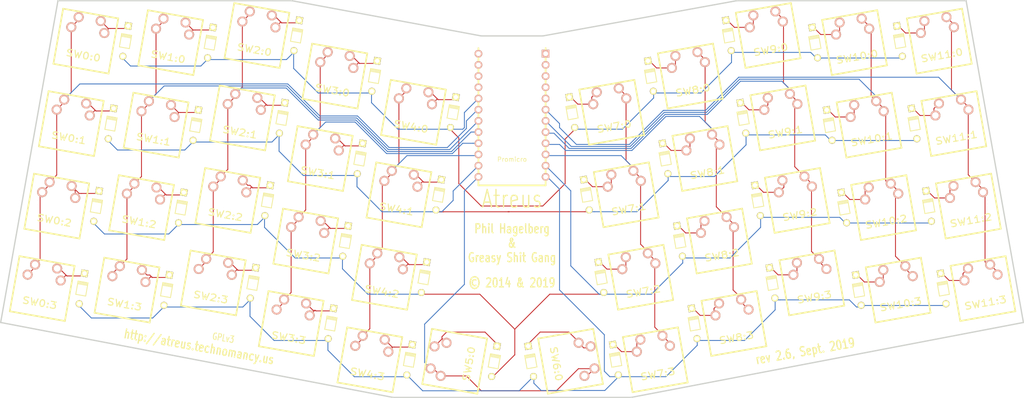
<source format=kicad_pcb>
(kicad_pcb (version 20171130) (host pcbnew "(5.1.2)-2")

  (general
    (thickness 1.6002)
    (drawings 19)
    (tracks 584)
    (zones 0)
    (modules 85)
    (nets 58)
  )

  (page A4)
  (title_block
    (date "16 oct 2014")
  )

  (layers
    (0 Front signal)
    (31 Back signal)
    (32 B.Adhes user)
    (33 F.Adhes user)
    (34 B.Paste user)
    (35 F.Paste user)
    (36 B.SilkS user)
    (37 F.SilkS user)
    (38 B.Mask user)
    (39 F.Mask user)
    (40 Dwgs.User user)
    (41 Cmts.User user)
    (42 Eco1.User user)
    (43 Eco2.User user)
    (44 Edge.Cuts user)
    (45 Margin user)
    (46 B.CrtYd user)
    (47 F.CrtYd user)
  )

  (setup
    (last_trace_width 0.254)
    (trace_clearance 0.254)
    (zone_clearance 0.508)
    (zone_45_only no)
    (trace_min 0.2032)
    (via_size 0.889)
    (via_drill 0.635)
    (via_min_size 0.889)
    (via_min_drill 0.508)
    (uvia_size 0.508)
    (uvia_drill 0.127)
    (uvias_allowed no)
    (uvia_min_size 0.508)
    (uvia_min_drill 0.127)
    (edge_width 0.381)
    (segment_width 0.381)
    (pcb_text_width 0.3048)
    (pcb_text_size 1.524 2.032)
    (mod_edge_width 0.381)
    (mod_text_size 1.524 1.524)
    (mod_text_width 0.3048)
    (pad_size 1.7526 1.7526)
    (pad_drill 1.0922)
    (pad_to_mask_clearance 0.254)
    (aux_axis_origin 0 0)
    (visible_elements 7FFFFFFF)
    (pcbplotparams
      (layerselection 0x0ffff_ffffffff)
      (usegerberextensions true)
      (usegerberattributes false)
      (usegerberadvancedattributes false)
      (creategerberjobfile false)
      (excludeedgelayer true)
      (linewidth 0.150000)
      (plotframeref false)
      (viasonmask false)
      (mode 1)
      (useauxorigin false)
      (hpglpennumber 1)
      (hpglpenspeed 20)
      (hpglpendiameter 15.000000)
      (psnegative false)
      (psa4output false)
      (plotreference true)
      (plotvalue true)
      (plotinvisibletext false)
      (padsonsilk false)
      (subtractmaskfromsilk false)
      (outputformat 1)
      (mirror false)
      (drillshape 0)
      (scaleselection 1)
      (outputdirectory "atrgbr/"))
  )

  (gr_text Atreus (at 134 67) (layer F.SilkS)
    (effects (font (size 4 3) (thickness 0.3048)))
  )
  (gr_text "Phil Hagelberg\n&\nGreasy Shit Gang" (at 134 77) (layer F.SilkS)
    (effects (font (size 2.032 1.524) (thickness 0.3048)))
  )
  (gr_text GPLv3 (at 68.5 98.5 350) (layer F.SilkS)
    (effects (font (size 1.5 1.1) (thickness 0.2)))
  )
  (gr_text http://atreus.technomancy.us (at 63 100.5 350) (layer F.SilkS)
    (effects (font (size 2.032 1.524) (thickness 0.3048)))
  )
  (gr_text "rev 2.6, Sept. 2019" (at 200.5 101.5 10) (layer F.SilkS)
    (effects (font (size 2.032 1.524) (thickness 0.3048)))
  )
  (gr_text "© 2014 & 2019" (at 134 86) (layer F.SilkS)
    (effects (font (size 2.032 1.524) (thickness 0.3048)))
  )
(net 0 "")
(net 1 N-row-0)
(net 2 N-row-1)
(net 3 N-row-2)
(net 4 N-row-3)
(net 5 N-col-0)
(net 6 N-col-1)
(net 7 N-col-2)
(net 8 N-col-3)
(net 9 N-col-4)
(net 10 N-col-5)
(net 11 N-col-6)
(net 12 N-col-7)
(net 13 N-col-8)
(net 14 N-col-9)
(net 15 N-col-10)
(net 16 N-diode-0)
(net 17 N-diode-1)
(net 18 N-diode-2)
(net 19 N-diode-3)
(net 20 N-diode-4)
(net 21 N-diode-5)
(net 22 N-diode-6)
(net 23 N-diode-7)
(net 24 N-diode-8)
(net 25 N-diode-9)
(net 26 N-diode-10)
(net 27 N-diode-11)
(net 28 N-diode-12)
(net 29 N-diode-13)
(net 30 N-diode-14)
(net 31 N-diode-15)
(net 32 N-diode-16)
(net 33 N-diode-17)
(net 34 N-diode-18)
(net 35 N-diode-19)
(net 36 N-diode-20)
(net 37 N-diode-21)
(net 38 N-diode-22)
(net 39 N-diode-23)
(net 40 N-diode-24)
(net 41 N-diode-25)
(net 42 N-diode-26)
(net 43 N-diode-27)
(net 44 N-diode-28)
(net 45 N-diode-29)
(net 46 N-diode-30)
(net 47 N-diode-31)
(net 48 N-diode-32)
(net 49 N-diode-33)
(net 50 N-diode-34)
(net 51 N-diode-35)
(net 52 N-diode-36)
(net 53 N-diode-37)
(net 54 N-diode-38)
(net 55 N-diode-39)
(net 56 N-diode-40)
(net 57 N-diode-41)
(net_class
 Default
 "This is the default net class."
 (clearance 0.254)
 (trace_width 0.2032)
 (via_dia 0.889)
 (via_drill 0.635)
 (uvia_dia 0.508)
 (uvia_drill 0.127)
 (add_net "")
 (add_net N-row-0)
 (add_net N-row-1)
 (add_net N-row-2)
 (add_net N-row-3)
 (add_net N-col-0)
 (add_net N-col-1)
 (add_net N-col-2)
 (add_net N-col-3)
 (add_net N-col-4)
 (add_net N-col-5)
 (add_net N-col-6)
 (add_net N-col-7)
 (add_net N-col-8)
 (add_net N-col-9)
 (add_net N-col-10)
 (add_net N-diode-0)
 (add_net N-diode-1)
 (add_net N-diode-2)
 (add_net N-diode-3)
 (add_net N-diode-4)
 (add_net N-diode-5)
 (add_net N-diode-6)
 (add_net N-diode-7)
 (add_net N-diode-8)
 (add_net N-diode-9)
 (add_net N-diode-10)
 (add_net N-diode-11)
 (add_net N-diode-12)
 (add_net N-diode-13)
 (add_net N-diode-14)
 (add_net N-diode-15)
 (add_net N-diode-16)
 (add_net N-diode-17)
 (add_net N-diode-18)
 (add_net N-diode-19)
 (add_net N-diode-20)
 (add_net N-diode-21)
 (add_net N-diode-22)
 (add_net N-diode-23)
 (add_net N-diode-24)
 (add_net N-diode-25)
 (add_net N-diode-26)
 (add_net N-diode-27)
 (add_net N-diode-28)
 (add_net N-diode-29)
 (add_net N-diode-30)
 (add_net N-diode-31)
 (add_net N-diode-32)
 (add_net N-diode-33)
 (add_net N-diode-34)
 (add_net N-diode-35)
 (add_net N-diode-36)
 (add_net N-diode-37)
 (add_net N-diode-38)
 (add_net N-diode-39)
 (add_net N-diode-40)
 (add_net N-diode-41))
(module PROMICRO (layer Front)
  (tedit 4FDC31C8)
  (tstamp 543EF800)
  (at 134 48 270)
  (path /543EEB02)
  (fp_text
   reference
   Promicro
   (at 10 0)
   (layer F.SilkS)
   (effects (font (size 1 1) (thickness 0.15))))
  (fp_line (start -15.24 7.62) (end 15.9 7.62) (layer F.SilkS) (width 0.381))
  (fp_line (start 15.9 7.62) (end 15.9 -7.62) (layer F.SilkS) (width 0.381))
  (fp_line (start 15.9 -7.62) (end -15.24 -7.62) (layer F.SilkS) (width 0.381))
  (pad
   B5
   thru_hole
   circle
   (at 13.97 -7.62 270)
   (size 1.7526 1.7526)
   (drill 1.0922)
   (layers *.Cu *.SilkS *.Mask)
   (net 4 N-row-3))
  (pad
   B4
   thru_hole
   circle
   (at 11.43 -7.62 270)
   (size 1.7526 1.7526)
   (drill 1.0922)
   (layers *.Cu *.SilkS *.Mask)
   (net 3 N-row-2))
  (pad
   E6
   thru_hole
   circle
   (at 8.89 -7.62 270)
   (size 1.7526 1.7526)
   (drill 1.0922)
   (layers *.Cu *.SilkS *.Mask)
   (net 11 N-col-6))
  (pad
   D7
   thru_hole
   circle
   (at 6.35 -7.62 270)
   (size 1.7526 1.7526)
   (drill 1.0922)
   (layers *.Cu *.SilkS *.Mask)
   (net 12 N-col-7))
  (pad
   C6
   thru_hole
   circle
   (at 3.81 -7.62 270)
   (size 1.7526 1.7526)
   (drill 1.0922)
   (layers *.Cu *.SilkS *.Mask)
   (net 13 N-col-8))
  (pad
   D4
   thru_hole
   circle
   (at 1.27 -7.62 270)
   (size 1.7526 1.7526)
   (drill 1.0922)
   (layers *.Cu *.SilkS *.Mask)
   (net 14 N-col-9))
  (pad
   D0
   thru_hole
   circle
   (at -1.27 -7.62 270)
   (size 1.7526 1.7526)
   (drill 1.0922)
   (layers *.Cu *.SilkS *.Mask)
   (net 15 N-col-10))
  (pad
   D1
   thru_hole
   circle
   (at -3.81 -7.62 270)
   (size 1.7526 1.7526)
   (drill 1.0922)
   (layers *.Cu *.SilkS *.Mask))
  (pad
   GND
   thru_hole
   circle
   (at -6.35 -7.62 270)
   (size 1.7526 1.7526)
   (drill 1.0922)
   (layers *.Cu *.SilkS *.Mask))
  (pad
   GND
   thru_hole
   circle
   (at -8.89 -7.62 270)
   (size 1.7526 1.7526)
   (drill 1.0922)
   (layers *.Cu *.SilkS *.Mask))
  (pad
   RX1
   thru_hole
   circle
   (at -11.43 -7.62 270)
   (size 1.7526 1.7526)
   (drill 1.0922)
   (layers *.Cu *.SilkS *.Mask))
  (pad
   TX0
   thru_hole
   rect
   (at -13.97 -7.62 270)
   (size 1.7526 1.7526)
   (drill 1.0922)
   (layers *.Cu *.SilkS *.Mask))
  (pad
   B6
   thru_hole
   circle
   (at 13.97 7.62 270)
   (size 1.7526 1.7526)
   (drill 1.0922)
   (layers *.Cu *.SilkS *.Mask)
   (net 10 N-col-5))
  (pad
   B2
   thru_hole
   circle
   (at 11.43 7.62 270)
   (size 1.7526 1.7526)
   (drill 1.0922)
   (layers *.Cu *.SilkS *.Mask)
   (net 2 N-row-1))
  (pad
   B3
   thru_hole
   circle
   (at 8.89 7.62 270)
   (size 1.7526 1.7526)
   (drill 1.0922)
   (layers *.Cu *.SilkS *.Mask)
   (net 9 N-col-4))
  (pad
   B1
   thru_hole
   circle
   (at 6.35 7.62 270)
   (size 1.7526 1.7526)
   (drill 1.0922)
   (layers *.Cu *.SilkS *.Mask)
   (net 8 N-col-3))
  (pad
   F7
   thru_hole
   circle
   (at 3.81 7.62 270)
   (size 1.7526 1.7526)
   (drill 1.0922)
   (layers *.Cu *.SilkS *.Mask)
   (net 7 N-col-2))
  (pad
   F6
   thru_hole
   circle
   (at 1.27 7.62 270)
   (size 1.7526 1.7526)
   (drill 1.0922)
   (layers *.Cu *.SilkS *.Mask)
   (net 6 N-col-1))
  (pad
   F5
   thru_hole
   circle
   (at -1.27 7.62 270)
   (size 1.7526 1.7526)
   (drill 1.0922)
   (layers *.Cu *.SilkS *.Mask)
   (net 5 N-col-0))
  (pad
   F4
   thru_hole
   circle
   (at -3.81 7.62 270)
   (size 1.7526 1.7526)
   (drill 1.0922)
   (layers *.Cu *.SilkS *.Mask)
   (net 1 N-row-0))
  (pad
   VCC
   thru_hole
   circle
   (at -6.35 7.62 270)
   (size 1.7526 1.7526)
   (drill 1.0922)
   (layers *.Cu *.SilkS *.Mask))
  (pad
   RST
   thru_hole
   circle
   (at -8.89 7.62 270)
   (size 1.7526 1.7526)
   (drill 1.0922)
   (layers *.Cu *.SilkS *.Mask))
  (pad
   GND
   thru_hole
   circle
   (at -11.43 7.62 270)
   (size 1.7526 1.7526)
   (drill 1.0922)
   (layers *.Cu *.SilkS *.Mask))
  (pad
   RAW
   thru_hole
   circle
   (at -13.97 7.62 270)
   (size 1.7526 1.7526)
   (drill 1.0922)
   (layers *.Cu *.SilkS *.Mask)))
(gr_line (start 31 22) (end 84 22) (angle 90) (layer Edge.Cuts) (width 0.3))
(gr_line (start 84 22) (end 127 30) (angle 90) (layer Edge.Cuts) (width 0.3))
(gr_line (start 141 30) (end 185 22) (angle 90) (layer Edge.Cuts) (width 0.3))
(gr_line (start 127 30) (end 141 30) (angle 90) (layer Edge.Cuts) (width 0.3))
(gr_line (start 185 22) (end 237 22) (angle 90) (layer Edge.Cuts) (width 0.3))
(gr_line (start 237 22) (end 250 95) (angle 90) (layer Edge.Cuts) (width 0.3))
(gr_line (start 250 95) (end 161 112) (angle 90) (layer Edge.Cuts) (width 0.3))
(gr_line
 (start 161 112)
 (end 107 112)
 (angle 90)
 (layer Edge.Cuts)
 (width 0.3))
(gr_line (start 107 112) (end 18 95) (angle 90) (layer Edge.Cuts) (width 0.3))
(gr_line (start 18 95) (end 31 22) (angle 90) (layer Edge.Cuts) (width 0.3))
(module MX_FLIP (layer Front)
  (tedit 4FD81CDD)
  (tstamp 543EF801)
  (at 37.32216188589651 31.17777739976934 -10)
  (path /543DB910)
  (fp_text
   reference
   "SW0:0"
   (at 0 3.302 -10)
   (layer F.SilkS)
   (effects (font (size 1.524 1.778) (thickness 0.254))))
  (fp_line (start -6.35 -6.35) (end 6.35 -6.35) (layer F.SilkS) (width 0.381))
  (fp_line (start 6.35 -6.35) (end 6.35 6.35) (layer F.SilkS) (width 0.381))
  (fp_line (start 6.35 6.35) (end -6.35 6.35) (layer F.SilkS) (width 0.381))
  (fp_line (start -6.35 6.35) (end -6.35 -6.35) (layer F.SilkS) (width 0.381))
  (pad 0 np_thru_hole circle (at 0 0) (size 3.9878 3.9878) (drill 3.9878))
  (pad 0 np_thru_hole circle (at -5.08 0) (size 1.7018 1.7018) (drill 1.7018))
  (pad 0 np_thru_hole circle (at 5.08 0) (size 1.7018 1.7018) (drill 1.7018))
  (pad
   1
   thru_hole
   circle
   (at 2.54 -5.08)
   (size 2.286 2.286)
   (drill 1.4986)
   (layers *.Cu *.SilkS *.Mask)
   (net 16 N-diode-0))
  (pad
   1
   thru_hole
   circle
   (at 3.81 -2.54)
   (size 2.286 2.286)
   (drill 1.4986)
   (layers *.Cu *.SilkS *.Mask)
   (net 16 N-diode-0))
  (pad
   2
   thru_hole
   circle
   (at -2.54 -5.08)
   (size 2.286 2.286)
   (drill 1.4986)
   (layers *.Cu *.SilkS *.Mask)
   (net 5 N-col-0))
  (pad
   2
   thru_hole
   circle
   (at -3.81 -2.54)
   (size 2.286 2.286)
   (drill 1.4986)
   (layers *.Cu *.SilkS *.Mask)
   (net 5 N-col-0)))
(module DIODE (layer Front)
  (tedit 4E0F7A99)
  (tstamp 543EF854)
  (at 46.32216188589651 31.17777739976934 80)
  (path /543DB90F)
  (fp_text
   reference
   "D0:0"
   (at 0 0 -10)
   (layer F.SilkS)
   hide
   (effects (font (size 1.016 1.016) (thickness 0.2032))))
  (fp_line (start 0.9 1.1) (end 0.9 -1.1) (layer F.SilkS) (width 0.15))
  (fp_line (start 1.1 -1.1) (end 1.1 1.1) (layer F.SilkS) (width 0.15))
  (fp_line (start 1.3 -1) (end 1.3 -1.1) (layer F.SilkS) (width 0.15))
  (fp_line (start 1.3 -1.1) (end 1.3 -1) (layer F.SilkS) (width 0.15))
  (fp_line (start 1.3 1.1) (end 1.3 -1) (layer F.SilkS) (width 0.15))
  (fp_line
   (start -1.524 -1.143)
   (end 1.524 -1.143)
   (layer F.SilkS)
   (width 0.2032))
  (fp_line
   (start 1.524 -1.143)
   (end 1.524 1.143)
   (layer F.SilkS)
   (width 0.2032))
  (fp_line
   (start 1.524 1.143)
   (end -1.524 1.143)
   (layer F.SilkS)
   (width 0.2032))
  (fp_line
   (start -1.524 1.143)
   (end -1.524 -1.143)
   (layer F.SilkS)
   (width 0.2032))
  (pad
   1
   thru_hole
   rect
   (at 3.5 0 80)
   (size 1.6 1.6)
   (drill 1)
   (layers *.Cu *.Mask F.SilkS)
   (net 16 N-diode-0))
  (pad
   2
   thru_hole
   circle
   (at -3.5 0 80)
   (size 1.6 1.6)
   (drill 1)
   (layers *.Cu *.Mask F.SilkS)
   (net 1 N-row-0)))
(module MX_FLIP (layer Front)
  (tedit 4FD81CDD)
  (tstamp 543EF801)
  (at 34.02284651022484 49.88912470700129 -10)
  (path /543DB910)
  (fp_text
   reference
   "SW0:1"
   (at 0 3.302 -10)
   (layer F.SilkS)
   (effects (font (size 1.524 1.778) (thickness 0.254))))
  (fp_line (start -6.35 -6.35) (end 6.35 -6.35) (layer F.SilkS) (width 0.381))
  (fp_line (start 6.35 -6.35) (end 6.35 6.35) (layer F.SilkS) (width 0.381))
  (fp_line (start 6.35 6.35) (end -6.35 6.35) (layer F.SilkS) (width 0.381))
  (fp_line (start -6.35 6.35) (end -6.35 -6.35) (layer F.SilkS) (width 0.381))
  (pad 0 np_thru_hole circle (at 0 0) (size 3.9878 3.9878) (drill 3.9878))
  (pad 0 np_thru_hole circle (at -5.08 0) (size 1.7018 1.7018) (drill 1.7018))
  (pad 0 np_thru_hole circle (at 5.08 0) (size 1.7018 1.7018) (drill 1.7018))
  (pad
   1
   thru_hole
   circle
   (at 2.54 -5.08)
   (size 2.286 2.286)
   (drill 1.4986)
   (layers *.Cu *.SilkS *.Mask)
   (net 17 N-diode-1))
  (pad
   1
   thru_hole
   circle
   (at 3.81 -2.54)
   (size 2.286 2.286)
   (drill 1.4986)
   (layers *.Cu *.SilkS *.Mask)
   (net 17 N-diode-1))
  (pad
   2
   thru_hole
   circle
   (at -2.54 -5.08)
   (size 2.286 2.286)
   (drill 1.4986)
   (layers *.Cu *.SilkS *.Mask)
   (net 5 N-col-0))
  (pad
   2
   thru_hole
   circle
   (at -3.81 -2.54)
   (size 2.286 2.286)
   (drill 1.4986)
   (layers *.Cu *.SilkS *.Mask)
   (net 5 N-col-0)))
(module DIODE (layer Front)
  (tedit 4E0F7A99)
  (tstamp 543EF854)
  (at 43.02284651022484 49.88912470700129 80)
  (path /543DB90F)
  (fp_text
   reference
   "D0:1"
   (at 0 0 -10)
   (layer F.SilkS)
   hide
   (effects (font (size 1.016 1.016) (thickness 0.2032))))
  (fp_line (start 0.9 1.1) (end 0.9 -1.1) (layer F.SilkS) (width 0.15))
  (fp_line (start 1.1 -1.1) (end 1.1 1.1) (layer F.SilkS) (width 0.15))
  (fp_line (start 1.3 -1) (end 1.3 -1.1) (layer F.SilkS) (width 0.15))
  (fp_line (start 1.3 -1.1) (end 1.3 -1) (layer F.SilkS) (width 0.15))
  (fp_line (start 1.3 1.1) (end 1.3 -1) (layer F.SilkS) (width 0.15))
  (fp_line
   (start -1.524 -1.143)
   (end 1.524 -1.143)
   (layer F.SilkS)
   (width 0.2032))
  (fp_line
   (start 1.524 -1.143)
   (end 1.524 1.143)
   (layer F.SilkS)
   (width 0.2032))
  (fp_line
   (start 1.524 1.143)
   (end -1.524 1.143)
   (layer F.SilkS)
   (width 0.2032))
  (fp_line
   (start -1.524 1.143)
   (end -1.524 -1.143)
   (layer F.SilkS)
   (width 0.2032))
  (pad
   1
   thru_hole
   rect
   (at 3.5 0 80)
   (size 1.6 1.6)
   (drill 1)
   (layers *.Cu *.Mask F.SilkS)
   (net 17 N-diode-1))
  (pad
   2
   thru_hole
   circle
   (at -3.5 0 80)
   (size 1.6 1.6)
   (drill 1)
   (layers *.Cu *.Mask F.SilkS)
   (net 2 N-row-1)))
(module MX_FLIP (layer Front)
  (tedit 4FD81CDD)
  (tstamp 543EF801)
  (at 30.723531134553163 68.60047201423325 -10)
  (path /543DB910)
  (fp_text
   reference
   "SW0:2"
   (at 0 3.302 -10)
   (layer F.SilkS)
   (effects (font (size 1.524 1.778) (thickness 0.254))))
  (fp_line (start -6.35 -6.35) (end 6.35 -6.35) (layer F.SilkS) (width 0.381))
  (fp_line (start 6.35 -6.35) (end 6.35 6.35) (layer F.SilkS) (width 0.381))
  (fp_line (start 6.35 6.35) (end -6.35 6.35) (layer F.SilkS) (width 0.381))
  (fp_line (start -6.35 6.35) (end -6.35 -6.35) (layer F.SilkS) (width 0.381))
  (pad 0 np_thru_hole circle (at 0 0) (size 3.9878 3.9878) (drill 3.9878))
  (pad 0 np_thru_hole circle (at -5.08 0) (size 1.7018 1.7018) (drill 1.7018))
  (pad 0 np_thru_hole circle (at 5.08 0) (size 1.7018 1.7018) (drill 1.7018))
  (pad
   1
   thru_hole
   circle
   (at 2.54 -5.08)
   (size 2.286 2.286)
   (drill 1.4986)
   (layers *.Cu *.SilkS *.Mask)
   (net 18 N-diode-2))
  (pad
   1
   thru_hole
   circle
   (at 3.81 -2.54)
   (size 2.286 2.286)
   (drill 1.4986)
   (layers *.Cu *.SilkS *.Mask)
   (net 18 N-diode-2))
  (pad
   2
   thru_hole
   circle
   (at -2.54 -5.08)
   (size 2.286 2.286)
   (drill 1.4986)
   (layers *.Cu *.SilkS *.Mask)
   (net 5 N-col-0))
  (pad
   2
   thru_hole
   circle
   (at -3.81 -2.54)
   (size 2.286 2.286)
   (drill 1.4986)
   (layers *.Cu *.SilkS *.Mask)
   (net 5 N-col-0)))
(module DIODE (layer Front)
  (tedit 4E0F7A99)
  (tstamp 543EF854)
  (at 39.72353113455316 68.60047201423325 80)
  (path /543DB90F)
  (fp_text
   reference
   "D0:2"
   (at 0 0 -10)
   (layer F.SilkS)
   hide
   (effects (font (size 1.016 1.016) (thickness 0.2032))))
  (fp_line (start 0.9 1.1) (end 0.9 -1.1) (layer F.SilkS) (width 0.15))
  (fp_line (start 1.1 -1.1) (end 1.1 1.1) (layer F.SilkS) (width 0.15))
  (fp_line (start 1.3 -1) (end 1.3 -1.1) (layer F.SilkS) (width 0.15))
  (fp_line (start 1.3 -1.1) (end 1.3 -1) (layer F.SilkS) (width 0.15))
  (fp_line (start 1.3 1.1) (end 1.3 -1) (layer F.SilkS) (width 0.15))
  (fp_line
   (start -1.524 -1.143)
   (end 1.524 -1.143)
   (layer F.SilkS)
   (width 0.2032))
  (fp_line
   (start 1.524 -1.143)
   (end 1.524 1.143)
   (layer F.SilkS)
   (width 0.2032))
  (fp_line
   (start 1.524 1.143)
   (end -1.524 1.143)
   (layer F.SilkS)
   (width 0.2032))
  (fp_line
   (start -1.524 1.143)
   (end -1.524 -1.143)
   (layer F.SilkS)
   (width 0.2032))
  (pad
   1
   thru_hole
   rect
   (at 3.5 0 80)
   (size 1.6 1.6)
   (drill 1)
   (layers *.Cu *.Mask F.SilkS)
   (net 18 N-diode-2))
  (pad
   2
   thru_hole
   circle
   (at -3.5 0 80)
   (size 1.6 1.6)
   (drill 1)
   (layers *.Cu *.Mask F.SilkS)
   (net 3 N-row-2)))
(module MX_FLIP (layer Front)
  (tedit 4FD81CDD)
  (tstamp 543EF801)
  (at 27.424215758881473 87.3118193214652 -10)
  (path /543DB910)
  (fp_text
   reference
   "SW0:3"
   (at 0 3.302 -10)
   (layer F.SilkS)
   (effects (font (size 1.524 1.778) (thickness 0.254))))
  (fp_line (start -6.35 -6.35) (end 6.35 -6.35) (layer F.SilkS) (width 0.381))
  (fp_line (start 6.35 -6.35) (end 6.35 6.35) (layer F.SilkS) (width 0.381))
  (fp_line (start 6.35 6.35) (end -6.35 6.35) (layer F.SilkS) (width 0.381))
  (fp_line (start -6.35 6.35) (end -6.35 -6.35) (layer F.SilkS) (width 0.381))
  (pad 0 np_thru_hole circle (at 0 0) (size 3.9878 3.9878) (drill 3.9878))
  (pad 0 np_thru_hole circle (at -5.08 0) (size 1.7018 1.7018) (drill 1.7018))
  (pad 0 np_thru_hole circle (at 5.08 0) (size 1.7018 1.7018) (drill 1.7018))
  (pad
   1
   thru_hole
   circle
   (at 2.54 -5.08)
   (size 2.286 2.286)
   (drill 1.4986)
   (layers *.Cu *.SilkS *.Mask)
   (net 19 N-diode-3))
  (pad
   1
   thru_hole
   circle
   (at 3.81 -2.54)
   (size 2.286 2.286)
   (drill 1.4986)
   (layers *.Cu *.SilkS *.Mask)
   (net 19 N-diode-3))
  (pad
   2
   thru_hole
   circle
   (at -2.54 -5.08)
   (size 2.286 2.286)
   (drill 1.4986)
   (layers *.Cu *.SilkS *.Mask)
   (net 5 N-col-0))
  (pad
   2
   thru_hole
   circle
   (at -3.81 -2.54)
   (size 2.286 2.286)
   (drill 1.4986)
   (layers *.Cu *.SilkS *.Mask)
   (net 5 N-col-0)))
(module DIODE (layer Front)
  (tedit 4E0F7A99)
  (tstamp 543EF854)
  (at 36.42421575888147 87.3118193214652 80)
  (path /543DB90F)
  (fp_text
   reference
   "D0:3"
   (at 0 0 -10)
   (layer F.SilkS)
   hide
   (effects (font (size 1.016 1.016) (thickness 0.2032))))
  (fp_line (start 0.9 1.1) (end 0.9 -1.1) (layer F.SilkS) (width 0.15))
  (fp_line (start 1.1 -1.1) (end 1.1 1.1) (layer F.SilkS) (width 0.15))
  (fp_line (start 1.3 -1) (end 1.3 -1.1) (layer F.SilkS) (width 0.15))
  (fp_line (start 1.3 -1.1) (end 1.3 -1) (layer F.SilkS) (width 0.15))
  (fp_line (start 1.3 1.1) (end 1.3 -1) (layer F.SilkS) (width 0.15))
  (fp_line
   (start -1.524 -1.143)
   (end 1.524 -1.143)
   (layer F.SilkS)
   (width 0.2032))
  (fp_line
   (start 1.524 -1.143)
   (end 1.524 1.143)
   (layer F.SilkS)
   (width 0.2032))
  (fp_line
   (start 1.524 1.143)
   (end -1.524 1.143)
   (layer F.SilkS)
   (width 0.2032))
  (fp_line
   (start -1.524 1.143)
   (end -1.524 -1.143)
   (layer F.SilkS)
   (width 0.2032))
  (pad
   1
   thru_hole
   rect
   (at 3.5 0 80)
   (size 1.6 1.6)
   (drill 1)
   (layers *.Cu *.Mask F.SilkS)
   (net 19 N-diode-3))
  (pad
   2
   thru_hole
   circle
   (at -3.5 0 80)
   (size 1.6 1.6)
   (drill 1)
   (layers *.Cu *.Mask F.SilkS)
   (net 4 N-row-3)))
(module MX_FLIP (layer Front)
  (tedit 4FD81CDD)
  (tstamp 543EF801)
  (at 56.55445372612925 31.52266951640439 -10)
  (path /543DB910)
  (fp_text
   reference
   "SW1:0"
   (at 0 3.302 -10)
   (layer F.SilkS)
   (effects (font (size 1.524 1.778) (thickness 0.254))))
  (fp_line (start -6.35 -6.35) (end 6.35 -6.35) (layer F.SilkS) (width 0.381))
  (fp_line (start 6.35 -6.35) (end 6.35 6.35) (layer F.SilkS) (width 0.381))
  (fp_line (start 6.35 6.35) (end -6.35 6.35) (layer F.SilkS) (width 0.381))
  (fp_line (start -6.35 6.35) (end -6.35 -6.35) (layer F.SilkS) (width 0.381))
  (pad 0 np_thru_hole circle (at 0 0) (size 3.9878 3.9878) (drill 3.9878))
  (pad 0 np_thru_hole circle (at -5.08 0) (size 1.7018 1.7018) (drill 1.7018))
  (pad 0 np_thru_hole circle (at 5.08 0) (size 1.7018 1.7018) (drill 1.7018))
  (pad
   1
   thru_hole
   circle
   (at 2.54 -5.08)
   (size 2.286 2.286)
   (drill 1.4986)
   (layers *.Cu *.SilkS *.Mask)
   (net 20 N-diode-4))
  (pad
   1
   thru_hole
   circle
   (at 3.81 -2.54)
   (size 2.286 2.286)
   (drill 1.4986)
   (layers *.Cu *.SilkS *.Mask)
   (net 20 N-diode-4))
  (pad
   2
   thru_hole
   circle
   (at -2.54 -5.08)
   (size 2.286 2.286)
   (drill 1.4986)
   (layers *.Cu *.SilkS *.Mask)
   (net 6 N-col-1))
  (pad
   2
   thru_hole
   circle
   (at -3.81 -2.54)
   (size 2.286 2.286)
   (drill 1.4986)
   (layers *.Cu *.SilkS *.Mask)
   (net 6 N-col-1)))
(module DIODE (layer Front)
  (tedit 4E0F7A99)
  (tstamp 543EF854)
  (at 65.55445372612925 31.52266951640439 80)
  (path /543DB90F)
  (fp_text
   reference
   "D1:0"
   (at 0 0 -10)
   (layer F.SilkS)
   hide
   (effects (font (size 1.016 1.016) (thickness 0.2032))))
  (fp_line (start 0.9 1.1) (end 0.9 -1.1) (layer F.SilkS) (width 0.15))
  (fp_line (start 1.1 -1.1) (end 1.1 1.1) (layer F.SilkS) (width 0.15))
  (fp_line (start 1.3 -1) (end 1.3 -1.1) (layer F.SilkS) (width 0.15))
  (fp_line (start 1.3 -1.1) (end 1.3 -1) (layer F.SilkS) (width 0.15))
  (fp_line (start 1.3 1.1) (end 1.3 -1) (layer F.SilkS) (width 0.15))
  (fp_line
   (start -1.524 -1.143)
   (end 1.524 -1.143)
   (layer F.SilkS)
   (width 0.2032))
  (fp_line
   (start 1.524 -1.143)
   (end 1.524 1.143)
   (layer F.SilkS)
   (width 0.2032))
  (fp_line
   (start 1.524 1.143)
   (end -1.524 1.143)
   (layer F.SilkS)
   (width 0.2032))
  (fp_line
   (start -1.524 1.143)
   (end -1.524 -1.143)
   (layer F.SilkS)
   (width 0.2032))
  (pad
   1
   thru_hole
   rect
   (at 3.5 0 80)
   (size 1.6 1.6)
   (drill 1)
   (layers *.Cu *.Mask F.SilkS)
   (net 20 N-diode-4))
  (pad
   2
   thru_hole
   circle
   (at -3.5 0 80)
   (size 1.6 1.6)
   (drill 1)
   (layers *.Cu *.Mask F.SilkS)
   (net 1 N-row-0)))
(module MX_FLIP (layer Front)
  (tedit 4FD81CDD)
  (tstamp 543EF801)
  (at 53.25513835045758 50.23401682363635 -10)
  (path /543DB910)
  (fp_text
   reference
   "SW1:1"
   (at 0 3.302 -10)
   (layer F.SilkS)
   (effects (font (size 1.524 1.778) (thickness 0.254))))
  (fp_line (start -6.35 -6.35) (end 6.35 -6.35) (layer F.SilkS) (width 0.381))
  (fp_line (start 6.35 -6.35) (end 6.35 6.35) (layer F.SilkS) (width 0.381))
  (fp_line (start 6.35 6.35) (end -6.35 6.35) (layer F.SilkS) (width 0.381))
  (fp_line (start -6.35 6.35) (end -6.35 -6.35) (layer F.SilkS) (width 0.381))
  (pad 0 np_thru_hole circle (at 0 0) (size 3.9878 3.9878) (drill 3.9878))
  (pad 0 np_thru_hole circle (at -5.08 0) (size 1.7018 1.7018) (drill 1.7018))
  (pad 0 np_thru_hole circle (at 5.08 0) (size 1.7018 1.7018) (drill 1.7018))
  (pad
   1
   thru_hole
   circle
   (at 2.54 -5.08)
   (size 2.286 2.286)
   (drill 1.4986)
   (layers *.Cu *.SilkS *.Mask)
   (net 21 N-diode-5))
  (pad
   1
   thru_hole
   circle
   (at 3.81 -2.54)
   (size 2.286 2.286)
   (drill 1.4986)
   (layers *.Cu *.SilkS *.Mask)
   (net 21 N-diode-5))
  (pad
   2
   thru_hole
   circle
   (at -2.54 -5.08)
   (size 2.286 2.286)
   (drill 1.4986)
   (layers *.Cu *.SilkS *.Mask)
   (net 6 N-col-1))
  (pad
   2
   thru_hole
   circle
   (at -3.81 -2.54)
   (size 2.286 2.286)
   (drill 1.4986)
   (layers *.Cu *.SilkS *.Mask)
   (net 6 N-col-1)))
(module DIODE (layer Front)
  (tedit 4E0F7A99)
  (tstamp 543EF854)
  (at 62.25513835045758 50.23401682363635 80)
  (path /543DB90F)
  (fp_text
   reference
   "D1:1"
   (at 0 0 -10)
   (layer F.SilkS)
   hide
   (effects (font (size 1.016 1.016) (thickness 0.2032))))
  (fp_line (start 0.9 1.1) (end 0.9 -1.1) (layer F.SilkS) (width 0.15))
  (fp_line (start 1.1 -1.1) (end 1.1 1.1) (layer F.SilkS) (width 0.15))
  (fp_line (start 1.3 -1) (end 1.3 -1.1) (layer F.SilkS) (width 0.15))
  (fp_line (start 1.3 -1.1) (end 1.3 -1) (layer F.SilkS) (width 0.15))
  (fp_line (start 1.3 1.1) (end 1.3 -1) (layer F.SilkS) (width 0.15))
  (fp_line
   (start -1.524 -1.143)
   (end 1.524 -1.143)
   (layer F.SilkS)
   (width 0.2032))
  (fp_line
   (start 1.524 -1.143)
   (end 1.524 1.143)
   (layer F.SilkS)
   (width 0.2032))
  (fp_line
   (start 1.524 1.143)
   (end -1.524 1.143)
   (layer F.SilkS)
   (width 0.2032))
  (fp_line
   (start -1.524 1.143)
   (end -1.524 -1.143)
   (layer F.SilkS)
   (width 0.2032))
  (pad
   1
   thru_hole
   rect
   (at 3.5 0 80)
   (size 1.6 1.6)
   (drill 1)
   (layers *.Cu *.Mask F.SilkS)
   (net 21 N-diode-5))
  (pad
   2
   thru_hole
   circle
   (at -3.5 0 80)
   (size 1.6 1.6)
   (drill 1)
   (layers *.Cu *.Mask F.SilkS)
   (net 2 N-row-1)))
(module MX_FLIP (layer Front)
  (tedit 4FD81CDD)
  (tstamp 543EF801)
  (at 49.9558229747859 68.9453641308683 -10)
  (path /543DB910)
  (fp_text
   reference
   "SW1:2"
   (at 0 3.302 -10)
   (layer F.SilkS)
   (effects (font (size 1.524 1.778) (thickness 0.254))))
  (fp_line (start -6.35 -6.35) (end 6.35 -6.35) (layer F.SilkS) (width 0.381))
  (fp_line (start 6.35 -6.35) (end 6.35 6.35) (layer F.SilkS) (width 0.381))
  (fp_line (start 6.35 6.35) (end -6.35 6.35) (layer F.SilkS) (width 0.381))
  (fp_line (start -6.35 6.35) (end -6.35 -6.35) (layer F.SilkS) (width 0.381))
  (pad 0 np_thru_hole circle (at 0 0) (size 3.9878 3.9878) (drill 3.9878))
  (pad 0 np_thru_hole circle (at -5.08 0) (size 1.7018 1.7018) (drill 1.7018))
  (pad 0 np_thru_hole circle (at 5.08 0) (size 1.7018 1.7018) (drill 1.7018))
  (pad
   1
   thru_hole
   circle
   (at 2.54 -5.08)
   (size 2.286 2.286)
   (drill 1.4986)
   (layers *.Cu *.SilkS *.Mask)
   (net 22 N-diode-6))
  (pad
   1
   thru_hole
   circle
   (at 3.81 -2.54)
   (size 2.286 2.286)
   (drill 1.4986)
   (layers *.Cu *.SilkS *.Mask)
   (net 22 N-diode-6))
  (pad
   2
   thru_hole
   circle
   (at -2.54 -5.08)
   (size 2.286 2.286)
   (drill 1.4986)
   (layers *.Cu *.SilkS *.Mask)
   (net 6 N-col-1))
  (pad
   2
   thru_hole
   circle
   (at -3.81 -2.54)
   (size 2.286 2.286)
   (drill 1.4986)
   (layers *.Cu *.SilkS *.Mask)
   (net 6 N-col-1)))
(module DIODE (layer Front)
  (tedit 4E0F7A99)
  (tstamp 543EF854)
  (at 58.9558229747859 68.9453641308683 80)
  (path /543DB90F)
  (fp_text
   reference
   "D1:2"
   (at 0 0 -10)
   (layer F.SilkS)
   hide
   (effects (font (size 1.016 1.016) (thickness 0.2032))))
  (fp_line (start 0.9 1.1) (end 0.9 -1.1) (layer F.SilkS) (width 0.15))
  (fp_line (start 1.1 -1.1) (end 1.1 1.1) (layer F.SilkS) (width 0.15))
  (fp_line (start 1.3 -1) (end 1.3 -1.1) (layer F.SilkS) (width 0.15))
  (fp_line (start 1.3 -1.1) (end 1.3 -1) (layer F.SilkS) (width 0.15))
  (fp_line (start 1.3 1.1) (end 1.3 -1) (layer F.SilkS) (width 0.15))
  (fp_line
   (start -1.524 -1.143)
   (end 1.524 -1.143)
   (layer F.SilkS)
   (width 0.2032))
  (fp_line
   (start 1.524 -1.143)
   (end 1.524 1.143)
   (layer F.SilkS)
   (width 0.2032))
  (fp_line
   (start 1.524 1.143)
   (end -1.524 1.143)
   (layer F.SilkS)
   (width 0.2032))
  (fp_line
   (start -1.524 1.143)
   (end -1.524 -1.143)
   (layer F.SilkS)
   (width 0.2032))
  (pad
   1
   thru_hole
   rect
   (at 3.5 0 80)
   (size 1.6 1.6)
   (drill 1)
   (layers *.Cu *.Mask F.SilkS)
   (net 22 N-diode-6))
  (pad
   2
   thru_hole
   circle
   (at -3.5 0 80)
   (size 1.6 1.6)
   (drill 1)
   (layers *.Cu *.Mask F.SilkS)
   (net 3 N-row-2)))
(module MX_FLIP (layer Front)
  (tedit 4FD81CDD)
  (tstamp 543EF801)
  (at 46.65650759911422 87.65671143810026 -10)
  (path /543DB910)
  (fp_text
   reference
   "SW1:3"
   (at 0 3.302 -10)
   (layer F.SilkS)
   (effects (font (size 1.524 1.778) (thickness 0.254))))
  (fp_line (start -6.35 -6.35) (end 6.35 -6.35) (layer F.SilkS) (width 0.381))
  (fp_line (start 6.35 -6.35) (end 6.35 6.35) (layer F.SilkS) (width 0.381))
  (fp_line (start 6.35 6.35) (end -6.35 6.35) (layer F.SilkS) (width 0.381))
  (fp_line (start -6.35 6.35) (end -6.35 -6.35) (layer F.SilkS) (width 0.381))
  (pad 0 np_thru_hole circle (at 0 0) (size 3.9878 3.9878) (drill 3.9878))
  (pad 0 np_thru_hole circle (at -5.08 0) (size 1.7018 1.7018) (drill 1.7018))
  (pad 0 np_thru_hole circle (at 5.08 0) (size 1.7018 1.7018) (drill 1.7018))
  (pad
   1
   thru_hole
   circle
   (at 2.54 -5.08)
   (size 2.286 2.286)
   (drill 1.4986)
   (layers *.Cu *.SilkS *.Mask)
   (net 23 N-diode-7))
  (pad
   1
   thru_hole
   circle
   (at 3.81 -2.54)
   (size 2.286 2.286)
   (drill 1.4986)
   (layers *.Cu *.SilkS *.Mask)
   (net 23 N-diode-7))
  (pad
   2
   thru_hole
   circle
   (at -2.54 -5.08)
   (size 2.286 2.286)
   (drill 1.4986)
   (layers *.Cu *.SilkS *.Mask)
   (net 6 N-col-1))
  (pad
   2
   thru_hole
   circle
   (at -3.81 -2.54)
   (size 2.286 2.286)
   (drill 1.4986)
   (layers *.Cu *.SilkS *.Mask)
   (net 6 N-col-1)))
(module DIODE (layer Front)
  (tedit 4E0F7A99)
  (tstamp 543EF854)
  (at 55.65650759911422 87.65671143810026 80)
  (path /543DB90F)
  (fp_text
   reference
   "D1:3"
   (at 0 0 -10)
   (layer F.SilkS)
   hide
   (effects (font (size 1.016 1.016) (thickness 0.2032))))
  (fp_line (start 0.9 1.1) (end 0.9 -1.1) (layer F.SilkS) (width 0.15))
  (fp_line (start 1.1 -1.1) (end 1.1 1.1) (layer F.SilkS) (width 0.15))
  (fp_line (start 1.3 -1) (end 1.3 -1.1) (layer F.SilkS) (width 0.15))
  (fp_line (start 1.3 -1.1) (end 1.3 -1) (layer F.SilkS) (width 0.15))
  (fp_line (start 1.3 1.1) (end 1.3 -1) (layer F.SilkS) (width 0.15))
  (fp_line
   (start -1.524 -1.143)
   (end 1.524 -1.143)
   (layer F.SilkS)
   (width 0.2032))
  (fp_line
   (start 1.524 -1.143)
   (end 1.524 1.143)
   (layer F.SilkS)
   (width 0.2032))
  (fp_line
   (start 1.524 1.143)
   (end -1.524 1.143)
   (layer F.SilkS)
   (width 0.2032))
  (fp_line
   (start -1.524 1.143)
   (end -1.524 -1.143)
   (layer F.SilkS)
   (width 0.2032))
  (pad
   1
   thru_hole
   rect
   (at 3.5 0 80)
   (size 1.6 1.6)
   (drill 1)
   (layers *.Cu *.Mask F.SilkS)
   (net 23 N-diode-7))
  (pad
   2
   thru_hole
   circle
   (at -3.5 0 80)
   (size 1.6 1.6)
   (drill 1)
   (layers *.Cu *.Mask F.SilkS)
   (net 4 N-row-3)))
(module MX_FLIP (layer Front)
  (tedit 4FD81CDD)
  (tstamp 543EF801)
  (at 76.13404192169585 29.89794612701503 -10)
  (path /543DB910)
  (fp_text
   reference
   "SW2:0"
   (at 0 3.302 -10)
   (layer F.SilkS)
   (effects (font (size 1.524 1.778) (thickness 0.254))))
  (fp_line (start -6.35 -6.35) (end 6.35 -6.35) (layer F.SilkS) (width 0.381))
  (fp_line (start 6.35 -6.35) (end 6.35 6.35) (layer F.SilkS) (width 0.381))
  (fp_line (start 6.35 6.35) (end -6.35 6.35) (layer F.SilkS) (width 0.381))
  (fp_line (start -6.35 6.35) (end -6.35 -6.35) (layer F.SilkS) (width 0.381))
  (pad 0 np_thru_hole circle (at 0 0) (size 3.9878 3.9878) (drill 3.9878))
  (pad 0 np_thru_hole circle (at -5.08 0) (size 1.7018 1.7018) (drill 1.7018))
  (pad 0 np_thru_hole circle (at 5.08 0) (size 1.7018 1.7018) (drill 1.7018))
  (pad
   1
   thru_hole
   circle
   (at 2.54 -5.08)
   (size 2.286 2.286)
   (drill 1.4986)
   (layers *.Cu *.SilkS *.Mask)
   (net 24 N-diode-8))
  (pad
   1
   thru_hole
   circle
   (at 3.81 -2.54)
   (size 2.286 2.286)
   (drill 1.4986)
   (layers *.Cu *.SilkS *.Mask)
   (net 24 N-diode-8))
  (pad
   2
   thru_hole
   circle
   (at -2.54 -5.08)
   (size 2.286 2.286)
   (drill 1.4986)
   (layers *.Cu *.SilkS *.Mask)
   (net 7 N-col-2))
  (pad
   2
   thru_hole
   circle
   (at -3.81 -2.54)
   (size 2.286 2.286)
   (drill 1.4986)
   (layers *.Cu *.SilkS *.Mask)
   (net 7 N-col-2)))
(module DIODE (layer Front)
  (tedit 4E0F7A99)
  (tstamp 543EF854)
  (at 85.13404192169585 29.89794612701503 80)
  (path /543DB90F)
  (fp_text
   reference
   "D2:0"
   (at 0 0 -10)
   (layer F.SilkS)
   hide
   (effects (font (size 1.016 1.016) (thickness 0.2032))))
  (fp_line (start 0.9 1.1) (end 0.9 -1.1) (layer F.SilkS) (width 0.15))
  (fp_line (start 1.1 -1.1) (end 1.1 1.1) (layer F.SilkS) (width 0.15))
  (fp_line (start 1.3 -1) (end 1.3 -1.1) (layer F.SilkS) (width 0.15))
  (fp_line (start 1.3 -1.1) (end 1.3 -1) (layer F.SilkS) (width 0.15))
  (fp_line (start 1.3 1.1) (end 1.3 -1) (layer F.SilkS) (width 0.15))
  (fp_line
   (start -1.524 -1.143)
   (end 1.524 -1.143)
   (layer F.SilkS)
   (width 0.2032))
  (fp_line
   (start 1.524 -1.143)
   (end 1.524 1.143)
   (layer F.SilkS)
   (width 0.2032))
  (fp_line
   (start 1.524 1.143)
   (end -1.524 1.143)
   (layer F.SilkS)
   (width 0.2032))
  (fp_line
   (start -1.524 1.143)
   (end -1.524 -1.143)
   (layer F.SilkS)
   (width 0.2032))
  (pad
   1
   thru_hole
   rect
   (at 3.5 0 80)
   (size 1.6 1.6)
   (drill 1)
   (layers *.Cu *.Mask F.SilkS)
   (net 24 N-diode-8))
  (pad
   2
   thru_hole
   circle
   (at -3.5 0 80)
   (size 1.6 1.6)
   (drill 1)
   (layers *.Cu *.Mask F.SilkS)
   (net 1 N-row-0)))
(module MX_FLIP (layer Front)
  (tedit 4FD81CDD)
  (tstamp 543EF801)
  (at 72.83472654602419 48.60929343424698 -10)
  (path /543DB910)
  (fp_text
   reference
   "SW2:1"
   (at 0 3.302 -10)
   (layer F.SilkS)
   (effects (font (size 1.524 1.778) (thickness 0.254))))
  (fp_line (start -6.35 -6.35) (end 6.35 -6.35) (layer F.SilkS) (width 0.381))
  (fp_line (start 6.35 -6.35) (end 6.35 6.35) (layer F.SilkS) (width 0.381))
  (fp_line (start 6.35 6.35) (end -6.35 6.35) (layer F.SilkS) (width 0.381))
  (fp_line (start -6.35 6.35) (end -6.35 -6.35) (layer F.SilkS) (width 0.381))
  (pad 0 np_thru_hole circle (at 0 0) (size 3.9878 3.9878) (drill 3.9878))
  (pad 0 np_thru_hole circle (at -5.08 0) (size 1.7018 1.7018) (drill 1.7018))
  (pad 0 np_thru_hole circle (at 5.08 0) (size 1.7018 1.7018) (drill 1.7018))
  (pad
   1
   thru_hole
   circle
   (at 2.54 -5.08)
   (size 2.286 2.286)
   (drill 1.4986)
   (layers *.Cu *.SilkS *.Mask)
   (net 25 N-diode-9))
  (pad
   1
   thru_hole
   circle
   (at 3.81 -2.54)
   (size 2.286 2.286)
   (drill 1.4986)
   (layers *.Cu *.SilkS *.Mask)
   (net 25 N-diode-9))
  (pad
   2
   thru_hole
   circle
   (at -2.54 -5.08)
   (size 2.286 2.286)
   (drill 1.4986)
   (layers *.Cu *.SilkS *.Mask)
   (net 7 N-col-2))
  (pad
   2
   thru_hole
   circle
   (at -3.81 -2.54)
   (size 2.286 2.286)
   (drill 1.4986)
   (layers *.Cu *.SilkS *.Mask)
   (net 7 N-col-2)))
(module DIODE (layer Front)
  (tedit 4E0F7A99)
  (tstamp 543EF854)
  (at 81.83472654602419 48.60929343424698 80)
  (path /543DB90F)
  (fp_text
   reference
   "D2:1"
   (at 0 0 -10)
   (layer F.SilkS)
   hide
   (effects (font (size 1.016 1.016) (thickness 0.2032))))
  (fp_line (start 0.9 1.1) (end 0.9 -1.1) (layer F.SilkS) (width 0.15))
  (fp_line (start 1.1 -1.1) (end 1.1 1.1) (layer F.SilkS) (width 0.15))
  (fp_line (start 1.3 -1) (end 1.3 -1.1) (layer F.SilkS) (width 0.15))
  (fp_line (start 1.3 -1.1) (end 1.3 -1) (layer F.SilkS) (width 0.15))
  (fp_line (start 1.3 1.1) (end 1.3 -1) (layer F.SilkS) (width 0.15))
  (fp_line
   (start -1.524 -1.143)
   (end 1.524 -1.143)
   (layer F.SilkS)
   (width 0.2032))
  (fp_line
   (start 1.524 -1.143)
   (end 1.524 1.143)
   (layer F.SilkS)
   (width 0.2032))
  (fp_line
   (start 1.524 1.143)
   (end -1.524 1.143)
   (layer F.SilkS)
   (width 0.2032))
  (fp_line
   (start -1.524 1.143)
   (end -1.524 -1.143)
   (layer F.SilkS)
   (width 0.2032))
  (pad
   1
   thru_hole
   rect
   (at 3.5 0 80)
   (size 1.6 1.6)
   (drill 1)
   (layers *.Cu *.Mask F.SilkS)
   (net 25 N-diode-9))
  (pad
   2
   thru_hole
   circle
   (at -3.5 0 80)
   (size 1.6 1.6)
   (drill 1)
   (layers *.Cu *.Mask F.SilkS)
   (net 2 N-row-1)))
(module MX_FLIP (layer Front)
  (tedit 4FD81CDD)
  (tstamp 543EF801)
  (at 69.53541117035252 67.32064074147894 -10)
  (path /543DB910)
  (fp_text
   reference
   "SW2:2"
   (at 0 3.302 -10)
   (layer F.SilkS)
   (effects (font (size 1.524 1.778) (thickness 0.254))))
  (fp_line (start -6.35 -6.35) (end 6.35 -6.35) (layer F.SilkS) (width 0.381))
  (fp_line (start 6.35 -6.35) (end 6.35 6.35) (layer F.SilkS) (width 0.381))
  (fp_line (start 6.35 6.35) (end -6.35 6.35) (layer F.SilkS) (width 0.381))
  (fp_line (start -6.35 6.35) (end -6.35 -6.35) (layer F.SilkS) (width 0.381))
  (pad 0 np_thru_hole circle (at 0 0) (size 3.9878 3.9878) (drill 3.9878))
  (pad 0 np_thru_hole circle (at -5.08 0) (size 1.7018 1.7018) (drill 1.7018))
  (pad 0 np_thru_hole circle (at 5.08 0) (size 1.7018 1.7018) (drill 1.7018))
  (pad
   1
   thru_hole
   circle
   (at 2.54 -5.08)
   (size 2.286 2.286)
   (drill 1.4986)
   (layers *.Cu *.SilkS *.Mask)
   (net 26 N-diode-10))
  (pad
   1
   thru_hole
   circle
   (at 3.81 -2.54)
   (size 2.286 2.286)
   (drill 1.4986)
   (layers *.Cu *.SilkS *.Mask)
   (net 26 N-diode-10))
  (pad
   2
   thru_hole
   circle
   (at -2.54 -5.08)
   (size 2.286 2.286)
   (drill 1.4986)
   (layers *.Cu *.SilkS *.Mask)
   (net 7 N-col-2))
  (pad
   2
   thru_hole
   circle
   (at -3.81 -2.54)
   (size 2.286 2.286)
   (drill 1.4986)
   (layers *.Cu *.SilkS *.Mask)
   (net 7 N-col-2)))
(module DIODE (layer Front)
  (tedit 4E0F7A99)
  (tstamp 543EF854)
  (at 78.53541117035252 67.32064074147894 80)
  (path /543DB90F)
  (fp_text
   reference
   "D2:2"
   (at 0 0 -10)
   (layer F.SilkS)
   hide
   (effects (font (size 1.016 1.016) (thickness 0.2032))))
  (fp_line (start 0.9 1.1) (end 0.9 -1.1) (layer F.SilkS) (width 0.15))
  (fp_line (start 1.1 -1.1) (end 1.1 1.1) (layer F.SilkS) (width 0.15))
  (fp_line (start 1.3 -1) (end 1.3 -1.1) (layer F.SilkS) (width 0.15))
  (fp_line (start 1.3 -1.1) (end 1.3 -1) (layer F.SilkS) (width 0.15))
  (fp_line (start 1.3 1.1) (end 1.3 -1) (layer F.SilkS) (width 0.15))
  (fp_line
   (start -1.524 -1.143)
   (end 1.524 -1.143)
   (layer F.SilkS)
   (width 0.2032))
  (fp_line
   (start 1.524 -1.143)
   (end 1.524 1.143)
   (layer F.SilkS)
   (width 0.2032))
  (fp_line
   (start 1.524 1.143)
   (end -1.524 1.143)
   (layer F.SilkS)
   (width 0.2032))
  (fp_line
   (start -1.524 1.143)
   (end -1.524 -1.143)
   (layer F.SilkS)
   (width 0.2032))
  (pad
   1
   thru_hole
   rect
   (at 3.5 0 80)
   (size 1.6 1.6)
   (drill 1)
   (layers *.Cu *.Mask F.SilkS)
   (net 26 N-diode-10))
  (pad
   2
   thru_hole
   circle
   (at -3.5 0 80)
   (size 1.6 1.6)
   (drill 1)
   (layers *.Cu *.Mask F.SilkS)
   (net 3 N-row-2)))
(module MX_FLIP (layer Front)
  (tedit 4FD81CDD)
  (tstamp 543EF801)
  (at 66.23609579468084 86.03198804871089 -10)
  (path /543DB910)
  (fp_text
   reference
   "SW2:3"
   (at 0 3.302 -10)
   (layer F.SilkS)
   (effects (font (size 1.524 1.778) (thickness 0.254))))
  (fp_line (start -6.35 -6.35) (end 6.35 -6.35) (layer F.SilkS) (width 0.381))
  (fp_line (start 6.35 -6.35) (end 6.35 6.35) (layer F.SilkS) (width 0.381))
  (fp_line (start 6.35 6.35) (end -6.35 6.35) (layer F.SilkS) (width 0.381))
  (fp_line (start -6.35 6.35) (end -6.35 -6.35) (layer F.SilkS) (width 0.381))
  (pad 0 np_thru_hole circle (at 0 0) (size 3.9878 3.9878) (drill 3.9878))
  (pad 0 np_thru_hole circle (at -5.08 0) (size 1.7018 1.7018) (drill 1.7018))
  (pad 0 np_thru_hole circle (at 5.08 0) (size 1.7018 1.7018) (drill 1.7018))
  (pad
   1
   thru_hole
   circle
   (at 2.54 -5.08)
   (size 2.286 2.286)
   (drill 1.4986)
   (layers *.Cu *.SilkS *.Mask)
   (net 27 N-diode-11))
  (pad
   1
   thru_hole
   circle
   (at 3.81 -2.54)
   (size 2.286 2.286)
   (drill 1.4986)
   (layers *.Cu *.SilkS *.Mask)
   (net 27 N-diode-11))
  (pad
   2
   thru_hole
   circle
   (at -2.54 -5.08)
   (size 2.286 2.286)
   (drill 1.4986)
   (layers *.Cu *.SilkS *.Mask)
   (net 7 N-col-2))
  (pad
   2
   thru_hole
   circle
   (at -3.81 -2.54)
   (size 2.286 2.286)
   (drill 1.4986)
   (layers *.Cu *.SilkS *.Mask)
   (net 7 N-col-2)))
(module DIODE (layer Front)
  (tedit 4E0F7A99)
  (tstamp 543EF854)
  (at 75.23609579468084 86.03198804871089 80)
  (path /543DB90F)
  (fp_text
   reference
   "D2:3"
   (at 0 0 -10)
   (layer F.SilkS)
   hide
   (effects (font (size 1.016 1.016) (thickness 0.2032))))
  (fp_line (start 0.9 1.1) (end 0.9 -1.1) (layer F.SilkS) (width 0.15))
  (fp_line (start 1.1 -1.1) (end 1.1 1.1) (layer F.SilkS) (width 0.15))
  (fp_line (start 1.3 -1) (end 1.3 -1.1) (layer F.SilkS) (width 0.15))
  (fp_line (start 1.3 -1.1) (end 1.3 -1) (layer F.SilkS) (width 0.15))
  (fp_line (start 1.3 1.1) (end 1.3 -1) (layer F.SilkS) (width 0.15))
  (fp_line
   (start -1.524 -1.143)
   (end 1.524 -1.143)
   (layer F.SilkS)
   (width 0.2032))
  (fp_line
   (start 1.524 -1.143)
   (end 1.524 1.143)
   (layer F.SilkS)
   (width 0.2032))
  (fp_line
   (start 1.524 1.143)
   (end -1.524 1.143)
   (layer F.SilkS)
   (width 0.2032))
  (fp_line
   (start -1.524 1.143)
   (end -1.524 -1.143)
   (layer F.SilkS)
   (width 0.2032))
  (pad
   1
   thru_hole
   rect
   (at 3.5 0 80)
   (size 1.6 1.6)
   (drill 1)
   (layers *.Cu *.Mask F.SilkS)
   (net 27 N-diode-11))
  (pad
   2
   thru_hole
   circle
   (at -3.5 0 80)
   (size 1.6 1.6)
   (drill 1)
   (layers *.Cu *.Mask F.SilkS)
   (net 4 N-row-3)))
(module MX_FLIP (layer Front)
  (tedit 4FD81CDD)
  (tstamp 543EF801)
  (at 93.80350016292623 39.106108020759955 -10)
  (path /543DB910)
  (fp_text
   reference
   "SW3:0"
   (at 0 3.302 -10)
   (layer F.SilkS)
   (effects (font (size 1.524 1.778) (thickness 0.254))))
  (fp_line (start -6.35 -6.35) (end 6.35 -6.35) (layer F.SilkS) (width 0.381))
  (fp_line (start 6.35 -6.35) (end 6.35 6.35) (layer F.SilkS) (width 0.381))
  (fp_line (start 6.35 6.35) (end -6.35 6.35) (layer F.SilkS) (width 0.381))
  (fp_line (start -6.35 6.35) (end -6.35 -6.35) (layer F.SilkS) (width 0.381))
  (pad 0 np_thru_hole circle (at 0 0) (size 3.9878 3.9878) (drill 3.9878))
  (pad 0 np_thru_hole circle (at -5.08 0) (size 1.7018 1.7018) (drill 1.7018))
  (pad 0 np_thru_hole circle (at 5.08 0) (size 1.7018 1.7018) (drill 1.7018))
  (pad
   1
   thru_hole
   circle
   (at 2.54 -5.08)
   (size 2.286 2.286)
   (drill 1.4986)
   (layers *.Cu *.SilkS *.Mask)
   (net 28 N-diode-12))
  (pad
   1
   thru_hole
   circle
   (at 3.81 -2.54)
   (size 2.286 2.286)
   (drill 1.4986)
   (layers *.Cu *.SilkS *.Mask)
   (net 28 N-diode-12))
  (pad
   2
   thru_hole
   circle
   (at -2.54 -5.08)
   (size 2.286 2.286)
   (drill 1.4986)
   (layers *.Cu *.SilkS *.Mask)
   (net 8 N-col-3))
  (pad
   2
   thru_hole
   circle
   (at -3.81 -2.54)
   (size 2.286 2.286)
   (drill 1.4986)
   (layers *.Cu *.SilkS *.Mask)
   (net 8 N-col-3)))
(module DIODE (layer Front)
  (tedit 4E0F7A99)
  (tstamp 543EF854)
  (at 102.80350016292623 39.106108020759955 80)
  (path /543DB90F)
  (fp_text
   reference
   "D3:0"
   (at 0 0 -10)
   (layer F.SilkS)
   hide
   (effects (font (size 1.016 1.016) (thickness 0.2032))))
  (fp_line (start 0.9 1.1) (end 0.9 -1.1) (layer F.SilkS) (width 0.15))
  (fp_line (start 1.1 -1.1) (end 1.1 1.1) (layer F.SilkS) (width 0.15))
  (fp_line (start 1.3 -1) (end 1.3 -1.1) (layer F.SilkS) (width 0.15))
  (fp_line (start 1.3 -1.1) (end 1.3 -1) (layer F.SilkS) (width 0.15))
  (fp_line (start 1.3 1.1) (end 1.3 -1) (layer F.SilkS) (width 0.15))
  (fp_line
   (start -1.524 -1.143)
   (end 1.524 -1.143)
   (layer F.SilkS)
   (width 0.2032))
  (fp_line
   (start 1.524 -1.143)
   (end 1.524 1.143)
   (layer F.SilkS)
   (width 0.2032))
  (fp_line
   (start 1.524 1.143)
   (end -1.524 1.143)
   (layer F.SilkS)
   (width 0.2032))
  (fp_line
   (start -1.524 1.143)
   (end -1.524 -1.143)
   (layer F.SilkS)
   (width 0.2032))
  (pad
   1
   thru_hole
   rect
   (at 3.5 0 80)
   (size 1.6 1.6)
   (drill 1)
   (layers *.Cu *.Mask F.SilkS)
   (net 28 N-diode-12))
  (pad
   2
   thru_hole
   circle
   (at -3.5 0 80)
   (size 1.6 1.6)
   (drill 1)
   (layers *.Cu *.Mask F.SilkS)
   (net 1 N-row-0)))
(module MX_FLIP (layer Front)
  (tedit 4FD81CDD)
  (tstamp 543EF801)
  (at 90.50418478725455 57.81745532799191 -10)
  (path /543DB910)
  (fp_text
   reference
   "SW3:1"
   (at 0 3.302 -10)
   (layer F.SilkS)
   (effects (font (size 1.524 1.778) (thickness 0.254))))
  (fp_line (start -6.35 -6.35) (end 6.35 -6.35) (layer F.SilkS) (width 0.381))
  (fp_line (start 6.35 -6.35) (end 6.35 6.35) (layer F.SilkS) (width 0.381))
  (fp_line (start 6.35 6.35) (end -6.35 6.35) (layer F.SilkS) (width 0.381))
  (fp_line (start -6.35 6.35) (end -6.35 -6.35) (layer F.SilkS) (width 0.381))
  (pad 0 np_thru_hole circle (at 0 0) (size 3.9878 3.9878) (drill 3.9878))
  (pad 0 np_thru_hole circle (at -5.08 0) (size 1.7018 1.7018) (drill 1.7018))
  (pad 0 np_thru_hole circle (at 5.08 0) (size 1.7018 1.7018) (drill 1.7018))
  (pad
   1
   thru_hole
   circle
   (at 2.54 -5.08)
   (size 2.286 2.286)
   (drill 1.4986)
   (layers *.Cu *.SilkS *.Mask)
   (net 29 N-diode-13))
  (pad
   1
   thru_hole
   circle
   (at 3.81 -2.54)
   (size 2.286 2.286)
   (drill 1.4986)
   (layers *.Cu *.SilkS *.Mask)
   (net 29 N-diode-13))
  (pad
   2
   thru_hole
   circle
   (at -2.54 -5.08)
   (size 2.286 2.286)
   (drill 1.4986)
   (layers *.Cu *.SilkS *.Mask)
   (net 8 N-col-3))
  (pad
   2
   thru_hole
   circle
   (at -3.81 -2.54)
   (size 2.286 2.286)
   (drill 1.4986)
   (layers *.Cu *.SilkS *.Mask)
   (net 8 N-col-3)))
(module DIODE (layer Front)
  (tedit 4E0F7A99)
  (tstamp 543EF854)
  (at 99.50418478725455 57.81745532799191 80)
  (path /543DB90F)
  (fp_text
   reference
   "D3:1"
   (at 0 0 -10)
   (layer F.SilkS)
   hide
   (effects (font (size 1.016 1.016) (thickness 0.2032))))
  (fp_line (start 0.9 1.1) (end 0.9 -1.1) (layer F.SilkS) (width 0.15))
  (fp_line (start 1.1 -1.1) (end 1.1 1.1) (layer F.SilkS) (width 0.15))
  (fp_line (start 1.3 -1) (end 1.3 -1.1) (layer F.SilkS) (width 0.15))
  (fp_line (start 1.3 -1.1) (end 1.3 -1) (layer F.SilkS) (width 0.15))
  (fp_line (start 1.3 1.1) (end 1.3 -1) (layer F.SilkS) (width 0.15))
  (fp_line
   (start -1.524 -1.143)
   (end 1.524 -1.143)
   (layer F.SilkS)
   (width 0.2032))
  (fp_line
   (start 1.524 -1.143)
   (end 1.524 1.143)
   (layer F.SilkS)
   (width 0.2032))
  (fp_line
   (start 1.524 1.143)
   (end -1.524 1.143)
   (layer F.SilkS)
   (width 0.2032))
  (fp_line
   (start -1.524 1.143)
   (end -1.524 -1.143)
   (layer F.SilkS)
   (width 0.2032))
  (pad
   1
   thru_hole
   rect
   (at 3.5 0 80)
   (size 1.6 1.6)
   (drill 1)
   (layers *.Cu *.Mask F.SilkS)
   (net 29 N-diode-13))
  (pad
   2
   thru_hole
   circle
   (at -3.5 0 80)
   (size 1.6 1.6)
   (drill 1)
   (layers *.Cu *.Mask F.SilkS)
   (net 2 N-row-1)))
(module MX_FLIP (layer Front)
  (tedit 4FD81CDD)
  (tstamp 543EF801)
  (at 87.20486941158288 76.52880263522387 -10)
  (path /543DB910)
  (fp_text
   reference
   "SW3:2"
   (at 0 3.302 -10)
   (layer F.SilkS)
   (effects (font (size 1.524 1.778) (thickness 0.254))))
  (fp_line (start -6.35 -6.35) (end 6.35 -6.35) (layer F.SilkS) (width 0.381))
  (fp_line (start 6.35 -6.35) (end 6.35 6.35) (layer F.SilkS) (width 0.381))
  (fp_line (start 6.35 6.35) (end -6.35 6.35) (layer F.SilkS) (width 0.381))
  (fp_line (start -6.35 6.35) (end -6.35 -6.35) (layer F.SilkS) (width 0.381))
  (pad 0 np_thru_hole circle (at 0 0) (size 3.9878 3.9878) (drill 3.9878))
  (pad 0 np_thru_hole circle (at -5.08 0) (size 1.7018 1.7018) (drill 1.7018))
  (pad 0 np_thru_hole circle (at 5.08 0) (size 1.7018 1.7018) (drill 1.7018))
  (pad
   1
   thru_hole
   circle
   (at 2.54 -5.08)
   (size 2.286 2.286)
   (drill 1.4986)
   (layers *.Cu *.SilkS *.Mask)
   (net 30 N-diode-14))
  (pad
   1
   thru_hole
   circle
   (at 3.81 -2.54)
   (size 2.286 2.286)
   (drill 1.4986)
   (layers *.Cu *.SilkS *.Mask)
   (net 30 N-diode-14))
  (pad
   2
   thru_hole
   circle
   (at -2.54 -5.08)
   (size 2.286 2.286)
   (drill 1.4986)
   (layers *.Cu *.SilkS *.Mask)
   (net 8 N-col-3))
  (pad
   2
   thru_hole
   circle
   (at -3.81 -2.54)
   (size 2.286 2.286)
   (drill 1.4986)
   (layers *.Cu *.SilkS *.Mask)
   (net 8 N-col-3)))
(module DIODE (layer Front)
  (tedit 4E0F7A99)
  (tstamp 543EF854)
  (at 96.20486941158288 76.52880263522387 80)
  (path /543DB90F)
  (fp_text
   reference
   "D3:2"
   (at 0 0 -10)
   (layer F.SilkS)
   hide
   (effects (font (size 1.016 1.016) (thickness 0.2032))))
  (fp_line (start 0.9 1.1) (end 0.9 -1.1) (layer F.SilkS) (width 0.15))
  (fp_line (start 1.1 -1.1) (end 1.1 1.1) (layer F.SilkS) (width 0.15))
  (fp_line (start 1.3 -1) (end 1.3 -1.1) (layer F.SilkS) (width 0.15))
  (fp_line (start 1.3 -1.1) (end 1.3 -1) (layer F.SilkS) (width 0.15))
  (fp_line (start 1.3 1.1) (end 1.3 -1) (layer F.SilkS) (width 0.15))
  (fp_line
   (start -1.524 -1.143)
   (end 1.524 -1.143)
   (layer F.SilkS)
   (width 0.2032))
  (fp_line
   (start 1.524 -1.143)
   (end 1.524 1.143)
   (layer F.SilkS)
   (width 0.2032))
  (fp_line
   (start 1.524 1.143)
   (end -1.524 1.143)
   (layer F.SilkS)
   (width 0.2032))
  (fp_line
   (start -1.524 1.143)
   (end -1.524 -1.143)
   (layer F.SilkS)
   (width 0.2032))
  (pad
   1
   thru_hole
   rect
   (at 3.5 0 80)
   (size 1.6 1.6)
   (drill 1)
   (layers *.Cu *.Mask F.SilkS)
   (net 30 N-diode-14))
  (pad
   2
   thru_hole
   circle
   (at -3.5 0 80)
   (size 1.6 1.6)
   (drill 1)
   (layers *.Cu *.Mask F.SilkS)
   (net 3 N-row-2)))
(module MX_FLIP (layer Front)
  (tedit 4FD81CDD)
  (tstamp 543EF801)
  (at 83.9055540359112 95.24014994245582 -10)
  (path /543DB910)
  (fp_text
   reference
   "SW3:3"
   (at 0 3.302 -10)
   (layer F.SilkS)
   (effects (font (size 1.524 1.778) (thickness 0.254))))
  (fp_line (start -6.35 -6.35) (end 6.35 -6.35) (layer F.SilkS) (width 0.381))
  (fp_line (start 6.35 -6.35) (end 6.35 6.35) (layer F.SilkS) (width 0.381))
  (fp_line (start 6.35 6.35) (end -6.35 6.35) (layer F.SilkS) (width 0.381))
  (fp_line (start -6.35 6.35) (end -6.35 -6.35) (layer F.SilkS) (width 0.381))
  (pad 0 np_thru_hole circle (at 0 0) (size 3.9878 3.9878) (drill 3.9878))
  (pad 0 np_thru_hole circle (at -5.08 0) (size 1.7018 1.7018) (drill 1.7018))
  (pad 0 np_thru_hole circle (at 5.08 0) (size 1.7018 1.7018) (drill 1.7018))
  (pad
   1
   thru_hole
   circle
   (at 2.54 -5.08)
   (size 2.286 2.286)
   (drill 1.4986)
   (layers *.Cu *.SilkS *.Mask)
   (net 31 N-diode-15))
  (pad
   1
   thru_hole
   circle
   (at 3.81 -2.54)
   (size 2.286 2.286)
   (drill 1.4986)
   (layers *.Cu *.SilkS *.Mask)
   (net 31 N-diode-15))
  (pad
   2
   thru_hole
   circle
   (at -2.54 -5.08)
   (size 2.286 2.286)
   (drill 1.4986)
   (layers *.Cu *.SilkS *.Mask)
   (net 8 N-col-3))
  (pad
   2
   thru_hole
   circle
   (at -3.81 -2.54)
   (size 2.286 2.286)
   (drill 1.4986)
   (layers *.Cu *.SilkS *.Mask)
   (net 8 N-col-3)))
(module DIODE (layer Front)
  (tedit 4E0F7A99)
  (tstamp 543EF854)
  (at 92.9055540359112 95.24014994245582 80)
  (path /543DB90F)
  (fp_text
   reference
   "D3:3"
   (at 0 0 -10)
   (layer F.SilkS)
   hide
   (effects (font (size 1.016 1.016) (thickness 0.2032))))
  (fp_line (start 0.9 1.1) (end 0.9 -1.1) (layer F.SilkS) (width 0.15))
  (fp_line (start 1.1 -1.1) (end 1.1 1.1) (layer F.SilkS) (width 0.15))
  (fp_line (start 1.3 -1) (end 1.3 -1.1) (layer F.SilkS) (width 0.15))
  (fp_line (start 1.3 -1.1) (end 1.3 -1) (layer F.SilkS) (width 0.15))
  (fp_line (start 1.3 1.1) (end 1.3 -1) (layer F.SilkS) (width 0.15))
  (fp_line
   (start -1.524 -1.143)
   (end 1.524 -1.143)
   (layer F.SilkS)
   (width 0.2032))
  (fp_line
   (start 1.524 -1.143)
   (end 1.524 1.143)
   (layer F.SilkS)
   (width 0.2032))
  (fp_line
   (start 1.524 1.143)
   (end -1.524 1.143)
   (layer F.SilkS)
   (width 0.2032))
  (fp_line
   (start -1.524 1.143)
   (end -1.524 -1.143)
   (layer F.SilkS)
   (width 0.2032))
  (pad
   1
   thru_hole
   rect
   (at 3.5 0 80)
   (size 1.6 1.6)
   (drill 1)
   (layers *.Cu *.Mask F.SilkS)
   (net 31 N-diode-15))
  (pad
   2
   thru_hole
   circle
   (at -3.5 0 80)
   (size 1.6 1.6)
   (drill 1)
   (layers *.Cu *.Mask F.SilkS)
   (net 4 N-row-3)))
(module MX_FLIP (layer Front)
  (tedit 4FD81CDD)
  (tstamp 543EF801)
  (at 111.64660658182353 47.32946216149267 -10)
  (path /543DB910)
  (fp_text
   reference
   "SW4:0"
   (at 0 3.302 -10)
   (layer F.SilkS)
   (effects (font (size 1.524 1.778) (thickness 0.254))))
  (fp_line (start -6.35 -6.35) (end 6.35 -6.35) (layer F.SilkS) (width 0.381))
  (fp_line (start 6.35 -6.35) (end 6.35 6.35) (layer F.SilkS) (width 0.381))
  (fp_line (start 6.35 6.35) (end -6.35 6.35) (layer F.SilkS) (width 0.381))
  (fp_line (start -6.35 6.35) (end -6.35 -6.35) (layer F.SilkS) (width 0.381))
  (pad 0 np_thru_hole circle (at 0 0) (size 3.9878 3.9878) (drill 3.9878))
  (pad 0 np_thru_hole circle (at -5.08 0) (size 1.7018 1.7018) (drill 1.7018))
  (pad 0 np_thru_hole circle (at 5.08 0) (size 1.7018 1.7018) (drill 1.7018))
  (pad
   1
   thru_hole
   circle
   (at 2.54 -5.08)
   (size 2.286 2.286)
   (drill 1.4986)
   (layers *.Cu *.SilkS *.Mask)
   (net 32 N-diode-16))
  (pad
   1
   thru_hole
   circle
   (at 3.81 -2.54)
   (size 2.286 2.286)
   (drill 1.4986)
   (layers *.Cu *.SilkS *.Mask)
   (net 32 N-diode-16))
  (pad
   2
   thru_hole
   circle
   (at -2.54 -5.08)
   (size 2.286 2.286)
   (drill 1.4986)
   (layers *.Cu *.SilkS *.Mask)
   (net 9 N-col-4))
  (pad
   2
   thru_hole
   circle
   (at -3.81 -2.54)
   (size 2.286 2.286)
   (drill 1.4986)
   (layers *.Cu *.SilkS *.Mask)
   (net 9 N-col-4)))
(module DIODE (layer Front)
  (tedit 4E0F7A99)
  (tstamp 543EF854)
  (at 120.64660658182353 47.32946216149267 80)
  (path /543DB90F)
  (fp_text
   reference
   "D4:0"
   (at 0 0 -10)
   (layer F.SilkS)
   hide
   (effects (font (size 1.016 1.016) (thickness 0.2032))))
  (fp_line (start 0.9 1.1) (end 0.9 -1.1) (layer F.SilkS) (width 0.15))
  (fp_line (start 1.1 -1.1) (end 1.1 1.1) (layer F.SilkS) (width 0.15))
  (fp_line (start 1.3 -1) (end 1.3 -1.1) (layer F.SilkS) (width 0.15))
  (fp_line (start 1.3 -1.1) (end 1.3 -1) (layer F.SilkS) (width 0.15))
  (fp_line (start 1.3 1.1) (end 1.3 -1) (layer F.SilkS) (width 0.15))
  (fp_line
   (start -1.524 -1.143)
   (end 1.524 -1.143)
   (layer F.SilkS)
   (width 0.2032))
  (fp_line
   (start 1.524 -1.143)
   (end 1.524 1.143)
   (layer F.SilkS)
   (width 0.2032))
  (fp_line
   (start 1.524 1.143)
   (end -1.524 1.143)
   (layer F.SilkS)
   (width 0.2032))
  (fp_line
   (start -1.524 1.143)
   (end -1.524 -1.143)
   (layer F.SilkS)
   (width 0.2032))
  (pad
   1
   thru_hole
   rect
   (at 3.5 0 80)
   (size 1.6 1.6)
   (drill 1)
   (layers *.Cu *.Mask F.SilkS)
   (net 32 N-diode-16))
  (pad
   2
   thru_hole
   circle
   (at -3.5 0 80)
   (size 1.6 1.6)
   (drill 1)
   (layers *.Cu *.Mask F.SilkS)
   (net 1 N-row-0)))
(module MX_FLIP (layer Front)
  (tedit 4FD81CDD)
  (tstamp 543EF801)
  (at 108.34729120615185 66.04080946872463 -10)
  (path /543DB910)
  (fp_text
   reference
   "SW4:1"
   (at 0 3.302 -10)
   (layer F.SilkS)
   (effects (font (size 1.524 1.778) (thickness 0.254))))
  (fp_line (start -6.35 -6.35) (end 6.35 -6.35) (layer F.SilkS) (width 0.381))
  (fp_line (start 6.35 -6.35) (end 6.35 6.35) (layer F.SilkS) (width 0.381))
  (fp_line (start 6.35 6.35) (end -6.35 6.35) (layer F.SilkS) (width 0.381))
  (fp_line (start -6.35 6.35) (end -6.35 -6.35) (layer F.SilkS) (width 0.381))
  (pad 0 np_thru_hole circle (at 0 0) (size 3.9878 3.9878) (drill 3.9878))
  (pad 0 np_thru_hole circle (at -5.08 0) (size 1.7018 1.7018) (drill 1.7018))
  (pad 0 np_thru_hole circle (at 5.08 0) (size 1.7018 1.7018) (drill 1.7018))
  (pad
   1
   thru_hole
   circle
   (at 2.54 -5.08)
   (size 2.286 2.286)
   (drill 1.4986)
   (layers *.Cu *.SilkS *.Mask)
   (net 33 N-diode-17))
  (pad
   1
   thru_hole
   circle
   (at 3.81 -2.54)
   (size 2.286 2.286)
   (drill 1.4986)
   (layers *.Cu *.SilkS *.Mask)
   (net 33 N-diode-17))
  (pad
   2
   thru_hole
   circle
   (at -2.54 -5.08)
   (size 2.286 2.286)
   (drill 1.4986)
   (layers *.Cu *.SilkS *.Mask)
   (net 9 N-col-4))
  (pad
   2
   thru_hole
   circle
   (at -3.81 -2.54)
   (size 2.286 2.286)
   (drill 1.4986)
   (layers *.Cu *.SilkS *.Mask)
   (net 9 N-col-4)))
(module DIODE (layer Front)
  (tedit 4E0F7A99)
  (tstamp 543EF854)
  (at 117.34729120615185 66.04080946872463 80)
  (path /543DB90F)
  (fp_text
   reference
   "D4:1"
   (at 0 0 -10)
   (layer F.SilkS)
   hide
   (effects (font (size 1.016 1.016) (thickness 0.2032))))
  (fp_line (start 0.9 1.1) (end 0.9 -1.1) (layer F.SilkS) (width 0.15))
  (fp_line (start 1.1 -1.1) (end 1.1 1.1) (layer F.SilkS) (width 0.15))
  (fp_line (start 1.3 -1) (end 1.3 -1.1) (layer F.SilkS) (width 0.15))
  (fp_line (start 1.3 -1.1) (end 1.3 -1) (layer F.SilkS) (width 0.15))
  (fp_line (start 1.3 1.1) (end 1.3 -1) (layer F.SilkS) (width 0.15))
  (fp_line
   (start -1.524 -1.143)
   (end 1.524 -1.143)
   (layer F.SilkS)
   (width 0.2032))
  (fp_line
   (start 1.524 -1.143)
   (end 1.524 1.143)
   (layer F.SilkS)
   (width 0.2032))
  (fp_line
   (start 1.524 1.143)
   (end -1.524 1.143)
   (layer F.SilkS)
   (width 0.2032))
  (fp_line
   (start -1.524 1.143)
   (end -1.524 -1.143)
   (layer F.SilkS)
   (width 0.2032))
  (pad
   1
   thru_hole
   rect
   (at 3.5 0 80)
   (size 1.6 1.6)
   (drill 1)
   (layers *.Cu *.Mask F.SilkS)
   (net 33 N-diode-17))
  (pad
   2
   thru_hole
   circle
   (at -3.5 0 80)
   (size 1.6 1.6)
   (drill 1)
   (layers *.Cu *.Mask F.SilkS)
   (net 2 N-row-1)))
(module MX_FLIP (layer Front)
  (tedit 4FD81CDD)
  (tstamp 543EF801)
  (at 105.04797583048018 84.75215677595658 -10)
  (path /543DB910)
  (fp_text
   reference
   "SW4:2"
   (at 0 3.302 -10)
   (layer F.SilkS)
   (effects (font (size 1.524 1.778) (thickness 0.254))))
  (fp_line (start -6.35 -6.35) (end 6.35 -6.35) (layer F.SilkS) (width 0.381))
  (fp_line (start 6.35 -6.35) (end 6.35 6.35) (layer F.SilkS) (width 0.381))
  (fp_line (start 6.35 6.35) (end -6.35 6.35) (layer F.SilkS) (width 0.381))
  (fp_line (start -6.35 6.35) (end -6.35 -6.35) (layer F.SilkS) (width 0.381))
  (pad 0 np_thru_hole circle (at 0 0) (size 3.9878 3.9878) (drill 3.9878))
  (pad 0 np_thru_hole circle (at -5.08 0) (size 1.7018 1.7018) (drill 1.7018))
  (pad 0 np_thru_hole circle (at 5.08 0) (size 1.7018 1.7018) (drill 1.7018))
  (pad
   1
   thru_hole
   circle
   (at 2.54 -5.08)
   (size 2.286 2.286)
   (drill 1.4986)
   (layers *.Cu *.SilkS *.Mask)
   (net 34 N-diode-18))
  (pad
   1
   thru_hole
   circle
   (at 3.81 -2.54)
   (size 2.286 2.286)
   (drill 1.4986)
   (layers *.Cu *.SilkS *.Mask)
   (net 34 N-diode-18))
  (pad
   2
   thru_hole
   circle
   (at -2.54 -5.08)
   (size 2.286 2.286)
   (drill 1.4986)
   (layers *.Cu *.SilkS *.Mask)
   (net 9 N-col-4))
  (pad
   2
   thru_hole
   circle
   (at -3.81 -2.54)
   (size 2.286 2.286)
   (drill 1.4986)
   (layers *.Cu *.SilkS *.Mask)
   (net 9 N-col-4)))
(module DIODE (layer Front)
  (tedit 4E0F7A99)
  (tstamp 543EF854)
  (at 114.04797583048018 84.75215677595658 80)
  (path /543DB90F)
  (fp_text
   reference
   "D4:2"
   (at 0 0 -10)
   (layer F.SilkS)
   hide
   (effects (font (size 1.016 1.016) (thickness 0.2032))))
  (fp_line (start 0.9 1.1) (end 0.9 -1.1) (layer F.SilkS) (width 0.15))
  (fp_line (start 1.1 -1.1) (end 1.1 1.1) (layer F.SilkS) (width 0.15))
  (fp_line (start 1.3 -1) (end 1.3 -1.1) (layer F.SilkS) (width 0.15))
  (fp_line (start 1.3 -1.1) (end 1.3 -1) (layer F.SilkS) (width 0.15))
  (fp_line (start 1.3 1.1) (end 1.3 -1) (layer F.SilkS) (width 0.15))
  (fp_line
   (start -1.524 -1.143)
   (end 1.524 -1.143)
   (layer F.SilkS)
   (width 0.2032))
  (fp_line
   (start 1.524 -1.143)
   (end 1.524 1.143)
   (layer F.SilkS)
   (width 0.2032))
  (fp_line
   (start 1.524 1.143)
   (end -1.524 1.143)
   (layer F.SilkS)
   (width 0.2032))
  (fp_line
   (start -1.524 1.143)
   (end -1.524 -1.143)
   (layer F.SilkS)
   (width 0.2032))
  (pad
   1
   thru_hole
   rect
   (at 3.5 0 80)
   (size 1.6 1.6)
   (drill 1)
   (layers *.Cu *.Mask F.SilkS)
   (net 34 N-diode-18))
  (pad
   2
   thru_hole
   circle
   (at -3.5 0 80)
   (size 1.6 1.6)
   (drill 1)
   (layers *.Cu *.Mask F.SilkS)
   (net 3 N-row-2)))
(module MX_FLIP (layer Front)
  (tedit 4FD81CDD)
  (tstamp 543EF801)
  (at 101.7486604548085 103.46350408318854 -10)
  (path /543DB910)
  (fp_text
   reference
   "SW4:3"
   (at 0 3.302 -10)
   (layer F.SilkS)
   (effects (font (size 1.524 1.778) (thickness 0.254))))
  (fp_line (start -6.35 -6.35) (end 6.35 -6.35) (layer F.SilkS) (width 0.381))
  (fp_line (start 6.35 -6.35) (end 6.35 6.35) (layer F.SilkS) (width 0.381))
  (fp_line (start 6.35 6.35) (end -6.35 6.35) (layer F.SilkS) (width 0.381))
  (fp_line (start -6.35 6.35) (end -6.35 -6.35) (layer F.SilkS) (width 0.381))
  (pad 0 np_thru_hole circle (at 0 0) (size 3.9878 3.9878) (drill 3.9878))
  (pad 0 np_thru_hole circle (at -5.08 0) (size 1.7018 1.7018) (drill 1.7018))
  (pad 0 np_thru_hole circle (at 5.08 0) (size 1.7018 1.7018) (drill 1.7018))
  (pad
   1
   thru_hole
   circle
   (at 2.54 -5.08)
   (size 2.286 2.286)
   (drill 1.4986)
   (layers *.Cu *.SilkS *.Mask)
   (net 35 N-diode-19))
  (pad
   1
   thru_hole
   circle
   (at 3.81 -2.54)
   (size 2.286 2.286)
   (drill 1.4986)
   (layers *.Cu *.SilkS *.Mask)
   (net 35 N-diode-19))
  (pad
   2
   thru_hole
   circle
   (at -2.54 -5.08)
   (size 2.286 2.286)
   (drill 1.4986)
   (layers *.Cu *.SilkS *.Mask)
   (net 9 N-col-4))
  (pad
   2
   thru_hole
   circle
   (at -3.81 -2.54)
   (size 2.286 2.286)
   (drill 1.4986)
   (layers *.Cu *.SilkS *.Mask)
   (net 9 N-col-4)))
(module DIODE (layer Front)
  (tedit 4E0F7A99)
  (tstamp 543EF854)
  (at 110.7486604548085 103.46350408318854 80)
  (path /543DB90F)
  (fp_text
   reference
   "D4:3"
   (at 0 0 -10)
   (layer F.SilkS)
   hide
   (effects (font (size 1.016 1.016) (thickness 0.2032))))
  (fp_line (start 0.9 1.1) (end 0.9 -1.1) (layer F.SilkS) (width 0.15))
  (fp_line (start 1.1 -1.1) (end 1.1 1.1) (layer F.SilkS) (width 0.15))
  (fp_line (start 1.3 -1) (end 1.3 -1.1) (layer F.SilkS) (width 0.15))
  (fp_line (start 1.3 -1.1) (end 1.3 -1) (layer F.SilkS) (width 0.15))
  (fp_line (start 1.3 1.1) (end 1.3 -1) (layer F.SilkS) (width 0.15))
  (fp_line
   (start -1.524 -1.143)
   (end 1.524 -1.143)
   (layer F.SilkS)
   (width 0.2032))
  (fp_line
   (start 1.524 -1.143)
   (end 1.524 1.143)
   (layer F.SilkS)
   (width 0.2032))
  (fp_line
   (start 1.524 1.143)
   (end -1.524 1.143)
   (layer F.SilkS)
   (width 0.2032))
  (fp_line
   (start -1.524 1.143)
   (end -1.524 -1.143)
   (layer F.SilkS)
   (width 0.2032))
  (pad
   1
   thru_hole
   rect
   (at 3.5 0 80)
   (size 1.6 1.6)
   (drill 1)
   (layers *.Cu *.Mask F.SilkS)
   (net 35 N-diode-19))
  (pad
   2
   thru_hole
   circle
   (at -3.5 0 80)
   (size 1.6 1.6)
   (drill 1)
   (layers *.Cu *.Mask F.SilkS)
   (net 4 N-row-3)))
(module MX_FLIP (layer Front)
  (tedit 4FD81CDD)
  (tstamp 543EF801)
  (at 120.98095229504125 103.80839619982358 80)
  (path /543DB910)
  (fp_text
   reference
   "SW5:0"
   (at 0 3.302 80)
   (layer F.SilkS)
   (effects (font (size 1.524 1.778) (thickness 0.254))))
  (fp_line (start -6.35 -6.35) (end 6.35 -6.35) (layer F.SilkS) (width 0.381))
  (fp_line (start 6.35 -6.35) (end 6.35 6.35) (layer F.SilkS) (width 0.381))
  (fp_line (start 6.35 6.35) (end -6.35 6.35) (layer F.SilkS) (width 0.381))
  (fp_line (start -6.35 6.35) (end -6.35 -6.35) (layer F.SilkS) (width 0.381))
  (pad 0 np_thru_hole circle (at 0 0) (size 3.9878 3.9878) (drill 3.9878))
  (pad 0 np_thru_hole circle (at -5.08 0) (size 1.7018 1.7018) (drill 1.7018))
  (pad 0 np_thru_hole circle (at 5.08 0) (size 1.7018 1.7018) (drill 1.7018))
  (pad
   1
   thru_hole
   circle
   (at 2.54 -5.08)
   (size 2.286 2.286)
   (drill 1.4986)
   (layers *.Cu *.SilkS *.Mask)
   (net 36 N-diode-20))
  (pad
   1
   thru_hole
   circle
   (at 3.81 -2.54)
   (size 2.286 2.286)
   (drill 1.4986)
   (layers *.Cu *.SilkS *.Mask)
   (net 36 N-diode-20))
  (pad
   2
   thru_hole
   circle
   (at -2.54 -5.08)
   (size 2.286 2.286)
   (drill 1.4986)
   (layers *.Cu *.SilkS *.Mask)
   (net 10 N-col-5))
  (pad
   2
   thru_hole
   circle
   (at -3.81 -2.54)
   (size 2.286 2.286)
   (drill 1.4986)
   (layers *.Cu *.SilkS *.Mask)
   (net 10 N-col-5)))
(module DIODE (layer Front)
  (tedit 4E0F7A99)
  (tstamp 543EF854)
  (at 129.98095229504125 103.80839619982358 80)
  (path /543DB90F)
  (fp_text
   reference
   "D5:0"
   (at 0 0 -10)
   (layer F.SilkS)
   hide
   (effects (font (size 1.016 1.016) (thickness 0.2032))))
  (fp_line (start 0.9 1.1) (end 0.9 -1.1) (layer F.SilkS) (width 0.15))
  (fp_line (start 1.1 -1.1) (end 1.1 1.1) (layer F.SilkS) (width 0.15))
  (fp_line (start 1.3 -1) (end 1.3 -1.1) (layer F.SilkS) (width 0.15))
  (fp_line (start 1.3 -1.1) (end 1.3 -1) (layer F.SilkS) (width 0.15))
  (fp_line (start 1.3 1.1) (end 1.3 -1) (layer F.SilkS) (width 0.15))
  (fp_line
   (start -1.524 -1.143)
   (end 1.524 -1.143)
   (layer F.SilkS)
   (width 0.2032))
  (fp_line
   (start 1.524 -1.143)
   (end 1.524 1.143)
   (layer F.SilkS)
   (width 0.2032))
  (fp_line
   (start 1.524 1.143)
   (end -1.524 1.143)
   (layer F.SilkS)
   (width 0.2032))
  (fp_line
   (start -1.524 1.143)
   (end -1.524 -1.143)
   (layer F.SilkS)
   (width 0.2032))
  (pad
   1
   thru_hole
   rect
   (at 3.5 0 80)
   (size 1.6 1.6)
   (drill 1)
   (layers *.Cu *.Mask F.SilkS)
   (net 36 N-diode-20))
  (pad
   2
   thru_hole
   circle
   (at -3.5 0 80)
   (size 1.6 1.6)
   (drill 1)
   (layers *.Cu *.Mask F.SilkS)
   (net 3 N-row-2)))
(module MX_FLIP (layer Front)
  (tedit 4FD81CDD)
  (tstamp 543EF801)
  (at 147.26656269897413 103.80229631609178 280)
  (path /543DB910)
  (fp_text
   reference
   "SW6:0"
   (at 0 3.302 280)
   (layer F.SilkS)
   (effects (font (size 1.524 1.778) (thickness 0.254))))
  (fp_line (start -6.35 -6.35) (end 6.35 -6.35) (layer F.SilkS) (width 0.381))
  (fp_line (start 6.35 -6.35) (end 6.35 6.35) (layer F.SilkS) (width 0.381))
  (fp_line (start 6.35 6.35) (end -6.35 6.35) (layer F.SilkS) (width 0.381))
  (fp_line (start -6.35 6.35) (end -6.35 -6.35) (layer F.SilkS) (width 0.381))
  (pad 0 np_thru_hole circle (at 0 0) (size 3.9878 3.9878) (drill 3.9878))
  (pad 0 np_thru_hole circle (at -5.08 0) (size 1.7018 1.7018) (drill 1.7018))
  (pad 0 np_thru_hole circle (at 5.08 0) (size 1.7018 1.7018) (drill 1.7018))
  (pad
   1
   thru_hole
   circle
   (at 2.54 -5.08)
   (size 2.286 2.286)
   (drill 1.4986)
   (layers *.Cu *.SilkS *.Mask)
   (net 10 N-col-5))
  (pad
   1
   thru_hole
   circle
   (at 3.81 -2.54)
   (size 2.286 2.286)
   (drill 1.4986)
   (layers *.Cu *.SilkS *.Mask)
   (net 10 N-col-5))
  (pad
   2
   thru_hole
   circle
   (at -2.54 -5.08)
   (size 2.286 2.286)
   (drill 1.4986)
   (layers *.Cu *.SilkS *.Mask)
   (net 40 N-diode-24))
  (pad
   2
   thru_hole
   circle
   (at -3.81 -2.54)
   (size 2.286 2.286)
   (drill 1.4986)
   (layers *.Cu *.SilkS *.Mask)
   (net 40 N-diode-24)))
(module DIODE (layer Front)
  (tedit 4E0F7A99)
  (tstamp 543EF854)
  (at 138.26656269897413 103.80229631609178 100)
  (path /543DB90F)
  (fp_text
   reference
   "D6:0"
   (at 0 0 10)
   (layer F.SilkS)
   hide
   (effects (font (size 1.016 1.016) (thickness 0.2032))))
  (fp_line (start 0.9 1.1) (end 0.9 -1.1) (layer F.SilkS) (width 0.15))
  (fp_line (start 1.1 -1.1) (end 1.1 1.1) (layer F.SilkS) (width 0.15))
  (fp_line (start 1.3 -1) (end 1.3 -1.1) (layer F.SilkS) (width 0.15))
  (fp_line (start 1.3 -1.1) (end 1.3 -1) (layer F.SilkS) (width 0.15))
  (fp_line (start 1.3 1.1) (end 1.3 -1) (layer F.SilkS) (width 0.15))
  (fp_line
   (start -1.524 -1.143)
   (end 1.524 -1.143)
   (layer F.SilkS)
   (width 0.2032))
  (fp_line
   (start 1.524 -1.143)
   (end 1.524 1.143)
   (layer F.SilkS)
   (width 0.2032))
  (fp_line
   (start 1.524 1.143)
   (end -1.524 1.143)
   (layer F.SilkS)
   (width 0.2032))
  (fp_line
   (start -1.524 1.143)
   (end -1.524 -1.143)
   (layer F.SilkS)
   (width 0.2032))
  (pad
   1
   thru_hole
   rect
   (at 3.5 0 100)
   (size 1.6 1.6)
   (drill 1)
   (layers *.Cu *.Mask F.SilkS)
   (net 40 N-diode-24))
  (pad
   2
   thru_hole
   circle
   (at -3.5 0 100)
   (size 1.6 1.6)
   (drill 1)
   (layers *.Cu *.Mask F.SilkS)
   (net 4 N-row-3)))
(module MX_FLIP (layer Front)
  (tedit 4FD81CDD)
  (tstamp 543EF801)
  (at 156.60090841219187 47.32336227776088 10)
  (path /543DB910)
  (fp_text
   reference
   "SW7:0"
   (at 0 3.302 10)
   (layer F.SilkS)
   (effects (font (size 1.524 1.778) (thickness 0.254))))
  (fp_line (start -6.35 -6.35) (end 6.35 -6.35) (layer F.SilkS) (width 0.381))
  (fp_line (start 6.35 -6.35) (end 6.35 6.35) (layer F.SilkS) (width 0.381))
  (fp_line (start 6.35 6.35) (end -6.35 6.35) (layer F.SilkS) (width 0.381))
  (fp_line (start -6.35 6.35) (end -6.35 -6.35) (layer F.SilkS) (width 0.381))
  (pad 0 np_thru_hole circle (at 0 0) (size 3.9878 3.9878) (drill 3.9878))
  (pad 0 np_thru_hole circle (at -5.08 0) (size 1.7018 1.7018) (drill 1.7018))
  (pad 0 np_thru_hole circle (at 5.08 0) (size 1.7018 1.7018) (drill 1.7018))
  (pad
   1
   thru_hole
   circle
   (at 2.54 -5.08)
   (size 2.286 2.286)
   (drill 1.4986)
   (layers *.Cu *.SilkS *.Mask)
   (net 11 N-col-6))
  (pad
   1
   thru_hole
   circle
   (at 3.81 -2.54)
   (size 2.286 2.286)
   (drill 1.4986)
   (layers *.Cu *.SilkS *.Mask)
   (net 11 N-col-6))
  (pad
   2
   thru_hole
   circle
   (at -2.54 -5.08)
   (size 2.286 2.286)
   (drill 1.4986)
   (layers *.Cu *.SilkS *.Mask)
   (net 44 N-diode-28))
  (pad
   2
   thru_hole
   circle
   (at -3.81 -2.54)
   (size 2.286 2.286)
   (drill 1.4986)
   (layers *.Cu *.SilkS *.Mask)
   (net 44 N-diode-28)))
(module DIODE (layer Front)
  (tedit 4E0F7A99)
  (tstamp 543EF854)
  (at 147.60090841219187 47.32336227776088 100)
  (path /543DB90F)
  (fp_text
   reference
   "D7:0"
   (at 0 0 10)
   (layer F.SilkS)
   hide
   (effects (font (size 1.016 1.016) (thickness 0.2032))))
  (fp_line (start 0.9 1.1) (end 0.9 -1.1) (layer F.SilkS) (width 0.15))
  (fp_line (start 1.1 -1.1) (end 1.1 1.1) (layer F.SilkS) (width 0.15))
  (fp_line (start 1.3 -1) (end 1.3 -1.1) (layer F.SilkS) (width 0.15))
  (fp_line (start 1.3 -1.1) (end 1.3 -1) (layer F.SilkS) (width 0.15))
  (fp_line (start 1.3 1.1) (end 1.3 -1) (layer F.SilkS) (width 0.15))
  (fp_line
   (start -1.524 -1.143)
   (end 1.524 -1.143)
   (layer F.SilkS)
   (width 0.2032))
  (fp_line
   (start 1.524 -1.143)
   (end 1.524 1.143)
   (layer F.SilkS)
   (width 0.2032))
  (fp_line
   (start 1.524 1.143)
   (end -1.524 1.143)
   (layer F.SilkS)
   (width 0.2032))
  (fp_line
   (start -1.524 1.143)
   (end -1.524 -1.143)
   (layer F.SilkS)
   (width 0.2032))
  (pad
   1
   thru_hole
   rect
   (at 3.5 0 100)
   (size 1.6 1.6)
   (drill 1)
   (layers *.Cu *.Mask F.SilkS)
   (net 44 N-diode-28))
  (pad
   2
   thru_hole
   circle
   (at -3.5 0 100)
   (size 1.6 1.6)
   (drill 1)
   (layers *.Cu *.Mask F.SilkS)
   (net 1 N-row-0)))
(module MX_FLIP (layer Front)
  (tedit 4FD81CDD)
  (tstamp 543EF801)
  (at 159.90022378786352 66.03470958499283 10)
  (path /543DB910)
  (fp_text
   reference
   "SW7:1"
   (at 0 3.302 10)
   (layer F.SilkS)
   (effects (font (size 1.524 1.778) (thickness 0.254))))
  (fp_line (start -6.35 -6.35) (end 6.35 -6.35) (layer F.SilkS) (width 0.381))
  (fp_line (start 6.35 -6.35) (end 6.35 6.35) (layer F.SilkS) (width 0.381))
  (fp_line (start 6.35 6.35) (end -6.35 6.35) (layer F.SilkS) (width 0.381))
  (fp_line (start -6.35 6.35) (end -6.35 -6.35) (layer F.SilkS) (width 0.381))
  (pad 0 np_thru_hole circle (at 0 0) (size 3.9878 3.9878) (drill 3.9878))
  (pad 0 np_thru_hole circle (at -5.08 0) (size 1.7018 1.7018) (drill 1.7018))
  (pad 0 np_thru_hole circle (at 5.08 0) (size 1.7018 1.7018) (drill 1.7018))
  (pad
   1
   thru_hole
   circle
   (at 2.54 -5.08)
   (size 2.286 2.286)
   (drill 1.4986)
   (layers *.Cu *.SilkS *.Mask)
   (net 11 N-col-6))
  (pad
   1
   thru_hole
   circle
   (at 3.81 -2.54)
   (size 2.286 2.286)
   (drill 1.4986)
   (layers *.Cu *.SilkS *.Mask)
   (net 11 N-col-6))
  (pad
   2
   thru_hole
   circle
   (at -2.54 -5.08)
   (size 2.286 2.286)
   (drill 1.4986)
   (layers *.Cu *.SilkS *.Mask)
   (net 45 N-diode-29))
  (pad
   2
   thru_hole
   circle
   (at -3.81 -2.54)
   (size 2.286 2.286)
   (drill 1.4986)
   (layers *.Cu *.SilkS *.Mask)
   (net 45 N-diode-29)))
(module DIODE (layer Front)
  (tedit 4E0F7A99)
  (tstamp 543EF854)
  (at 150.90022378786352 66.03470958499283 100)
  (path /543DB90F)
  (fp_text
   reference
   "D7:1"
   (at 0 0 10)
   (layer F.SilkS)
   hide
   (effects (font (size 1.016 1.016) (thickness 0.2032))))
  (fp_line (start 0.9 1.1) (end 0.9 -1.1) (layer F.SilkS) (width 0.15))
  (fp_line (start 1.1 -1.1) (end 1.1 1.1) (layer F.SilkS) (width 0.15))
  (fp_line (start 1.3 -1) (end 1.3 -1.1) (layer F.SilkS) (width 0.15))
  (fp_line (start 1.3 -1.1) (end 1.3 -1) (layer F.SilkS) (width 0.15))
  (fp_line (start 1.3 1.1) (end 1.3 -1) (layer F.SilkS) (width 0.15))
  (fp_line
   (start -1.524 -1.143)
   (end 1.524 -1.143)
   (layer F.SilkS)
   (width 0.2032))
  (fp_line
   (start 1.524 -1.143)
   (end 1.524 1.143)
   (layer F.SilkS)
   (width 0.2032))
  (fp_line
   (start 1.524 1.143)
   (end -1.524 1.143)
   (layer F.SilkS)
   (width 0.2032))
  (fp_line
   (start -1.524 1.143)
   (end -1.524 -1.143)
   (layer F.SilkS)
   (width 0.2032))
  (pad
   1
   thru_hole
   rect
   (at 3.5 0 100)
   (size 1.6 1.6)
   (drill 1)
   (layers *.Cu *.Mask F.SilkS)
   (net 45 N-diode-29))
  (pad
   2
   thru_hole
   circle
   (at -3.5 0 100)
   (size 1.6 1.6)
   (drill 1)
   (layers *.Cu *.Mask F.SilkS)
   (net 2 N-row-1)))
(module MX_FLIP (layer Front)
  (tedit 4FD81CDD)
  (tstamp 543EF801)
  (at 163.1995391635352 84.74605689222479 10)
  (path /543DB910)
  (fp_text
   reference
   "SW7:2"
   (at 0 3.302 10)
   (layer F.SilkS)
   (effects (font (size 1.524 1.778) (thickness 0.254))))
  (fp_line (start -6.35 -6.35) (end 6.35 -6.35) (layer F.SilkS) (width 0.381))
  (fp_line (start 6.35 -6.35) (end 6.35 6.35) (layer F.SilkS) (width 0.381))
  (fp_line (start 6.35 6.35) (end -6.35 6.35) (layer F.SilkS) (width 0.381))
  (fp_line (start -6.35 6.35) (end -6.35 -6.35) (layer F.SilkS) (width 0.381))
  (pad 0 np_thru_hole circle (at 0 0) (size 3.9878 3.9878) (drill 3.9878))
  (pad 0 np_thru_hole circle (at -5.08 0) (size 1.7018 1.7018) (drill 1.7018))
  (pad 0 np_thru_hole circle (at 5.08 0) (size 1.7018 1.7018) (drill 1.7018))
  (pad
   1
   thru_hole
   circle
   (at 2.54 -5.08)
   (size 2.286 2.286)
   (drill 1.4986)
   (layers *.Cu *.SilkS *.Mask)
   (net 11 N-col-6))
  (pad
   1
   thru_hole
   circle
   (at 3.81 -2.54)
   (size 2.286 2.286)
   (drill 1.4986)
   (layers *.Cu *.SilkS *.Mask)
   (net 11 N-col-6))
  (pad
   2
   thru_hole
   circle
   (at -2.54 -5.08)
   (size 2.286 2.286)
   (drill 1.4986)
   (layers *.Cu *.SilkS *.Mask)
   (net 46 N-diode-30))
  (pad
   2
   thru_hole
   circle
   (at -3.81 -2.54)
   (size 2.286 2.286)
   (drill 1.4986)
   (layers *.Cu *.SilkS *.Mask)
   (net 46 N-diode-30)))
(module DIODE (layer Front)
  (tedit 4E0F7A99)
  (tstamp 543EF854)
  (at 154.1995391635352 84.74605689222479 100)
  (path /543DB90F)
  (fp_text
   reference
   "D7:2"
   (at 0 0 10)
   (layer F.SilkS)
   hide
   (effects (font (size 1.016 1.016) (thickness 0.2032))))
  (fp_line (start 0.9 1.1) (end 0.9 -1.1) (layer F.SilkS) (width 0.15))
  (fp_line (start 1.1 -1.1) (end 1.1 1.1) (layer F.SilkS) (width 0.15))
  (fp_line (start 1.3 -1) (end 1.3 -1.1) (layer F.SilkS) (width 0.15))
  (fp_line (start 1.3 -1.1) (end 1.3 -1) (layer F.SilkS) (width 0.15))
  (fp_line (start 1.3 1.1) (end 1.3 -1) (layer F.SilkS) (width 0.15))
  (fp_line
   (start -1.524 -1.143)
   (end 1.524 -1.143)
   (layer F.SilkS)
   (width 0.2032))
  (fp_line
   (start 1.524 -1.143)
   (end 1.524 1.143)
   (layer F.SilkS)
   (width 0.2032))
  (fp_line
   (start 1.524 1.143)
   (end -1.524 1.143)
   (layer F.SilkS)
   (width 0.2032))
  (fp_line
   (start -1.524 1.143)
   (end -1.524 -1.143)
   (layer F.SilkS)
   (width 0.2032))
  (pad
   1
   thru_hole
   rect
   (at 3.5 0 100)
   (size 1.6 1.6)
   (drill 1)
   (layers *.Cu *.Mask F.SilkS)
   (net 46 N-diode-30))
  (pad
   2
   thru_hole
   circle
   (at -3.5 0 100)
   (size 1.6 1.6)
   (drill 1)
   (layers *.Cu *.Mask F.SilkS)
   (net 3 N-row-2)))
(module MX_FLIP (layer Front)
  (tedit 4FD81CDD)
  (tstamp 543EF801)
  (at 166.49885453920692 103.45740419945673 10)
  (path /543DB910)
  (fp_text
   reference
   "SW7:3"
   (at 0 3.302 10)
   (layer F.SilkS)
   (effects (font (size 1.524 1.778) (thickness 0.254))))
  (fp_line (start -6.35 -6.35) (end 6.35 -6.35) (layer F.SilkS) (width 0.381))
  (fp_line (start 6.35 -6.35) (end 6.35 6.35) (layer F.SilkS) (width 0.381))
  (fp_line (start 6.35 6.35) (end -6.35 6.35) (layer F.SilkS) (width 0.381))
  (fp_line (start -6.35 6.35) (end -6.35 -6.35) (layer F.SilkS) (width 0.381))
  (pad 0 np_thru_hole circle (at 0 0) (size 3.9878 3.9878) (drill 3.9878))
  (pad 0 np_thru_hole circle (at -5.08 0) (size 1.7018 1.7018) (drill 1.7018))
  (pad 0 np_thru_hole circle (at 5.08 0) (size 1.7018 1.7018) (drill 1.7018))
  (pad
   1
   thru_hole
   circle
   (at 2.54 -5.08)
   (size 2.286 2.286)
   (drill 1.4986)
   (layers *.Cu *.SilkS *.Mask)
   (net 11 N-col-6))
  (pad
   1
   thru_hole
   circle
   (at 3.81 -2.54)
   (size 2.286 2.286)
   (drill 1.4986)
   (layers *.Cu *.SilkS *.Mask)
   (net 11 N-col-6))
  (pad
   2
   thru_hole
   circle
   (at -2.54 -5.08)
   (size 2.286 2.286)
   (drill 1.4986)
   (layers *.Cu *.SilkS *.Mask)
   (net 47 N-diode-31))
  (pad
   2
   thru_hole
   circle
   (at -3.81 -2.54)
   (size 2.286 2.286)
   (drill 1.4986)
   (layers *.Cu *.SilkS *.Mask)
   (net 47 N-diode-31)))
(module DIODE (layer Front)
  (tedit 4E0F7A99)
  (tstamp 543EF854)
  (at 157.49885453920692 103.45740419945673 100)
  (path /543DB90F)
  (fp_text
   reference
   "D7:3"
   (at 0 0 10)
   (layer F.SilkS)
   hide
   (effects (font (size 1.016 1.016) (thickness 0.2032))))
  (fp_line (start 0.9 1.1) (end 0.9 -1.1) (layer F.SilkS) (width 0.15))
  (fp_line (start 1.1 -1.1) (end 1.1 1.1) (layer F.SilkS) (width 0.15))
  (fp_line (start 1.3 -1) (end 1.3 -1.1) (layer F.SilkS) (width 0.15))
  (fp_line (start 1.3 -1.1) (end 1.3 -1) (layer F.SilkS) (width 0.15))
  (fp_line (start 1.3 1.1) (end 1.3 -1) (layer F.SilkS) (width 0.15))
  (fp_line
   (start -1.524 -1.143)
   (end 1.524 -1.143)
   (layer F.SilkS)
   (width 0.2032))
  (fp_line
   (start 1.524 -1.143)
   (end 1.524 1.143)
   (layer F.SilkS)
   (width 0.2032))
  (fp_line
   (start 1.524 1.143)
   (end -1.524 1.143)
   (layer F.SilkS)
   (width 0.2032))
  (fp_line
   (start -1.524 1.143)
   (end -1.524 -1.143)
   (layer F.SilkS)
   (width 0.2032))
  (pad
   1
   thru_hole
   rect
   (at 3.5 0 100)
   (size 1.6 1.6)
   (drill 1)
   (layers *.Cu *.Mask F.SilkS)
   (net 47 N-diode-31))
  (pad
   2
   thru_hole
   circle
   (at -3.5 0 100)
   (size 1.6 1.6)
   (drill 1)
   (layers *.Cu *.Mask F.SilkS)
   (net 4 N-row-3)))
(module MX_FLIP (layer Front)
  (tedit 4FD81CDD)
  (tstamp 543EF801)
  (at 174.44401483108916 39.100008137028155 10)
  (path /543DB910)
  (fp_text
   reference
   "SW8:0"
   (at 0 3.302 10)
   (layer F.SilkS)
   (effects (font (size 1.524 1.778) (thickness 0.254))))
  (fp_line (start -6.35 -6.35) (end 6.35 -6.35) (layer F.SilkS) (width 0.381))
  (fp_line (start 6.35 -6.35) (end 6.35 6.35) (layer F.SilkS) (width 0.381))
  (fp_line (start 6.35 6.35) (end -6.35 6.35) (layer F.SilkS) (width 0.381))
  (fp_line (start -6.35 6.35) (end -6.35 -6.35) (layer F.SilkS) (width 0.381))
  (pad 0 np_thru_hole circle (at 0 0) (size 3.9878 3.9878) (drill 3.9878))
  (pad 0 np_thru_hole circle (at -5.08 0) (size 1.7018 1.7018) (drill 1.7018))
  (pad 0 np_thru_hole circle (at 5.08 0) (size 1.7018 1.7018) (drill 1.7018))
  (pad
   1
   thru_hole
   circle
   (at 2.54 -5.08)
   (size 2.286 2.286)
   (drill 1.4986)
   (layers *.Cu *.SilkS *.Mask)
   (net 12 N-col-7))
  (pad
   1
   thru_hole
   circle
   (at 3.81 -2.54)
   (size 2.286 2.286)
   (drill 1.4986)
   (layers *.Cu *.SilkS *.Mask)
   (net 12 N-col-7))
  (pad
   2
   thru_hole
   circle
   (at -2.54 -5.08)
   (size 2.286 2.286)
   (drill 1.4986)
   (layers *.Cu *.SilkS *.Mask)
   (net 48 N-diode-32))
  (pad
   2
   thru_hole
   circle
   (at -3.81 -2.54)
   (size 2.286 2.286)
   (drill 1.4986)
   (layers *.Cu *.SilkS *.Mask)
   (net 48 N-diode-32)))
(module DIODE (layer Front)
  (tedit 4E0F7A99)
  (tstamp 543EF854)
  (at 165.44401483108916 39.100008137028155 100)
  (path /543DB90F)
  (fp_text
   reference
   "D8:0"
   (at 0 0 10)
   (layer F.SilkS)
   hide
   (effects (font (size 1.016 1.016) (thickness 0.2032))))
  (fp_line (start 0.9 1.1) (end 0.9 -1.1) (layer F.SilkS) (width 0.15))
  (fp_line (start 1.1 -1.1) (end 1.1 1.1) (layer F.SilkS) (width 0.15))
  (fp_line (start 1.3 -1) (end 1.3 -1.1) (layer F.SilkS) (width 0.15))
  (fp_line (start 1.3 -1.1) (end 1.3 -1) (layer F.SilkS) (width 0.15))
  (fp_line (start 1.3 1.1) (end 1.3 -1) (layer F.SilkS) (width 0.15))
  (fp_line
   (start -1.524 -1.143)
   (end 1.524 -1.143)
   (layer F.SilkS)
   (width 0.2032))
  (fp_line
   (start 1.524 -1.143)
   (end 1.524 1.143)
   (layer F.SilkS)
   (width 0.2032))
  (fp_line
   (start 1.524 1.143)
   (end -1.524 1.143)
   (layer F.SilkS)
   (width 0.2032))
  (fp_line
   (start -1.524 1.143)
   (end -1.524 -1.143)
   (layer F.SilkS)
   (width 0.2032))
  (pad
   1
   thru_hole
   rect
   (at 3.5 0 100)
   (size 1.6 1.6)
   (drill 1)
   (layers *.Cu *.Mask F.SilkS)
   (net 48 N-diode-32))
  (pad
   2
   thru_hole
   circle
   (at -3.5 0 100)
   (size 1.6 1.6)
   (drill 1)
   (layers *.Cu *.Mask F.SilkS)
   (net 1 N-row-0)))
(module MX_FLIP (layer Front)
  (tedit 4FD81CDD)
  (tstamp 543EF801)
  (at 177.74333020676085 57.81135544426011 10)
  (path /543DB910)
  (fp_text
   reference
   "SW8:1"
   (at 0 3.302 10)
   (layer F.SilkS)
   (effects (font (size 1.524 1.778) (thickness 0.254))))
  (fp_line (start -6.35 -6.35) (end 6.35 -6.35) (layer F.SilkS) (width 0.381))
  (fp_line (start 6.35 -6.35) (end 6.35 6.35) (layer F.SilkS) (width 0.381))
  (fp_line (start 6.35 6.35) (end -6.35 6.35) (layer F.SilkS) (width 0.381))
  (fp_line (start -6.35 6.35) (end -6.35 -6.35) (layer F.SilkS) (width 0.381))
  (pad 0 np_thru_hole circle (at 0 0) (size 3.9878 3.9878) (drill 3.9878))
  (pad 0 np_thru_hole circle (at -5.08 0) (size 1.7018 1.7018) (drill 1.7018))
  (pad 0 np_thru_hole circle (at 5.08 0) (size 1.7018 1.7018) (drill 1.7018))
  (pad
   1
   thru_hole
   circle
   (at 2.54 -5.08)
   (size 2.286 2.286)
   (drill 1.4986)
   (layers *.Cu *.SilkS *.Mask)
   (net 12 N-col-7))
  (pad
   1
   thru_hole
   circle
   (at 3.81 -2.54)
   (size 2.286 2.286)
   (drill 1.4986)
   (layers *.Cu *.SilkS *.Mask)
   (net 12 N-col-7))
  (pad
   2
   thru_hole
   circle
   (at -2.54 -5.08)
   (size 2.286 2.286)
   (drill 1.4986)
   (layers *.Cu *.SilkS *.Mask)
   (net 49 N-diode-33))
  (pad
   2
   thru_hole
   circle
   (at -3.81 -2.54)
   (size 2.286 2.286)
   (drill 1.4986)
   (layers *.Cu *.SilkS *.Mask)
   (net 49 N-diode-33)))
(module DIODE (layer Front)
  (tedit 4E0F7A99)
  (tstamp 543EF854)
  (at 168.74333020676085 57.81135544426011 100)
  (path /543DB90F)
  (fp_text
   reference
   "D8:1"
   (at 0 0 10)
   (layer F.SilkS)
   hide
   (effects (font (size 1.016 1.016) (thickness 0.2032))))
  (fp_line (start 0.9 1.1) (end 0.9 -1.1) (layer F.SilkS) (width 0.15))
  (fp_line (start 1.1 -1.1) (end 1.1 1.1) (layer F.SilkS) (width 0.15))
  (fp_line (start 1.3 -1) (end 1.3 -1.1) (layer F.SilkS) (width 0.15))
  (fp_line (start 1.3 -1.1) (end 1.3 -1) (layer F.SilkS) (width 0.15))
  (fp_line (start 1.3 1.1) (end 1.3 -1) (layer F.SilkS) (width 0.15))
  (fp_line
   (start -1.524 -1.143)
   (end 1.524 -1.143)
   (layer F.SilkS)
   (width 0.2032))
  (fp_line
   (start 1.524 -1.143)
   (end 1.524 1.143)
   (layer F.SilkS)
   (width 0.2032))
  (fp_line
   (start 1.524 1.143)
   (end -1.524 1.143)
   (layer F.SilkS)
   (width 0.2032))
  (fp_line
   (start -1.524 1.143)
   (end -1.524 -1.143)
   (layer F.SilkS)
   (width 0.2032))
  (pad
   1
   thru_hole
   rect
   (at 3.5 0 100)
   (size 1.6 1.6)
   (drill 1)
   (layers *.Cu *.Mask F.SilkS)
   (net 49 N-diode-33))
  (pad
   2
   thru_hole
   circle
   (at -3.5 0 100)
   (size 1.6 1.6)
   (drill 1)
   (layers *.Cu *.Mask F.SilkS)
   (net 2 N-row-1)))
(module MX_FLIP (layer Front)
  (tedit 4FD81CDD)
  (tstamp 543EF801)
  (at 181.0426455824325 76.52270275149206 10)
  (path /543DB910)
  (fp_text
   reference
   "SW8:2"
   (at 0 3.302 10)
   (layer F.SilkS)
   (effects (font (size 1.524 1.778) (thickness 0.254))))
  (fp_line (start -6.35 -6.35) (end 6.35 -6.35) (layer F.SilkS) (width 0.381))
  (fp_line (start 6.35 -6.35) (end 6.35 6.35) (layer F.SilkS) (width 0.381))
  (fp_line (start 6.35 6.35) (end -6.35 6.35) (layer F.SilkS) (width 0.381))
  (fp_line (start -6.35 6.35) (end -6.35 -6.35) (layer F.SilkS) (width 0.381))
  (pad 0 np_thru_hole circle (at 0 0) (size 3.9878 3.9878) (drill 3.9878))
  (pad 0 np_thru_hole circle (at -5.08 0) (size 1.7018 1.7018) (drill 1.7018))
  (pad 0 np_thru_hole circle (at 5.08 0) (size 1.7018 1.7018) (drill 1.7018))
  (pad
   1
   thru_hole
   circle
   (at 2.54 -5.08)
   (size 2.286 2.286)
   (drill 1.4986)
   (layers *.Cu *.SilkS *.Mask)
   (net 12 N-col-7))
  (pad
   1
   thru_hole
   circle
   (at 3.81 -2.54)
   (size 2.286 2.286)
   (drill 1.4986)
   (layers *.Cu *.SilkS *.Mask)
   (net 12 N-col-7))
  (pad
   2
   thru_hole
   circle
   (at -2.54 -5.08)
   (size 2.286 2.286)
   (drill 1.4986)
   (layers *.Cu *.SilkS *.Mask)
   (net 50 N-diode-34))
  (pad
   2
   thru_hole
   circle
   (at -3.81 -2.54)
   (size 2.286 2.286)
   (drill 1.4986)
   (layers *.Cu *.SilkS *.Mask)
   (net 50 N-diode-34)))
(module DIODE (layer Front)
  (tedit 4E0F7A99)
  (tstamp 543EF854)
  (at 172.0426455824325 76.52270275149206 100)
  (path /543DB90F)
  (fp_text
   reference
   "D8:2"
   (at 0 0 10)
   (layer F.SilkS)
   hide
   (effects (font (size 1.016 1.016) (thickness 0.2032))))
  (fp_line (start 0.9 1.1) (end 0.9 -1.1) (layer F.SilkS) (width 0.15))
  (fp_line (start 1.1 -1.1) (end 1.1 1.1) (layer F.SilkS) (width 0.15))
  (fp_line (start 1.3 -1) (end 1.3 -1.1) (layer F.SilkS) (width 0.15))
  (fp_line (start 1.3 -1.1) (end 1.3 -1) (layer F.SilkS) (width 0.15))
  (fp_line (start 1.3 1.1) (end 1.3 -1) (layer F.SilkS) (width 0.15))
  (fp_line
   (start -1.524 -1.143)
   (end 1.524 -1.143)
   (layer F.SilkS)
   (width 0.2032))
  (fp_line
   (start 1.524 -1.143)
   (end 1.524 1.143)
   (layer F.SilkS)
   (width 0.2032))
  (fp_line
   (start 1.524 1.143)
   (end -1.524 1.143)
   (layer F.SilkS)
   (width 0.2032))
  (fp_line
   (start -1.524 1.143)
   (end -1.524 -1.143)
   (layer F.SilkS)
   (width 0.2032))
  (pad
   1
   thru_hole
   rect
   (at 3.5 0 100)
   (size 1.6 1.6)
   (drill 1)
   (layers *.Cu *.Mask F.SilkS)
   (net 50 N-diode-34))
  (pad
   2
   thru_hole
   circle
   (at -3.5 0 100)
   (size 1.6 1.6)
   (drill 1)
   (layers *.Cu *.Mask F.SilkS)
   (net 3 N-row-2)))
(module MX_FLIP (layer Front)
  (tedit 4FD81CDD)
  (tstamp 543EF801)
  (at 184.3419609581042 95.23405005872402 10)
  (path /543DB910)
  (fp_text
   reference
   "SW8:3"
   (at 0 3.302 10)
   (layer F.SilkS)
   (effects (font (size 1.524 1.778) (thickness 0.254))))
  (fp_line (start -6.35 -6.35) (end 6.35 -6.35) (layer F.SilkS) (width 0.381))
  (fp_line (start 6.35 -6.35) (end 6.35 6.35) (layer F.SilkS) (width 0.381))
  (fp_line (start 6.35 6.35) (end -6.35 6.35) (layer F.SilkS) (width 0.381))
  (fp_line (start -6.35 6.35) (end -6.35 -6.35) (layer F.SilkS) (width 0.381))
  (pad 0 np_thru_hole circle (at 0 0) (size 3.9878 3.9878) (drill 3.9878))
  (pad 0 np_thru_hole circle (at -5.08 0) (size 1.7018 1.7018) (drill 1.7018))
  (pad 0 np_thru_hole circle (at 5.08 0) (size 1.7018 1.7018) (drill 1.7018))
  (pad
   1
   thru_hole
   circle
   (at 2.54 -5.08)
   (size 2.286 2.286)
   (drill 1.4986)
   (layers *.Cu *.SilkS *.Mask)
   (net 12 N-col-7))
  (pad
   1
   thru_hole
   circle
   (at 3.81 -2.54)
   (size 2.286 2.286)
   (drill 1.4986)
   (layers *.Cu *.SilkS *.Mask)
   (net 12 N-col-7))
  (pad
   2
   thru_hole
   circle
   (at -2.54 -5.08)
   (size 2.286 2.286)
   (drill 1.4986)
   (layers *.Cu *.SilkS *.Mask)
   (net 51 N-diode-35))
  (pad
   2
   thru_hole
   circle
   (at -3.81 -2.54)
   (size 2.286 2.286)
   (drill 1.4986)
   (layers *.Cu *.SilkS *.Mask)
   (net 51 N-diode-35)))
(module DIODE (layer Front)
  (tedit 4E0F7A99)
  (tstamp 543EF854)
  (at 175.3419609581042 95.23405005872402 100)
  (path /543DB90F)
  (fp_text
   reference
   "D8:3"
   (at 0 0 10)
   (layer F.SilkS)
   hide
   (effects (font (size 1.016 1.016) (thickness 0.2032))))
  (fp_line (start 0.9 1.1) (end 0.9 -1.1) (layer F.SilkS) (width 0.15))
  (fp_line (start 1.1 -1.1) (end 1.1 1.1) (layer F.SilkS) (width 0.15))
  (fp_line (start 1.3 -1) (end 1.3 -1.1) (layer F.SilkS) (width 0.15))
  (fp_line (start 1.3 -1.1) (end 1.3 -1) (layer F.SilkS) (width 0.15))
  (fp_line (start 1.3 1.1) (end 1.3 -1) (layer F.SilkS) (width 0.15))
  (fp_line
   (start -1.524 -1.143)
   (end 1.524 -1.143)
   (layer F.SilkS)
   (width 0.2032))
  (fp_line
   (start 1.524 -1.143)
   (end 1.524 1.143)
   (layer F.SilkS)
   (width 0.2032))
  (fp_line
   (start 1.524 1.143)
   (end -1.524 1.143)
   (layer F.SilkS)
   (width 0.2032))
  (fp_line
   (start -1.524 1.143)
   (end -1.524 -1.143)
   (layer F.SilkS)
   (width 0.2032))
  (pad
   1
   thru_hole
   rect
   (at 3.5 0 100)
   (size 1.6 1.6)
   (drill 1)
   (layers *.Cu *.Mask F.SilkS)
   (net 51 N-diode-35))
  (pad
   2
   thru_hole
   circle
   (at -3.5 0 100)
   (size 1.6 1.6)
   (drill 1)
   (layers *.Cu *.Mask F.SilkS)
   (net 4 N-row-3)))
(module MX_FLIP (layer Front)
  (tedit 4FD81CDD)
  (tstamp 543EF801)
  (at 192.11347307231952 29.891846243283233 10)
  (path /543DB910)
  (fp_text
   reference
   "SW9:0"
   (at 0 3.302 10)
   (layer F.SilkS)
   (effects (font (size 1.524 1.778) (thickness 0.254))))
  (fp_line (start -6.35 -6.35) (end 6.35 -6.35) (layer F.SilkS) (width 0.381))
  (fp_line (start 6.35 -6.35) (end 6.35 6.35) (layer F.SilkS) (width 0.381))
  (fp_line (start 6.35 6.35) (end -6.35 6.35) (layer F.SilkS) (width 0.381))
  (fp_line (start -6.35 6.35) (end -6.35 -6.35) (layer F.SilkS) (width 0.381))
  (pad 0 np_thru_hole circle (at 0 0) (size 3.9878 3.9878) (drill 3.9878))
  (pad 0 np_thru_hole circle (at -5.08 0) (size 1.7018 1.7018) (drill 1.7018))
  (pad 0 np_thru_hole circle (at 5.08 0) (size 1.7018 1.7018) (drill 1.7018))
  (pad
   1
   thru_hole
   circle
   (at 2.54 -5.08)
   (size 2.286 2.286)
   (drill 1.4986)
   (layers *.Cu *.SilkS *.Mask)
   (net 13 N-col-8))
  (pad
   1
   thru_hole
   circle
   (at 3.81 -2.54)
   (size 2.286 2.286)
   (drill 1.4986)
   (layers *.Cu *.SilkS *.Mask)
   (net 13 N-col-8))
  (pad
   2
   thru_hole
   circle
   (at -2.54 -5.08)
   (size 2.286 2.286)
   (drill 1.4986)
   (layers *.Cu *.SilkS *.Mask)
   (net 52 N-diode-36))
  (pad
   2
   thru_hole
   circle
   (at -3.81 -2.54)
   (size 2.286 2.286)
   (drill 1.4986)
   (layers *.Cu *.SilkS *.Mask)
   (net 52 N-diode-36)))
(module DIODE (layer Front)
  (tedit 4E0F7A99)
  (tstamp 543EF854)
  (at 183.11347307231952 29.891846243283233 100)
  (path /543DB90F)
  (fp_text
   reference
   "D9:0"
   (at 0 0 10)
   (layer F.SilkS)
   hide
   (effects (font (size 1.016 1.016) (thickness 0.2032))))
  (fp_line (start 0.9 1.1) (end 0.9 -1.1) (layer F.SilkS) (width 0.15))
  (fp_line (start 1.1 -1.1) (end 1.1 1.1) (layer F.SilkS) (width 0.15))
  (fp_line (start 1.3 -1) (end 1.3 -1.1) (layer F.SilkS) (width 0.15))
  (fp_line (start 1.3 -1.1) (end 1.3 -1) (layer F.SilkS) (width 0.15))
  (fp_line (start 1.3 1.1) (end 1.3 -1) (layer F.SilkS) (width 0.15))
  (fp_line
   (start -1.524 -1.143)
   (end 1.524 -1.143)
   (layer F.SilkS)
   (width 0.2032))
  (fp_line
   (start 1.524 -1.143)
   (end 1.524 1.143)
   (layer F.SilkS)
   (width 0.2032))
  (fp_line
   (start 1.524 1.143)
   (end -1.524 1.143)
   (layer F.SilkS)
   (width 0.2032))
  (fp_line
   (start -1.524 1.143)
   (end -1.524 -1.143)
   (layer F.SilkS)
   (width 0.2032))
  (pad
   1
   thru_hole
   rect
   (at 3.5 0 100)
   (size 1.6 1.6)
   (drill 1)
   (layers *.Cu *.Mask F.SilkS)
   (net 52 N-diode-36))
  (pad
   2
   thru_hole
   circle
   (at -3.5 0 100)
   (size 1.6 1.6)
   (drill 1)
   (layers *.Cu *.Mask F.SilkS)
   (net 1 N-row-0)))
(module MX_FLIP (layer Front)
  (tedit 4FD81CDD)
  (tstamp 543EF801)
  (at 195.4127884479912 48.603193550515186 10)
  (path /543DB910)
  (fp_text
   reference
   "SW9:1"
   (at 0 3.302 10)
   (layer F.SilkS)
   (effects (font (size 1.524 1.778) (thickness 0.254))))
  (fp_line (start -6.35 -6.35) (end 6.35 -6.35) (layer F.SilkS) (width 0.381))
  (fp_line (start 6.35 -6.35) (end 6.35 6.35) (layer F.SilkS) (width 0.381))
  (fp_line (start 6.35 6.35) (end -6.35 6.35) (layer F.SilkS) (width 0.381))
  (fp_line (start -6.35 6.35) (end -6.35 -6.35) (layer F.SilkS) (width 0.381))
  (pad 0 np_thru_hole circle (at 0 0) (size 3.9878 3.9878) (drill 3.9878))
  (pad 0 np_thru_hole circle (at -5.08 0) (size 1.7018 1.7018) (drill 1.7018))
  (pad 0 np_thru_hole circle (at 5.08 0) (size 1.7018 1.7018) (drill 1.7018))
  (pad
   1
   thru_hole
   circle
   (at 2.54 -5.08)
   (size 2.286 2.286)
   (drill 1.4986)
   (layers *.Cu *.SilkS *.Mask)
   (net 13 N-col-8))
  (pad
   1
   thru_hole
   circle
   (at 3.81 -2.54)
   (size 2.286 2.286)
   (drill 1.4986)
   (layers *.Cu *.SilkS *.Mask)
   (net 13 N-col-8))
  (pad
   2
   thru_hole
   circle
   (at -2.54 -5.08)
   (size 2.286 2.286)
   (drill 1.4986)
   (layers *.Cu *.SilkS *.Mask)
   (net 53 N-diode-37))
  (pad
   2
   thru_hole
   circle
   (at -3.81 -2.54)
   (size 2.286 2.286)
   (drill 1.4986)
   (layers *.Cu *.SilkS *.Mask)
   (net 53 N-diode-37)))
(module DIODE (layer Front)
  (tedit 4E0F7A99)
  (tstamp 543EF854)
  (at 186.4127884479912 48.603193550515186 100)
  (path /543DB90F)
  (fp_text
   reference
   "D9:1"
   (at 0 0 10)
   (layer F.SilkS)
   hide
   (effects (font (size 1.016 1.016) (thickness 0.2032))))
  (fp_line (start 0.9 1.1) (end 0.9 -1.1) (layer F.SilkS) (width 0.15))
  (fp_line (start 1.1 -1.1) (end 1.1 1.1) (layer F.SilkS) (width 0.15))
  (fp_line (start 1.3 -1) (end 1.3 -1.1) (layer F.SilkS) (width 0.15))
  (fp_line (start 1.3 -1.1) (end 1.3 -1) (layer F.SilkS) (width 0.15))
  (fp_line (start 1.3 1.1) (end 1.3 -1) (layer F.SilkS) (width 0.15))
  (fp_line
   (start -1.524 -1.143)
   (end 1.524 -1.143)
   (layer F.SilkS)
   (width 0.2032))
  (fp_line
   (start 1.524 -1.143)
   (end 1.524 1.143)
   (layer F.SilkS)
   (width 0.2032))
  (fp_line
   (start 1.524 1.143)
   (end -1.524 1.143)
   (layer F.SilkS)
   (width 0.2032))
  (fp_line
   (start -1.524 1.143)
   (end -1.524 -1.143)
   (layer F.SilkS)
   (width 0.2032))
  (pad
   1
   thru_hole
   rect
   (at 3.5 0 100)
   (size 1.6 1.6)
   (drill 1)
   (layers *.Cu *.Mask F.SilkS)
   (net 53 N-diode-37))
  (pad
   2
   thru_hole
   circle
   (at -3.5 0 100)
   (size 1.6 1.6)
   (drill 1)
   (layers *.Cu *.Mask F.SilkS)
   (net 2 N-row-1)))
(module MX_FLIP (layer Front)
  (tedit 4FD81CDD)
  (tstamp 543EF801)
  (at 198.7121038236629 67.31454085774715 10)
  (path /543DB910)
  (fp_text
   reference
   "SW9:2"
   (at 0 3.302 10)
   (layer F.SilkS)
   (effects (font (size 1.524 1.778) (thickness 0.254))))
  (fp_line (start -6.35 -6.35) (end 6.35 -6.35) (layer F.SilkS) (width 0.381))
  (fp_line (start 6.35 -6.35) (end 6.35 6.35) (layer F.SilkS) (width 0.381))
  (fp_line (start 6.35 6.35) (end -6.35 6.35) (layer F.SilkS) (width 0.381))
  (fp_line (start -6.35 6.35) (end -6.35 -6.35) (layer F.SilkS) (width 0.381))
  (pad 0 np_thru_hole circle (at 0 0) (size 3.9878 3.9878) (drill 3.9878))
  (pad 0 np_thru_hole circle (at -5.08 0) (size 1.7018 1.7018) (drill 1.7018))
  (pad 0 np_thru_hole circle (at 5.08 0) (size 1.7018 1.7018) (drill 1.7018))
  (pad
   1
   thru_hole
   circle
   (at 2.54 -5.08)
   (size 2.286 2.286)
   (drill 1.4986)
   (layers *.Cu *.SilkS *.Mask)
   (net 13 N-col-8))
  (pad
   1
   thru_hole
   circle
   (at 3.81 -2.54)
   (size 2.286 2.286)
   (drill 1.4986)
   (layers *.Cu *.SilkS *.Mask)
   (net 13 N-col-8))
  (pad
   2
   thru_hole
   circle
   (at -2.54 -5.08)
   (size 2.286 2.286)
   (drill 1.4986)
   (layers *.Cu *.SilkS *.Mask)
   (net 54 N-diode-38))
  (pad
   2
   thru_hole
   circle
   (at -3.81 -2.54)
   (size 2.286 2.286)
   (drill 1.4986)
   (layers *.Cu *.SilkS *.Mask)
   (net 54 N-diode-38)))
(module DIODE (layer Front)
  (tedit 4E0F7A99)
  (tstamp 543EF854)
  (at 189.7121038236629 67.31454085774715 100)
  (path /543DB90F)
  (fp_text
   reference
   "D9:2"
   (at 0 0 10)
   (layer F.SilkS)
   hide
   (effects (font (size 1.016 1.016) (thickness 0.2032))))
  (fp_line (start 0.9 1.1) (end 0.9 -1.1) (layer F.SilkS) (width 0.15))
  (fp_line (start 1.1 -1.1) (end 1.1 1.1) (layer F.SilkS) (width 0.15))
  (fp_line (start 1.3 -1) (end 1.3 -1.1) (layer F.SilkS) (width 0.15))
  (fp_line (start 1.3 -1.1) (end 1.3 -1) (layer F.SilkS) (width 0.15))
  (fp_line (start 1.3 1.1) (end 1.3 -1) (layer F.SilkS) (width 0.15))
  (fp_line
   (start -1.524 -1.143)
   (end 1.524 -1.143)
   (layer F.SilkS)
   (width 0.2032))
  (fp_line
   (start 1.524 -1.143)
   (end 1.524 1.143)
   (layer F.SilkS)
   (width 0.2032))
  (fp_line
   (start 1.524 1.143)
   (end -1.524 1.143)
   (layer F.SilkS)
   (width 0.2032))
  (fp_line
   (start -1.524 1.143)
   (end -1.524 -1.143)
   (layer F.SilkS)
   (width 0.2032))
  (pad
   1
   thru_hole
   rect
   (at 3.5 0 100)
   (size 1.6 1.6)
   (drill 1)
   (layers *.Cu *.Mask F.SilkS)
   (net 54 N-diode-38))
  (pad
   2
   thru_hole
   circle
   (at -3.5 0 100)
   (size 1.6 1.6)
   (drill 1)
   (layers *.Cu *.Mask F.SilkS)
   (net 3 N-row-2)))
(module MX_FLIP (layer Front)
  (tedit 4FD81CDD)
  (tstamp 543EF801)
  (at 202.01141919933454 86.0258881649791 10)
  (path /543DB910)
  (fp_text
   reference
   "SW9:3"
   (at 0 3.302 10)
   (layer F.SilkS)
   (effects (font (size 1.524 1.778) (thickness 0.254))))
  (fp_line (start -6.35 -6.35) (end 6.35 -6.35) (layer F.SilkS) (width 0.381))
  (fp_line (start 6.35 -6.35) (end 6.35 6.35) (layer F.SilkS) (width 0.381))
  (fp_line (start 6.35 6.35) (end -6.35 6.35) (layer F.SilkS) (width 0.381))
  (fp_line (start -6.35 6.35) (end -6.35 -6.35) (layer F.SilkS) (width 0.381))
  (pad 0 np_thru_hole circle (at 0 0) (size 3.9878 3.9878) (drill 3.9878))
  (pad 0 np_thru_hole circle (at -5.08 0) (size 1.7018 1.7018) (drill 1.7018))
  (pad 0 np_thru_hole circle (at 5.08 0) (size 1.7018 1.7018) (drill 1.7018))
  (pad
   1
   thru_hole
   circle
   (at 2.54 -5.08)
   (size 2.286 2.286)
   (drill 1.4986)
   (layers *.Cu *.SilkS *.Mask)
   (net 13 N-col-8))
  (pad
   1
   thru_hole
   circle
   (at 3.81 -2.54)
   (size 2.286 2.286)
   (drill 1.4986)
   (layers *.Cu *.SilkS *.Mask)
   (net 13 N-col-8))
  (pad
   2
   thru_hole
   circle
   (at -2.54 -5.08)
   (size 2.286 2.286)
   (drill 1.4986)
   (layers *.Cu *.SilkS *.Mask)
   (net 55 N-diode-39))
  (pad
   2
   thru_hole
   circle
   (at -3.81 -2.54)
   (size 2.286 2.286)
   (drill 1.4986)
   (layers *.Cu *.SilkS *.Mask)
   (net 55 N-diode-39)))
(module DIODE (layer Front)
  (tedit 4E0F7A99)
  (tstamp 543EF854)
  (at 193.01141919933454 86.0258881649791 100)
  (path /543DB90F)
  (fp_text
   reference
   "D9:3"
   (at 0 0 10)
   (layer F.SilkS)
   hide
   (effects (font (size 1.016 1.016) (thickness 0.2032))))
  (fp_line (start 0.9 1.1) (end 0.9 -1.1) (layer F.SilkS) (width 0.15))
  (fp_line (start 1.1 -1.1) (end 1.1 1.1) (layer F.SilkS) (width 0.15))
  (fp_line (start 1.3 -1) (end 1.3 -1.1) (layer F.SilkS) (width 0.15))
  (fp_line (start 1.3 -1.1) (end 1.3 -1) (layer F.SilkS) (width 0.15))
  (fp_line (start 1.3 1.1) (end 1.3 -1) (layer F.SilkS) (width 0.15))
  (fp_line
   (start -1.524 -1.143)
   (end 1.524 -1.143)
   (layer F.SilkS)
   (width 0.2032))
  (fp_line
   (start 1.524 -1.143)
   (end 1.524 1.143)
   (layer F.SilkS)
   (width 0.2032))
  (fp_line
   (start 1.524 1.143)
   (end -1.524 1.143)
   (layer F.SilkS)
   (width 0.2032))
  (fp_line
   (start -1.524 1.143)
   (end -1.524 -1.143)
   (layer F.SilkS)
   (width 0.2032))
  (pad
   1
   thru_hole
   rect
   (at 3.5 0 100)
   (size 1.6 1.6)
   (drill 1)
   (layers *.Cu *.Mask F.SilkS)
   (net 55 N-diode-39))
  (pad
   2
   thru_hole
   circle
   (at -3.5 0 100)
   (size 1.6 1.6)
   (drill 1)
   (layers *.Cu *.Mask F.SilkS)
   (net 4 N-row-3)))
(module MX_FLIP (layer Front)
  (tedit 4FD81CDD)
  (tstamp 543EF801)
  (at 211.69306126788615 31.5165696326726 10)
  (path /543DB910)
  (fp_text
   reference
   "SW10:0"
   (at 0 3.302 10)
   (layer F.SilkS)
   (effects (font (size 1.524 1.778) (thickness 0.254))))
  (fp_line (start -6.35 -6.35) (end 6.35 -6.35) (layer F.SilkS) (width 0.381))
  (fp_line (start 6.35 -6.35) (end 6.35 6.35) (layer F.SilkS) (width 0.381))
  (fp_line (start 6.35 6.35) (end -6.35 6.35) (layer F.SilkS) (width 0.381))
  (fp_line (start -6.35 6.35) (end -6.35 -6.35) (layer F.SilkS) (width 0.381))
  (pad 0 np_thru_hole circle (at 0 0) (size 3.9878 3.9878) (drill 3.9878))
  (pad 0 np_thru_hole circle (at -5.08 0) (size 1.7018 1.7018) (drill 1.7018))
  (pad 0 np_thru_hole circle (at 5.08 0) (size 1.7018 1.7018) (drill 1.7018))
  (pad
   1
   thru_hole
   circle
   (at 2.54 -5.08)
   (size 2.286 2.286)
   (drill 1.4986)
   (layers *.Cu *.SilkS *.Mask)
   (net 14 N-col-9))
  (pad
   1
   thru_hole
   circle
   (at 3.81 -2.54)
   (size 2.286 2.286)
   (drill 1.4986)
   (layers *.Cu *.SilkS *.Mask)
   (net 14 N-col-9))
  (pad
   2
   thru_hole
   circle
   (at -2.54 -5.08)
   (size 2.286 2.286)
   (drill 1.4986)
   (layers *.Cu *.SilkS *.Mask)
   (net 56 N-diode-40))
  (pad
   2
   thru_hole
   circle
   (at -3.81 -2.54)
   (size 2.286 2.286)
   (drill 1.4986)
   (layers *.Cu *.SilkS *.Mask)
   (net 56 N-diode-40)))
(module DIODE (layer Front)
  (tedit 4E0F7A99)
  (tstamp 543EF854)
  (at 202.69306126788615 31.5165696326726 100)
  (path /543DB90F)
  (fp_text
   reference
   "D10:0"
   (at 0 0 10)
   (layer F.SilkS)
   hide
   (effects (font (size 1.016 1.016) (thickness 0.2032))))
  (fp_line (start 0.9 1.1) (end 0.9 -1.1) (layer F.SilkS) (width 0.15))
  (fp_line (start 1.1 -1.1) (end 1.1 1.1) (layer F.SilkS) (width 0.15))
  (fp_line (start 1.3 -1) (end 1.3 -1.1) (layer F.SilkS) (width 0.15))
  (fp_line (start 1.3 -1.1) (end 1.3 -1) (layer F.SilkS) (width 0.15))
  (fp_line (start 1.3 1.1) (end 1.3 -1) (layer F.SilkS) (width 0.15))
  (fp_line
   (start -1.524 -1.143)
   (end 1.524 -1.143)
   (layer F.SilkS)
   (width 0.2032))
  (fp_line
   (start 1.524 -1.143)
   (end 1.524 1.143)
   (layer F.SilkS)
   (width 0.2032))
  (fp_line
   (start 1.524 1.143)
   (end -1.524 1.143)
   (layer F.SilkS)
   (width 0.2032))
  (fp_line
   (start -1.524 1.143)
   (end -1.524 -1.143)
   (layer F.SilkS)
   (width 0.2032))
  (pad
   1
   thru_hole
   rect
   (at 3.5 0 100)
   (size 1.6 1.6)
   (drill 1)
   (layers *.Cu *.Mask F.SilkS)
   (net 56 N-diode-40))
  (pad
   2
   thru_hole
   circle
   (at -3.5 0 100)
   (size 1.6 1.6)
   (drill 1)
   (layers *.Cu *.Mask F.SilkS)
   (net 1 N-row-0)))
(module MX_FLIP (layer Front)
  (tedit 4FD81CDD)
  (tstamp 543EF801)
  (at 214.9923766435578 50.22791693990455 10)
  (path /543DB910)
  (fp_text
   reference
   "SW10:1"
   (at 0 3.302 10)
   (layer F.SilkS)
   (effects (font (size 1.524 1.778) (thickness 0.254))))
  (fp_line (start -6.35 -6.35) (end 6.35 -6.35) (layer F.SilkS) (width 0.381))
  (fp_line (start 6.35 -6.35) (end 6.35 6.35) (layer F.SilkS) (width 0.381))
  (fp_line (start 6.35 6.35) (end -6.35 6.35) (layer F.SilkS) (width 0.381))
  (fp_line (start -6.35 6.35) (end -6.35 -6.35) (layer F.SilkS) (width 0.381))
  (pad 0 np_thru_hole circle (at 0 0) (size 3.9878 3.9878) (drill 3.9878))
  (pad 0 np_thru_hole circle (at -5.08 0) (size 1.7018 1.7018) (drill 1.7018))
  (pad 0 np_thru_hole circle (at 5.08 0) (size 1.7018 1.7018) (drill 1.7018))
  (pad
   1
   thru_hole
   circle
   (at 2.54 -5.08)
   (size 2.286 2.286)
   (drill 1.4986)
   (layers *.Cu *.SilkS *.Mask)
   (net 14 N-col-9))
  (pad
   1
   thru_hole
   circle
   (at 3.81 -2.54)
   (size 2.286 2.286)
   (drill 1.4986)
   (layers *.Cu *.SilkS *.Mask)
   (net 14 N-col-9))
  (pad
   2
   thru_hole
   circle
   (at -2.54 -5.08)
   (size 2.286 2.286)
   (drill 1.4986)
   (layers *.Cu *.SilkS *.Mask)
   (net 57 N-diode-41))
  (pad
   2
   thru_hole
   circle
   (at -3.81 -2.54)
   (size 2.286 2.286)
   (drill 1.4986)
   (layers *.Cu *.SilkS *.Mask)
   (net 57 N-diode-41)))
(module DIODE (layer Front)
  (tedit 4E0F7A99)
  (tstamp 543EF854)
  (at 205.9923766435578 50.22791693990455 100)
  (path /543DB90F)
  (fp_text
   reference
   "D10:1"
   (at 0 0 10)
   (layer F.SilkS)
   hide
   (effects (font (size 1.016 1.016) (thickness 0.2032))))
  (fp_line (start 0.9 1.1) (end 0.9 -1.1) (layer F.SilkS) (width 0.15))
  (fp_line (start 1.1 -1.1) (end 1.1 1.1) (layer F.SilkS) (width 0.15))
  (fp_line (start 1.3 -1) (end 1.3 -1.1) (layer F.SilkS) (width 0.15))
  (fp_line (start 1.3 -1.1) (end 1.3 -1) (layer F.SilkS) (width 0.15))
  (fp_line (start 1.3 1.1) (end 1.3 -1) (layer F.SilkS) (width 0.15))
  (fp_line
   (start -1.524 -1.143)
   (end 1.524 -1.143)
   (layer F.SilkS)
   (width 0.2032))
  (fp_line
   (start 1.524 -1.143)
   (end 1.524 1.143)
   (layer F.SilkS)
   (width 0.2032))
  (fp_line
   (start 1.524 1.143)
   (end -1.524 1.143)
   (layer F.SilkS)
   (width 0.2032))
  (fp_line
   (start -1.524 1.143)
   (end -1.524 -1.143)
   (layer F.SilkS)
   (width 0.2032))
  (pad
   1
   thru_hole
   rect
   (at 3.5 0 100)
   (size 1.6 1.6)
   (drill 1)
   (layers *.Cu *.Mask F.SilkS)
   (net 57 N-diode-41))
  (pad
   2
   thru_hole
   circle
   (at -3.5 0 100)
   (size 1.6 1.6)
   (drill 1)
   (layers *.Cu *.Mask F.SilkS)
   (net 2 N-row-1)))
(module MX_FLIP (layer Front)
  (tedit 4FD81CDD)
  (tstamp 543EF801)
  (at 218.2916920192295 68.9392642471365 10)
  (path /543DB910)
  (fp_text
   reference
   "SW10:2"
   (at 0 3.302 10)
   (layer F.SilkS)
   (effects (font (size 1.524 1.778) (thickness 0.254))))
  (fp_line (start -6.35 -6.35) (end 6.35 -6.35) (layer F.SilkS) (width 0.381))
  (fp_line (start 6.35 -6.35) (end 6.35 6.35) (layer F.SilkS) (width 0.381))
  (fp_line (start 6.35 6.35) (end -6.35 6.35) (layer F.SilkS) (width 0.381))
  (fp_line (start -6.35 6.35) (end -6.35 -6.35) (layer F.SilkS) (width 0.381))
  (pad 0 np_thru_hole circle (at 0 0) (size 3.9878 3.9878) (drill 3.9878))
  (pad 0 np_thru_hole circle (at -5.08 0) (size 1.7018 1.7018) (drill 1.7018))
  (pad 0 np_thru_hole circle (at 5.08 0) (size 1.7018 1.7018) (drill 1.7018))
  (pad
   1
   thru_hole
   circle
   (at 2.54 -5.08)
   (size 2.286 2.286)
   (drill 1.4986)
   (layers *.Cu *.SilkS *.Mask)
   (net 14 N-col-9))
  (pad
   1
   thru_hole
   circle
   (at 3.81 -2.54)
   (size 2.286 2.286)
   (drill 1.4986)
   (layers *.Cu *.SilkS *.Mask)
   (net 14 N-col-9))
  (pad
   2
   thru_hole
   circle
   (at -2.54 -5.08)
   (size 2.286 2.286)
   (drill 1.4986)
   (layers *.Cu *.SilkS *.Mask)
   (net 37 N-diode-21))
  (pad
   2
   thru_hole
   circle
   (at -3.81 -2.54)
   (size 2.286 2.286)
   (drill 1.4986)
   (layers *.Cu *.SilkS *.Mask)
   (net 37 N-diode-21)))
(module DIODE (layer Front)
  (tedit 4E0F7A99)
  (tstamp 543EF854)
  (at 209.2916920192295 68.9392642471365 100)
  (path /543DB90F)
  (fp_text
   reference
   "D10:2"
   (at 0 0 10)
   (layer F.SilkS)
   hide
   (effects (font (size 1.016 1.016) (thickness 0.2032))))
  (fp_line (start 0.9 1.1) (end 0.9 -1.1) (layer F.SilkS) (width 0.15))
  (fp_line (start 1.1 -1.1) (end 1.1 1.1) (layer F.SilkS) (width 0.15))
  (fp_line (start 1.3 -1) (end 1.3 -1.1) (layer F.SilkS) (width 0.15))
  (fp_line (start 1.3 -1.1) (end 1.3 -1) (layer F.SilkS) (width 0.15))
  (fp_line (start 1.3 1.1) (end 1.3 -1) (layer F.SilkS) (width 0.15))
  (fp_line
   (start -1.524 -1.143)
   (end 1.524 -1.143)
   (layer F.SilkS)
   (width 0.2032))
  (fp_line
   (start 1.524 -1.143)
   (end 1.524 1.143)
   (layer F.SilkS)
   (width 0.2032))
  (fp_line
   (start 1.524 1.143)
   (end -1.524 1.143)
   (layer F.SilkS)
   (width 0.2032))
  (fp_line
   (start -1.524 1.143)
   (end -1.524 -1.143)
   (layer F.SilkS)
   (width 0.2032))
  (pad
   1
   thru_hole
   rect
   (at 3.5 0 100)
   (size 1.6 1.6)
   (drill 1)
   (layers *.Cu *.Mask F.SilkS)
   (net 37 N-diode-21))
  (pad
   2
   thru_hole
   circle
   (at -3.5 0 100)
   (size 1.6 1.6)
   (drill 1)
   (layers *.Cu *.Mask F.SilkS)
   (net 3 N-row-2)))
(module MX_FLIP (layer Front)
  (tedit 4FD81CDD)
  (tstamp 543EF801)
  (at 221.59100739490117 87.65061155436845 10)
  (path /543DB910)
  (fp_text
   reference
   "SW10:3"
   (at 0 3.302 10)
   (layer F.SilkS)
   (effects (font (size 1.524 1.778) (thickness 0.254))))
  (fp_line (start -6.35 -6.35) (end 6.35 -6.35) (layer F.SilkS) (width 0.381))
  (fp_line (start 6.35 -6.35) (end 6.35 6.35) (layer F.SilkS) (width 0.381))
  (fp_line (start 6.35 6.35) (end -6.35 6.35) (layer F.SilkS) (width 0.381))
  (fp_line (start -6.35 6.35) (end -6.35 -6.35) (layer F.SilkS) (width 0.381))
  (pad 0 np_thru_hole circle (at 0 0) (size 3.9878 3.9878) (drill 3.9878))
  (pad 0 np_thru_hole circle (at -5.08 0) (size 1.7018 1.7018) (drill 1.7018))
  (pad 0 np_thru_hole circle (at 5.08 0) (size 1.7018 1.7018) (drill 1.7018))
  (pad
   1
   thru_hole
   circle
   (at 2.54 -5.08)
   (size 2.286 2.286)
   (drill 1.4986)
   (layers *.Cu *.SilkS *.Mask)
   (net 14 N-col-9))
  (pad
   1
   thru_hole
   circle
   (at 3.81 -2.54)
   (size 2.286 2.286)
   (drill 1.4986)
   (layers *.Cu *.SilkS *.Mask)
   (net 14 N-col-9))
  (pad
   2
   thru_hole
   circle
   (at -2.54 -5.08)
   (size 2.286 2.286)
   (drill 1.4986)
   (layers *.Cu *.SilkS *.Mask)
   (net 38 N-diode-22))
  (pad
   2
   thru_hole
   circle
   (at -3.81 -2.54)
   (size 2.286 2.286)
   (drill 1.4986)
   (layers *.Cu *.SilkS *.Mask)
   (net 38 N-diode-22)))
(module DIODE (layer Front)
  (tedit 4E0F7A99)
  (tstamp 543EF854)
  (at 212.59100739490117 87.65061155436845 100)
  (path /543DB90F)
  (fp_text
   reference
   "D10:3"
   (at 0 0 10)
   (layer F.SilkS)
   hide
   (effects (font (size 1.016 1.016) (thickness 0.2032))))
  (fp_line (start 0.9 1.1) (end 0.9 -1.1) (layer F.SilkS) (width 0.15))
  (fp_line (start 1.1 -1.1) (end 1.1 1.1) (layer F.SilkS) (width 0.15))
  (fp_line (start 1.3 -1) (end 1.3 -1.1) (layer F.SilkS) (width 0.15))
  (fp_line (start 1.3 -1.1) (end 1.3 -1) (layer F.SilkS) (width 0.15))
  (fp_line (start 1.3 1.1) (end 1.3 -1) (layer F.SilkS) (width 0.15))
  (fp_line
   (start -1.524 -1.143)
   (end 1.524 -1.143)
   (layer F.SilkS)
   (width 0.2032))
  (fp_line
   (start 1.524 -1.143)
   (end 1.524 1.143)
   (layer F.SilkS)
   (width 0.2032))
  (fp_line
   (start 1.524 1.143)
   (end -1.524 1.143)
   (layer F.SilkS)
   (width 0.2032))
  (fp_line
   (start -1.524 1.143)
   (end -1.524 -1.143)
   (layer F.SilkS)
   (width 0.2032))
  (pad
   1
   thru_hole
   rect
   (at 3.5 0 100)
   (size 1.6 1.6)
   (drill 1)
   (layers *.Cu *.Mask F.SilkS)
   (net 38 N-diode-22))
  (pad
   2
   thru_hole
   circle
   (at -3.5 0 100)
   (size 1.6 1.6)
   (drill 1)
   (layers *.Cu *.Mask F.SilkS)
   (net 4 N-row-3)))
(module MX_FLIP (layer Front)
  (tedit 4FD81CDD)
  (tstamp 543EF801)
  (at 230.92535310811888 31.171677516037544 10)
  (path /543DB910)
  (fp_text
   reference
   "SW11:0"
   (at 0 3.302 10)
   (layer F.SilkS)
   (effects (font (size 1.524 1.778) (thickness 0.254))))
  (fp_line (start -6.35 -6.35) (end 6.35 -6.35) (layer F.SilkS) (width 0.381))
  (fp_line (start 6.35 -6.35) (end 6.35 6.35) (layer F.SilkS) (width 0.381))
  (fp_line (start 6.35 6.35) (end -6.35 6.35) (layer F.SilkS) (width 0.381))
  (fp_line (start -6.35 6.35) (end -6.35 -6.35) (layer F.SilkS) (width 0.381))
  (pad 0 np_thru_hole circle (at 0 0) (size 3.9878 3.9878) (drill 3.9878))
  (pad 0 np_thru_hole circle (at -5.08 0) (size 1.7018 1.7018) (drill 1.7018))
  (pad 0 np_thru_hole circle (at 5.08 0) (size 1.7018 1.7018) (drill 1.7018))
  (pad
   1
   thru_hole
   circle
   (at 2.54 -5.08)
   (size 2.286 2.286)
   (drill 1.4986)
   (layers *.Cu *.SilkS *.Mask)
   (net 15 N-col-10))
  (pad
   1
   thru_hole
   circle
   (at 3.81 -2.54)
   (size 2.286 2.286)
   (drill 1.4986)
   (layers *.Cu *.SilkS *.Mask)
   (net 15 N-col-10))
  (pad
   2
   thru_hole
   circle
   (at -2.54 -5.08)
   (size 2.286 2.286)
   (drill 1.4986)
   (layers *.Cu *.SilkS *.Mask)
   (net 39 N-diode-23))
  (pad
   2
   thru_hole
   circle
   (at -3.81 -2.54)
   (size 2.286 2.286)
   (drill 1.4986)
   (layers *.Cu *.SilkS *.Mask)
   (net 39 N-diode-23)))
(module DIODE (layer Front)
  (tedit 4E0F7A99)
  (tstamp 543EF854)
  (at 221.92535310811888 31.171677516037544 100)
  (path /543DB90F)
  (fp_text
   reference
   "D11:0"
   (at 0 0 10)
   (layer F.SilkS)
   hide
   (effects (font (size 1.016 1.016) (thickness 0.2032))))
  (fp_line (start 0.9 1.1) (end 0.9 -1.1) (layer F.SilkS) (width 0.15))
  (fp_line (start 1.1 -1.1) (end 1.1 1.1) (layer F.SilkS) (width 0.15))
  (fp_line (start 1.3 -1) (end 1.3 -1.1) (layer F.SilkS) (width 0.15))
  (fp_line (start 1.3 -1.1) (end 1.3 -1) (layer F.SilkS) (width 0.15))
  (fp_line (start 1.3 1.1) (end 1.3 -1) (layer F.SilkS) (width 0.15))
  (fp_line
   (start -1.524 -1.143)
   (end 1.524 -1.143)
   (layer F.SilkS)
   (width 0.2032))
  (fp_line
   (start 1.524 -1.143)
   (end 1.524 1.143)
   (layer F.SilkS)
   (width 0.2032))
  (fp_line
   (start 1.524 1.143)
   (end -1.524 1.143)
   (layer F.SilkS)
   (width 0.2032))
  (fp_line
   (start -1.524 1.143)
   (end -1.524 -1.143)
   (layer F.SilkS)
   (width 0.2032))
  (pad
   1
   thru_hole
   rect
   (at 3.5 0 100)
   (size 1.6 1.6)
   (drill 1)
   (layers *.Cu *.Mask F.SilkS)
   (net 39 N-diode-23))
  (pad
   2
   thru_hole
   circle
   (at -3.5 0 100)
   (size 1.6 1.6)
   (drill 1)
   (layers *.Cu *.Mask F.SilkS)
   (net 1 N-row-0)))
(module MX_FLIP (layer Front)
  (tedit 4FD81CDD)
  (tstamp 543EF801)
  (at 234.22466848379057 49.883024823269494 10)
  (path /543DB910)
  (fp_text
   reference
   "SW11:1"
   (at 0 3.302 10)
   (layer F.SilkS)
   (effects (font (size 1.524 1.778) (thickness 0.254))))
  (fp_line (start -6.35 -6.35) (end 6.35 -6.35) (layer F.SilkS) (width 0.381))
  (fp_line (start 6.35 -6.35) (end 6.35 6.35) (layer F.SilkS) (width 0.381))
  (fp_line (start 6.35 6.35) (end -6.35 6.35) (layer F.SilkS) (width 0.381))
  (fp_line (start -6.35 6.35) (end -6.35 -6.35) (layer F.SilkS) (width 0.381))
  (pad 0 np_thru_hole circle (at 0 0) (size 3.9878 3.9878) (drill 3.9878))
  (pad 0 np_thru_hole circle (at -5.08 0) (size 1.7018 1.7018) (drill 1.7018))
  (pad 0 np_thru_hole circle (at 5.08 0) (size 1.7018 1.7018) (drill 1.7018))
  (pad
   1
   thru_hole
   circle
   (at 2.54 -5.08)
   (size 2.286 2.286)
   (drill 1.4986)
   (layers *.Cu *.SilkS *.Mask)
   (net 15 N-col-10))
  (pad
   1
   thru_hole
   circle
   (at 3.81 -2.54)
   (size 2.286 2.286)
   (drill 1.4986)
   (layers *.Cu *.SilkS *.Mask)
   (net 15 N-col-10))
  (pad
   2
   thru_hole
   circle
   (at -2.54 -5.08)
   (size 2.286 2.286)
   (drill 1.4986)
   (layers *.Cu *.SilkS *.Mask)
   (net 41 N-diode-25))
  (pad
   2
   thru_hole
   circle
   (at -3.81 -2.54)
   (size 2.286 2.286)
   (drill 1.4986)
   (layers *.Cu *.SilkS *.Mask)
   (net 41 N-diode-25)))
(module DIODE (layer Front)
  (tedit 4E0F7A99)
  (tstamp 543EF854)
  (at 225.22466848379057 49.883024823269494 100)
  (path /543DB90F)
  (fp_text
   reference
   "D11:1"
   (at 0 0 10)
   (layer F.SilkS)
   hide
   (effects (font (size 1.016 1.016) (thickness 0.2032))))
  (fp_line (start 0.9 1.1) (end 0.9 -1.1) (layer F.SilkS) (width 0.15))
  (fp_line (start 1.1 -1.1) (end 1.1 1.1) (layer F.SilkS) (width 0.15))
  (fp_line (start 1.3 -1) (end 1.3 -1.1) (layer F.SilkS) (width 0.15))
  (fp_line (start 1.3 -1.1) (end 1.3 -1) (layer F.SilkS) (width 0.15))
  (fp_line (start 1.3 1.1) (end 1.3 -1) (layer F.SilkS) (width 0.15))
  (fp_line
   (start -1.524 -1.143)
   (end 1.524 -1.143)
   (layer F.SilkS)
   (width 0.2032))
  (fp_line
   (start 1.524 -1.143)
   (end 1.524 1.143)
   (layer F.SilkS)
   (width 0.2032))
  (fp_line
   (start 1.524 1.143)
   (end -1.524 1.143)
   (layer F.SilkS)
   (width 0.2032))
  (fp_line
   (start -1.524 1.143)
   (end -1.524 -1.143)
   (layer F.SilkS)
   (width 0.2032))
  (pad
   1
   thru_hole
   rect
   (at 3.5 0 100)
   (size 1.6 1.6)
   (drill 1)
   (layers *.Cu *.Mask F.SilkS)
   (net 41 N-diode-25))
  (pad
   2
   thru_hole
   circle
   (at -3.5 0 100)
   (size 1.6 1.6)
   (drill 1)
   (layers *.Cu *.Mask F.SilkS)
   (net 2 N-row-1)))
(module MX_FLIP (layer Front)
  (tedit 4FD81CDD)
  (tstamp 543EF801)
  (at 237.52398385946222 68.59437213050146 10)
  (path /543DB910)
  (fp_text
   reference
   "SW11:2"
   (at 0 3.302 10)
   (layer F.SilkS)
   (effects (font (size 1.524 1.778) (thickness 0.254))))
  (fp_line (start -6.35 -6.35) (end 6.35 -6.35) (layer F.SilkS) (width 0.381))
  (fp_line (start 6.35 -6.35) (end 6.35 6.35) (layer F.SilkS) (width 0.381))
  (fp_line (start 6.35 6.35) (end -6.35 6.35) (layer F.SilkS) (width 0.381))
  (fp_line (start -6.35 6.35) (end -6.35 -6.35) (layer F.SilkS) (width 0.381))
  (pad 0 np_thru_hole circle (at 0 0) (size 3.9878 3.9878) (drill 3.9878))
  (pad 0 np_thru_hole circle (at -5.08 0) (size 1.7018 1.7018) (drill 1.7018))
  (pad 0 np_thru_hole circle (at 5.08 0) (size 1.7018 1.7018) (drill 1.7018))
  (pad
   1
   thru_hole
   circle
   (at 2.54 -5.08)
   (size 2.286 2.286)
   (drill 1.4986)
   (layers *.Cu *.SilkS *.Mask)
   (net 15 N-col-10))
  (pad
   1
   thru_hole
   circle
   (at 3.81 -2.54)
   (size 2.286 2.286)
   (drill 1.4986)
   (layers *.Cu *.SilkS *.Mask)
   (net 15 N-col-10))
  (pad
   2
   thru_hole
   circle
   (at -2.54 -5.08)
   (size 2.286 2.286)
   (drill 1.4986)
   (layers *.Cu *.SilkS *.Mask)
   (net 42 N-diode-26))
  (pad
   2
   thru_hole
   circle
   (at -3.81 -2.54)
   (size 2.286 2.286)
   (drill 1.4986)
   (layers *.Cu *.SilkS *.Mask)
   (net 42 N-diode-26)))
(module DIODE (layer Front)
  (tedit 4E0F7A99)
  (tstamp 543EF854)
  (at 228.52398385946222 68.59437213050146 100)
  (path /543DB90F)
  (fp_text
   reference
   "D11:2"
   (at 0 0 10)
   (layer F.SilkS)
   hide
   (effects (font (size 1.016 1.016) (thickness 0.2032))))
  (fp_line (start 0.9 1.1) (end 0.9 -1.1) (layer F.SilkS) (width 0.15))
  (fp_line (start 1.1 -1.1) (end 1.1 1.1) (layer F.SilkS) (width 0.15))
  (fp_line (start 1.3 -1) (end 1.3 -1.1) (layer F.SilkS) (width 0.15))
  (fp_line (start 1.3 -1.1) (end 1.3 -1) (layer F.SilkS) (width 0.15))
  (fp_line (start 1.3 1.1) (end 1.3 -1) (layer F.SilkS) (width 0.15))
  (fp_line
   (start -1.524 -1.143)
   (end 1.524 -1.143)
   (layer F.SilkS)
   (width 0.2032))
  (fp_line
   (start 1.524 -1.143)
   (end 1.524 1.143)
   (layer F.SilkS)
   (width 0.2032))
  (fp_line
   (start 1.524 1.143)
   (end -1.524 1.143)
   (layer F.SilkS)
   (width 0.2032))
  (fp_line
   (start -1.524 1.143)
   (end -1.524 -1.143)
   (layer F.SilkS)
   (width 0.2032))
  (pad
   1
   thru_hole
   rect
   (at 3.5 0 100)
   (size 1.6 1.6)
   (drill 1)
   (layers *.Cu *.Mask F.SilkS)
   (net 42 N-diode-26))
  (pad
   2
   thru_hole
   circle
   (at -3.5 0 100)
   (size 1.6 1.6)
   (drill 1)
   (layers *.Cu *.Mask F.SilkS)
   (net 3 N-row-2)))
(module MX_FLIP (layer Front)
  (tedit 4FD81CDD)
  (tstamp 543EF801)
  (at 240.8232992351339 87.3057194377334 10)
  (path /543DB910)
  (fp_text
   reference
   "SW11:3"
   (at 0 3.302 10)
   (layer F.SilkS)
   (effects (font (size 1.524 1.778) (thickness 0.254))))
  (fp_line (start -6.35 -6.35) (end 6.35 -6.35) (layer F.SilkS) (width 0.381))
  (fp_line (start 6.35 -6.35) (end 6.35 6.35) (layer F.SilkS) (width 0.381))
  (fp_line (start 6.35 6.35) (end -6.35 6.35) (layer F.SilkS) (width 0.381))
  (fp_line (start -6.35 6.35) (end -6.35 -6.35) (layer F.SilkS) (width 0.381))
  (pad 0 np_thru_hole circle (at 0 0) (size 3.9878 3.9878) (drill 3.9878))
  (pad 0 np_thru_hole circle (at -5.08 0) (size 1.7018 1.7018) (drill 1.7018))
  (pad 0 np_thru_hole circle (at 5.08 0) (size 1.7018 1.7018) (drill 1.7018))
  (pad
   1
   thru_hole
   circle
   (at 2.54 -5.08)
   (size 2.286 2.286)
   (drill 1.4986)
   (layers *.Cu *.SilkS *.Mask)
   (net 15 N-col-10))
  (pad
   1
   thru_hole
   circle
   (at 3.81 -2.54)
   (size 2.286 2.286)
   (drill 1.4986)
   (layers *.Cu *.SilkS *.Mask)
   (net 15 N-col-10))
  (pad
   2
   thru_hole
   circle
   (at -2.54 -5.08)
   (size 2.286 2.286)
   (drill 1.4986)
   (layers *.Cu *.SilkS *.Mask)
   (net 43 N-diode-27))
  (pad
   2
   thru_hole
   circle
   (at -3.81 -2.54)
   (size 2.286 2.286)
   (drill 1.4986)
   (layers *.Cu *.SilkS *.Mask)
   (net 43 N-diode-27)))
(module DIODE (layer Front)
  (tedit 4E0F7A99)
  (tstamp 543EF854)
  (at 231.8232992351339 87.3057194377334 100)
  (path /543DB90F)
  (fp_text
   reference
   "D11:3"
   (at 0 0 10)
   (layer F.SilkS)
   hide
   (effects (font (size 1.016 1.016) (thickness 0.2032))))
  (fp_line (start 0.9 1.1) (end 0.9 -1.1) (layer F.SilkS) (width 0.15))
  (fp_line (start 1.1 -1.1) (end 1.1 1.1) (layer F.SilkS) (width 0.15))
  (fp_line (start 1.3 -1) (end 1.3 -1.1) (layer F.SilkS) (width 0.15))
  (fp_line (start 1.3 -1.1) (end 1.3 -1) (layer F.SilkS) (width 0.15))
  (fp_line (start 1.3 1.1) (end 1.3 -1) (layer F.SilkS) (width 0.15))
  (fp_line
   (start -1.524 -1.143)
   (end 1.524 -1.143)
   (layer F.SilkS)
   (width 0.2032))
  (fp_line
   (start 1.524 -1.143)
   (end 1.524 1.143)
   (layer F.SilkS)
   (width 0.2032))
  (fp_line
   (start 1.524 1.143)
   (end -1.524 1.143)
   (layer F.SilkS)
   (width 0.2032))
  (fp_line
   (start -1.524 1.143)
   (end -1.524 -1.143)
   (layer F.SilkS)
   (width 0.2032))
  (pad
   1
   thru_hole
   rect
   (at 3.5 0 100)
   (size 1.6 1.6)
   (drill 1)
   (layers *.Cu *.Mask F.SilkS)
   (net 43 N-diode-27))
  (pad
   2
   thru_hole
   circle
   (at -3.5 0 100)
   (size 1.6 1.6)
   (drill 1)
   (layers *.Cu *.Mask F.SilkS)
   (net 4 N-row-3)))
  (segment (start 203.816128 35.35732) (end 203.370289 35.35732) (width 0.2032) (layer Back) (net 1))
  (segment (start 204.16102 35.012428) (end 203.816128 35.35732) (width 0.2032) (layer Back) (net 1))
  (segment (start 222.602581 35.012428) (end 204.16102 35.012428) (width 0.2032) (layer Back) (net 1))
  (segment (start 201.745565 33.732596) (end 183.790701 33.732596) (width 0.2032) (layer Back) (net 1))
  (segment (start 203.370289 35.35732) (end 201.745565 33.732596) (width 0.2032) (layer Back) (net 1))
  (segment (start 167.252613 42.940758) (end 166.121243 42.940758) (width 0.2032) (layer Back) (net 1))
  (segment (start 176.848933 42.940758) (end 167.252613 42.940758) (width 0.2032) (layer Back) (net 1))
  (segment (start 183.790701 35.99899) (end 176.848933 42.940758) (width 0.2032) (layer Back) (net 1))
  (segment (start 183.790701 33.732596) (end 183.790701 35.99899) (width 0.2032) (layer Back) (net 1))
  (segment (start 149.409506 51.164112) (end 148.278136 51.164112) (width 0.2032) (layer Back) (net 1))
  (segment (start 159.029259 51.164112) (end 149.409506 51.164112) (width 0.2032) (layer Back) (net 1))
  (segment (start 166.121243 44.072128) (end 159.029259 51.164112) (width 0.2032) (layer Back) (net 1))
  (segment (start 166.121243 42.940758) (end 166.121243 44.072128) (width 0.2032) (layer Back) (net 1))
  (segment (start 64.077227 36.163419) (end 64.877226 35.36342) (width 0.2032) (layer Back) (net 1))
  (segment (start 63.410646 36.83) (end 64.077227 36.163419) (width 0.2032) (layer Back) (net 1))
  (segment (start 47.456407 36.83) (end 63.410646 36.83) (width 0.2032) (layer Back) (net 1))
  (segment (start 82.83209 35.36342) (end 84.456814 33.738696) (width 0.2032) (layer Back) (net 1))
  (segment (start 64.877226 35.36342) (end 82.83209 35.36342) (width 0.2032) (layer Back) (net 1))
  (segment (start 100.994902 42.946858) (end 102.126272 42.946858) (width 0.2032) (layer Back) (net 1))
  (segment (start 90.03272 42.946858) (end 100.994902 42.946858) (width 0.2032) (layer Back) (net 1))
  (segment (start 84.456814 33.738696) (end 84.456814 37.370952) (width 0.2032) (layer Back) (net 1))
  (segment (start 84.456814 37.370952) (end 90.03272 42.946858) (width 0.2032) (layer Back) (net 1))
  (segment (start 118.838009 51.170212) (end 119.969379 51.170212) (width 0.2032) (layer Back) (net 1))
  (segment (start 108.145951 51.170212) (end 118.838009 51.170212) (width 0.2032) (layer Back) (net 1))
  (segment (start 102.126272 42.946858) (end 102.126272 45.150533) (width 0.2032) (layer Back) (net 1))
  (segment (start 102.126272 45.150533) (end 108.145951 51.170212) (width 0.2032) (layer Back) (net 1))
  (segment (start 146.05 53.392248) (end 148.278136 51.164112) (width 0.2032) (layer Front) (net 1))
  (segment (start 121.92 53.120833) (end 121.92 63.5) (width 0.2032) (layer Front) (net 1))
  (segment (start 119.969379 51.170212) (end 121.92 53.120833) (width 0.2032) (layer Front) (net 1))
  (segment (start 121.92 63.5) (end 127 68.58) (width 0.2032) (layer Front) (net 1))
  (segment (start 127 68.58) (end 140.97 68.58) (width 0.2032) (layer Front) (net 1))
  (segment (start 140.97 68.58) (end 146.05 63.5) (width 0.2032) (layer Front) (net 1))
  (segment (start 146.05 63.5) (end 146.05 53.392248) (width 0.2032) (layer Front) (net 1))
  (segment (start 123.19 47.38) (end 126.38 44.19) (width 0.2032) (layer Back) (net 1))
  (segment (start 119.969379 51.170212) (end 122.819788 51.170212) (width 0.2032) (layer Back) (net 1))
  (segment (start 122.819788 51.170212) (end 123.19 50.8) (width 0.2032) (layer Back) (net 1))
  (segment (start 123.19 50.8) (end 123.19 47.38) (width 0.2032) (layer Back) (net 1))
  (segment (start 45.644934 35.018527) (end 47.456407 36.83) (width 0.2032) (layer Back) (net 1))
  (segment (start 152.708822 69.87546) (end 151.577452 69.87546) (width 0.2032) (layer Back) (net 2))
  (segment (start 162.328573 69.87546) (end 152.708822 69.87546) (width 0.2032) (layer Back) (net 2))
  (segment (start 169.420558 62.783475) (end 162.328573 69.87546) (width 0.2032) (layer Back) (net 2))
  (segment (start 169.420558 61.652105) (end 169.420558 62.783475) (width 0.2032) (layer Back) (net 2))
  (segment (start 179.901963 61.89839) (end 169.24161 61.89839) (width 0.2032) (layer Back) (net 2))
  (segment (start 187.090016 52.443944) (end 187.090016 54.710337) (width 0.2032) (layer Back) (net 2))
  (segment (start 187.090016 54.710337) (end 179.901963 61.89839) (width 0.2032) (layer Back) (net 2))
  (segment (start 205.044882 52.443944) (end 187.090016 52.443944) (width 0.2032) (layer Back) (net 2))
  (segment (start 206.669605 54.068667) (end 205.044882 52.443944) (width 0.2032) (layer Back) (net 2))
  (segment (start 207.014497 53.723775) (end 206.669605 54.068667) (width 0.2032) (layer Back) (net 2))
  (segment (start 225.901896 53.723775) (end 207.014497 53.723775) (width 0.2032) (layer Back) (net 2))
  (segment (start 60.777911 54.874766) (end 61.57791 54.074767) (width 0.2032) (layer Back) (net 2))
  (segment (start 59.772677 55.88) (end 60.777911 54.874766) (width 0.2032) (layer Back) (net 2))
  (segment (start 44.495744 55.88) (end 59.772677 55.88) (width 0.2032) (layer Back) (net 2))
  (segment (start 42.345619 53.729875) (end 44.495744 55.88) (width 0.2032) (layer Back) (net 2))
  (segment (start 79.532775 54.074767) (end 81.157499 52.450043) (width 0.2032) (layer Back) (net 2))
  (segment (start 61.57791 54.074767) (end 79.532775 54.074767) (width 0.2032) (layer Back) (net 2))
  (segment (start 97.695587 61.658205) (end 98.826957 61.658205) (width 0.2032) (layer Back) (net 2))
  (segment (start 86.659457 61.658205) (end 97.695587 61.658205) (width 0.2032) (layer Back) (net 2))
  (segment (start 81.157499 56.156247) (end 86.659457 61.658205) (width 0.2032) (layer Back) (net 2))
  (segment (start 81.157499 52.450043) (end 81.157499 56.156247) (width 0.2032) (layer Back) (net 2))
  (segment (start 115.538693 69.881559) (end 116.670063 69.881559) (width 0.2032) (layer Back) (net 2))
  (segment (start 104.502563 69.881559) (end 115.538693 69.881559) (width 0.2032) (layer Back) (net 2))
  (segment (start 98.826957 64.205953) (end 104.502563 69.881559) (width 0.2032) (layer Back) (net 2))
  (segment (start 98.826957 61.658205) (end 98.826957 64.205953) (width 0.2032) (layer Back) (net 2))
  (segment (start 116.670063 69.881559) (end 118.468441 69.881559) (width 0.2032) (layer Front) (net 2))
  (segment (start 150.446082 69.87546) (end 151.577452 69.87546) (width 0.2032) (layer Front) (net 2))
  (segment (start 133.318441 69.881559) (end 116.670063 69.881559) (width 0.2032) (layer Front) (net 2))
  (segment (start 133.32454 69.87546) (end 133.318441 69.881559) (width 0.2032) (layer Front) (net 2))
  (segment (start 133.32454 69.87546) (end 150.446082 69.87546) (width 0.2032) (layer Front) (net 2))
  (segment (start 133.046185 69.87546) (end 133.32454 69.87546) (width 0.2032) (layer Front) (net 2))
  (segment (start 116.670063 69.881559) (end 116.776882 69.881559) (width 0.2032) (layer Back) (net 2))
  (segment (start 116.776882 69.881559) (end 116.84 69.818441) (width 0.2032) (layer Back) (net 2))
  (segment (start 116.670063 69.881559) (end 118.078441 69.881559) (width 0.2032) (layer Back) (net 2))
  (segment (start 118.078441 69.881559) (end 120.65 67.31) (width 0.2032) (layer Back) (net 2))
  (segment (start 120.65 65.16) (end 126.38 59.43) (width 0.2032) (layer Back) (net 2))
  (segment (start 120.65 67.31) (end 120.65 65.16) (width 0.2032) (layer Back) (net 2))
  (segment (start 210.313812 72.435122) (end 209.96892 72.780014) (width 0.2032) (layer Back) (net 3))
  (segment (start 229.201212 72.435122) (end 210.313812 72.435122) (width 0.2032) (layer Back) (net 3))
  (segment (start 208.344197 71.155291) (end 190.389332 71.155291) (width 0.2032) (layer Back) (net 3))
  (segment (start 209.96892 72.780014) (end 208.344197 71.155291) (width 0.2032) (layer Back) (net 3))
  (segment (start 173.851244 80.363453) (end 172.719874 80.363453) (width 0.2032) (layer Back) (net 3))
  (segment (start 183.447564 80.363453) (end 173.851244 80.363453) (width 0.2032) (layer Back) (net 3))
  (segment (start 190.389332 73.421685) (end 183.447564 80.363453) (width 0.2032) (layer Back) (net 3))
  (segment (start 190.389332 71.155291) (end 190.389332 73.421685) (width 0.2032) (layer Back) (net 3))
  (segment (start 156.008137 88.586807) (end 154.876767 88.586807) (width 0.2032) (layer Back) (net 3))
  (segment (start 165.62789 88.586807) (end 156.008137 88.586807) (width 0.2032) (layer Back) (net 3))
  (segment (start 172.719874 81.494823) (end 165.62789 88.586807) (width 0.2032) (layer Back) (net 3))
  (segment (start 172.719874 80.363453) (end 172.719874 81.494823) (width 0.2032) (layer Back) (net 3))
  (segment (start 57.478596 73.586113) (end 58.278595 72.786114) (width 0.2032) (layer Back) (net 3))
  (segment (start 56.134709 74.93) (end 57.478596 73.586113) (width 0.2032) (layer Back) (net 3))
  (segment (start 41.535081 74.93) (end 56.134709 74.93) (width 0.2032) (layer Back) (net 3))
  (segment (start 39.046303 72.441222) (end 41.535081 74.93) (width 0.2032) (layer Back) (net 3))
  (segment (start 77.058184 71.96139) (end 77.858183 71.161391) (width 0.2032) (layer Back) (net 3))
  (segment (start 76.23346 72.786114) (end 77.058184 71.96139) (width 0.2032) (layer Back) (net 3))
  (segment (start 58.278595 72.786114) (end 76.23346 72.786114) (width 0.2032) (layer Back) (net 3))
  (segment (start 94.396271 80.369553) (end 95.527641 80.369553) (width 0.2032) (layer Back) (net 3))
  (segment (start 84.799951 80.369553) (end 94.396271 80.369553) (width 0.2032) (layer Back) (net 3))
  (segment (start 77.858183 73.427785) (end 84.799951 80.369553) (width 0.2032) (layer Back) (net 3))
  (segment (start 77.858183 71.161391) (end 77.858183 73.427785) (width 0.2032) (layer Back) (net 3))
  (segment (start 112.239378 88.592907) (end 113.370748 88.592907) (width 0.2032) (layer Back) (net 3))
  (segment (start 101.292907 88.592907) (end 112.239378 88.592907) (width 0.2032) (layer Back) (net 3))
  (segment (start 95.527641 80.369553) (end 95.527641 82.827641) (width 0.2032) (layer Back) (net 3))
  (segment (start 95.527641 82.827641) (end 101.292907 88.592907) (width 0.2032) (layer Back) (net 3))
  (segment (start 154.870667 88.592907) (end 154.876767 88.586807) (width 0.2032) (layer Front) (net 3))
  (segment (start 142.553193 88.586807) (end 154.876767 88.586807) (width 0.2032) (layer Front) (net 3))
  (segment (start 134.62 96.52) (end 142.553193 88.586807) (width 0.2032) (layer Front) (net 3))
  (segment (start 113.370748 88.592907) (end 126.692907 88.592907) (width 0.2032) (layer Front) (net 3))
  (segment (start 126.692907 88.592907) (end 134.62 96.52) (width 0.2032) (layer Front) (net 3))
  (segment (start 129.303724 107.649146) (end 134.62 102.33287) (width 0.2032) (layer Front) (net 3))
  (segment (start 134.62 102.33287) (end 134.62 96.52) (width 0.2032) (layer Front) (net 3))
  (segment (start 147.32 65.13) (end 141.62 59.43) (width 0.2032) (layer Back) (net 3))
  (segment (start 147.32 82.16141) (end 147.32 65.13) (width 0.2032) (layer Back) (net 3))
  (segment (start 154.876767 88.586807) (end 153.745397 88.586807) (width 0.2032) (layer Back) (net 3))
  (segment (start 153.745397 88.586807) (end 147.32 82.16141) (width 0.2032) (layer Back) (net 3))
  (segment (start 159.307453 107.298154) (end 158.176083 107.298154) (width 0.2032) (layer Back) (net 4))
  (segment (start 168.903773 107.298154) (end 159.307453 107.298154) (width 0.2032) (layer Back) (net 4))
  (segment (start 176.019189 99.0748) (end 176.019189 100.182738) (width 0.2032) (layer Back) (net 4))
  (segment (start 176.019189 100.182738) (end 168.903773 107.298154) (width 0.2032) (layer Back) (net 4))
  (segment (start 194.820017 89.866638) (end 193.688647 89.866638) (width 0.2032) (layer Back) (net 4))
  (segment (start 210.512141 89.866638) (end 194.820017 89.866638) (width 0.2032) (layer Back) (net 4))
  (segment (start 212.136865 91.491362) (end 210.512141 89.866638) (width 0.2032) (layer Back) (net 4))
  (segment (start 213.268235 91.491362) (end 212.136865 91.491362) (width 0.2032) (layer Back) (net 4))
  (segment (start 213.714072 91.491362) (end 213.268235 91.491362) (width 0.2032) (layer Back) (net 4))
  (segment (start 214.058965 91.146469) (end 213.714072 91.491362) (width 0.2032) (layer Back) (net 4))
  (segment (start 232.500527 91.146469) (end 214.058965 91.146469) (width 0.2032) (layer Back) (net 4))
  (segment (start 177.150559 99.0748) (end 176.019189 99.0748) (width 0.2032) (layer Back) (net 4))
  (segment (start 186.746879 99.0748) (end 177.150559 99.0748) (width 0.2032) (layer Back) (net 4))
  (segment (start 193.688647 89.866638) (end 193.688647 92.133032) (width 0.2032) (layer Back) (net 4))
  (segment (start 193.688647 92.133032) (end 186.746879 99.0748) (width 0.2032) (layer Back) (net 4))
  (segment (start 54.179281 92.29746) (end 54.97928 91.497461) (width 0.2032) (layer Back) (net 4))
  (segment (start 52.496741 93.98) (end 54.179281 92.29746) (width 0.2032) (layer Back) (net 4))
  (segment (start 38.574419 93.98) (end 52.496741 93.98) (width 0.2032) (layer Back) (net 4))
  (segment (start 35.746988 91.152569) (end 38.574419 93.98) (width 0.2032) (layer Back) (net 4))
  (segment (start 72.934145 91.497461) (end 74.558868 89.872738) (width 0.2032) (layer Back) (net 4))
  (segment (start 54.97928 91.497461) (end 72.934145 91.497461) (width 0.2032) (layer Back) (net 4))
  (segment (start 91.096956 99.0809) (end 92.228326 99.0809) (width 0.2032) (layer Back) (net 4))
  (segment (start 80.0309 99.0809) (end 91.096956 99.0809) (width 0.2032) (layer Back) (net 4))
  (segment (start 74.558868 89.872738) (end 74.558868 93.608868) (width 0.2032) (layer Back) (net 4))
  (segment (start 74.558868 93.608868) (end 80.0309 99.0809) (width 0.2032) (layer Back) (net 4))
  (segment (start 108.940062 107.304254) (end 110.071432 107.304254) (width 0.2032) (layer Back) (net 4))
  (segment (start 98.232282 107.304254) (end 108.940062 107.304254) (width 0.2032) (layer Back) (net 4))
  (segment (start 92.228326 99.0809) (end 92.228326 101.300298) (width 0.2032) (layer Back) (net 4))
  (segment (start 92.228326 101.300298) (end 98.232282 107.304254) (width 0.2032) (layer Back) (net 4))
  (segment (start 157.376084 108.098153) (end 158.176083 107.298154) (width 0.2032) (layer Back) (net 4))
  (segment (start 155.049897 110.42434) (end 157.376084 108.098153) (width 0.2032) (layer Back) (net 4))
  (segment (start 140.593715 110.42434) (end 155.049897 110.42434) (width 0.2032) (layer Back) (net 4))
  (segment (start 138.943791 108.774416) (end 140.593715 110.42434) (width 0.2032) (layer Back) (net 4))
  (segment (start 138.943791 107.643046) (end 138.943791 108.774416) (width 0.2032) (layer Back) (net 4))
  (segment (start 156.176308 107.298154) (end 158.176083 107.298154) (width 0.2032) (layer Back) (net 4))
  (segment (start 141.98 61.97) (end 144.78 64.77) (width 0.2032) (layer Back) (net 4))
  (segment (start 144.78 64.77) (end 144.78 87.63) (width 0.2032) (layer Back) (net 4))
  (segment (start 144.78 87.63) (end 154.94 97.79) (width 0.2032) (layer Back) (net 4))
  (segment (start 154.94 97.79) (end 154.94 106.061846) (width 0.2032) (layer Back) (net 4))
  (segment (start 154.94 106.061846) (end 156.176308 107.298154) (width 0.2032) (layer Back) (net 4))
  (segment (start 110.140891 106.910331) (end 113.72056 110.49) (width 0.2032) (layer Back) (net 4))
  (segment (start 135.633455 110.49) (end 138.874332 107.249123) (width 0.2032) (layer Back) (net 4))
  (segment (start 113.72056 110.49) (end 135.633455 110.49) (width 0.2032) (layer Back) (net 4))
  (segment (start 36.658466 25.367411) (end 34.011111 28.014766) (width 0.2032) (layer Front) (net 5))
  (segment (start 33.359151 44.078759) (end 30.711796 46.726114) (width 0.2032) (layer Front) (net 5))
  (segment (start 30.059835 62.790106) (end 27.41248 65.437461) (width 0.2032) (layer Front) (net 5))
  (segment (start 26.76052 81.501453) (end 24.113165 84.148808) (width 0.2032) (layer Front) (net 5))
  (segment (start 123.647211 49.267789) (end 126.185 46.73) (width 0.2032) (layer Back) (net 5))
  (segment (start 123.647211 50.989382) (end 123.647211 49.267789) (width 0.2032) (layer Back) (net 5))
  (segment (start 119.315437 55.321156) (end 123.647211 50.989382) (width 0.2032) (layer Back) (net 5))
  (segment (start 35.964294 40.884509) (end 83.129398 40.884509) (width 0.2032) (layer Back) (net 5))
  (segment (start 32.403568 44.445235) (end 35.964294 40.884509) (width 0.2032) (layer Back) (net 5))
  (segment (start 83.129398 40.884509) (end 90.403255 48.158367) (width 0.2032) (layer Back) (net 5))
  (segment (start 90.403255 48.158367) (end 98.958368 48.158367) (width 0.2032) (layer Back) (net 5))
  (segment (start 98.958368 48.158367) (end 106.121157 55.321156) (width 0.2032) (layer Back) (net 5))
  (segment (start 106.121157 55.321156) (end 119.315437 55.321156) (width 0.2032) (layer Back) (net 5))
  (segment (start 34.011111 42.837692) (end 32.403568 44.445235) (width 0.2032) (layer Front) (net 5))
  (segment (start 34.011111 28.014766) (end 34.011111 42.837692) (width 0.2032) (layer Front) (net 5))
  (segment (start 30.711796 61.549038) (end 29.104252 63.156582) (width 0.2032) (layer Front) (net 5))
  (segment (start 30.711796 46.726114) (end 30.711796 61.549038) (width 0.2032) (layer Front) (net 5))
  (segment (start 26.951309 80.721557) (end 25.804937 81.867929) (width 0.2032) (layer Front) (net 5))
  (segment (start 27.41248 65.437461) (end 26.951309 65.898632) (width 0.2032) (layer Front) (net 5))
  (segment (start 26.951309 65.898632) (end 26.951309 80.721557) (width 0.2032) (layer Front) (net 5))
  (segment (start 55.890758 25.712304) (end 53.243403 28.359659) (width 0.2032) (layer Front) (net 6))
  (segment (start 52.591442 44.423651) (end 49.944087 47.071006) (width 0.2032) (layer Front) (net 6))
  (segment (start 49.292127 63.134998) (end 46.644772 65.782353) (width 0.2032) (layer Front) (net 6))
  (segment (start 43.619464 84.4937) (end 43.345457 84.4937) (width 0.2032) (layer Front) (net 6))
  (segment (start 46.644772 80.605278) (end 45.037229 82.212821) (width 0.2032) (layer Front) (net 6))
  (segment (start 46.644772 65.782353) (end 46.644772 80.605278) (width 0.2032) (layer Front) (net 6))
  (segment (start 49.944087 61.893931) (end 48.336544 63.501474) (width 0.2032) (layer Front) (net 6))
  (segment (start 49.944087 47.071006) (end 49.944087 61.893931) (width 0.2032) (layer Front) (net 6))
  (segment (start 53.243403 43.182583) (end 51.635859 44.790127) (width 0.2032) (layer Front) (net 6))
  (segment (start 53.243403 28.359659) (end 53.243403 43.182583) (width 0.2032) (layer Front) (net 6))
  (segment (start 125.503701 50.146299) (end 126.38 49.27) (width 0.2032) (layer Back) (net 6))
  (segment (start 119.871633 55.778367) (end 125.503701 50.146299) (width 0.2032) (layer Back) (net 6))
  (segment (start 55.084266 41.34172) (end 82.940016 41.34172) (width 0.2032) (layer Back) (net 6))
  (segment (start 51.635859 44.790127) (end 55.084266 41.34172) (width 0.2032) (layer Back) (net 6))
  (segment (start 82.940016 41.34172) (end 90.213873 48.615578) (width 0.2032) (layer Back) (net 6))
  (segment (start 90.213873 48.615578) (end 98.768986 48.615578) (width 0.2032) (layer Back) (net 6))
  (segment (start 98.768986 48.615578) (end 105.931775 55.778367) (width 0.2032) (layer Back) (net 6))
  (segment (start 105.931775 55.778367) (end 119.871633 55.778367) (width 0.2032) (layer Back) (net 6))
  (segment (start 43.345457 83.904593) (end 43.345457 84.4937) (width 0.2032) (layer Front) (net 6))
  (segment (start 45.037229 82.212821) (end 43.345457 83.904593) (width 0.2032) (layer Front) (net 6))
  (segment (start 126.38 51.81) (end 125.55 51.81) (width 0.2032) (layer Back) (net 7))
  (segment (start 75.470346 24.08758) (end 72.822991 26.734935) (width 0.2032) (layer Front) (net 7))
  (segment (start 72.171031 42.798927) (end 69.523676 45.446282) (width 0.2032) (layer Front) (net 7))
  (segment (start 68.871715 61.510275) (end 66.22436 64.15763) (width 0.2032) (layer Front) (net 7))
  (segment (start 65.5724 80.221622) (end 62.925045 82.868977) (width 0.2032) (layer Front) (net 7))
  (segment (start 66.22436 78.980555) (end 64.616817 80.588098) (width 0.2032) (layer Front) (net 7))
  (segment (start 66.22436 64.15763) (end 66.22436 78.980555) (width 0.2032) (layer Front) (net 7))
  (segment (start 69.523676 60.269207) (end 67.916132 61.876751) (width 0.2032) (layer Front) (net 7))
  (segment (start 69.523676 45.446282) (end 69.523676 60.269207) (width 0.2032) (layer Front) (net 7))
  (segment (start 72.822991 41.55786) (end 71.215448 43.165403) (width 0.2032) (layer Front) (net 7))
  (segment (start 72.822991 26.734935) (end 72.822991 41.55786) (width 0.2032) (layer Front) (net 7))
  (segment (start 125.140725 51.81) (end 126.38 51.81) (width 0.2032) (layer Back) (net 7))
  (segment (start 124.696815 51.81) (end 125.140725 51.81) (width 0.2032) (layer Back) (net 7))
  (segment (start 120.271238 56.235578) (end 124.696815 51.81) (width 0.2032) (layer Back) (net 7))
  (segment (start 72.581923 41.798928) (end 82.750631 41.798928) (width 0.2032) (layer Back) (net 7))
  (segment (start 71.215448 43.165403) (end 72.581923 41.798928) (width 0.2032) (layer Back) (net 7))
  (segment (start 82.750631 41.798928) (end 90.024492 49.072789) (width 0.2032) (layer Back) (net 7))
  (segment (start 90.024492 49.072789) (end 98.579604 49.072789) (width 0.2032) (layer Back) (net 7))
  (segment (start 98.579604 49.072789) (end 105.742393 56.235578) (width 0.2032) (layer Back) (net 7))
  (segment (start 105.742393 56.235578) (end 120.271238 56.235578) (width 0.2032) (layer Back) (net 7))
  (segment (start 93.139804 33.295742) (end 90.492449 35.943097) (width 0.2032) (layer Front) (net 8))
  (segment (start 89.840489 52.007089) (end 87.193134 54.654444) (width 0.2032) (layer Front) (net 8))
  (segment (start 86.541173 70.718437) (end 83.893818 73.365792) (width 0.2032) (layer Front) (net 8))
  (segment (start 83.241858 89.429784) (end 80.594503 92.077139) (width 0.2032) (layer Front) (net 8))
  (segment (start 83.893818 88.188717) (end 82.286275 89.79626) (width 0.2032) (layer Front) (net 8))
  (segment (start 83.893818 73.365792) (end 83.893818 88.188717) (width 0.2032) (layer Front) (net 8))
  (segment (start 87.193134 69.477369) (end 85.58559 71.084913) (width 0.2032) (layer Front) (net 8))
  (segment (start 87.193134 54.654444) (end 87.193134 69.477369) (width 0.2032) (layer Front) (net 8))
  (segment (start 125.140725 54.35) (end 126.38 54.35) (width 0.2032) (layer Back) (net 8))
  (segment (start 91.728471 49.53) (end 98.390222 49.53) (width 0.2032) (layer Back) (net 8))
  (segment (start 88.884906 52.373565) (end 91.728471 49.53) (width 0.2032) (layer Back) (net 8))
  (segment (start 98.390222 49.53) (end 105.553011 56.692789) (width 0.2032) (layer Back) (net 8))
  (segment (start 105.553011 56.692789) (end 120.460619 56.692789) (width 0.2032) (layer Back) (net 8))
  (segment (start 120.460619 56.692789) (end 122.803408 54.35) (width 0.2032) (layer Back) (net 8))
  (segment (start 122.803408 54.35) (end 125.140725 54.35) (width 0.2032) (layer Back) (net 8))
  (segment (start 90.492449 50.766022) (end 88.884906 52.373565) (width 0.2032) (layer Front) (net 8))
  (segment (start 90.492449 35.943097) (end 90.492449 50.766022) (width 0.2032) (layer Front) (net 8))
  (segment (start 110.982911 41.519096) (end 108.335556 44.166451) (width 0.2032) (layer Front) (net 9))
  (segment (start 107.683595 60.230443) (end 105.03624 62.877798) (width 0.2032) (layer Front) (net 9))
  (segment (start 104.38428 78.941791) (end 101.736925 81.589146) (width 0.2032) (layer Front) (net 9))
  (segment (start 101.084964 97.653138) (end 98.437609 100.300493) (width 0.2032) (layer Front) (net 9))
  (segment (start 101.736925 96.41207) (end 100.129381 98.019614) (width 0.2032) (layer Front) (net 9))
  (segment (start 101.736925 81.589146) (end 101.736925 96.41207) (width 0.2032) (layer Front) (net 9))
  (segment (start 104.575069 78.161895) (end 103.428697 79.308267) (width 0.2032) (layer Front) (net 9))
  (segment (start 105.03624 62.877798) (end 104.575069 63.338969) (width 0.2032) (layer Front) (net 9))
  (segment (start 104.575069 63.338969) (end 104.575069 78.161895) (width 0.2032) (layer Front) (net 9))
  (segment (start 108.335556 58.989375) (end 106.728012 60.596919) (width 0.2032) (layer Front) (net 9))
  (segment (start 108.335556 44.166451) (end 108.335556 58.989375) (width 0.2032) (layer Front) (net 9))
  (segment (start 126.12 57.15) (end 126.38 56.89) (width 0.2032) (layer Back) (net 9))
  (segment (start 106.728012 60.596919) (end 110.174931 57.15) (width 0.2032) (layer Back) (net 9))
  (segment (start 110.174931 57.15) (end 126.12 57.15) (width 0.2032) (layer Back) (net 9))
  (segment (start 115.170586 104.472092) (end 117.817941 107.119447) (width 0.2032) (layer Front) (net 10))
  (segment (start 149.063222 105.482899) (end 152.132318 105.482899) (width 0.2032) (layer Front) (net 10))
  (segment (start 144.056121 110.49) (end 149.063222 105.482899) (width 0.2032) (layer Front) (net 10))
  (segment (start 127 110.49) (end 144.056121 110.49) (width 0.2032) (layer Front) (net 10))
  (segment (start 123.629447 107.119447) (end 127 110.49) (width 0.2032) (layer Front) (net 10))
  (segment (start 117.817941 107.119447) (end 123.629447 107.119447) (width 0.2032) (layer Front) (net 10))
  (segment (start 152.132318 105.482899) (end 151.877073 105.738144) (width 0.2032) (layer Front) (net 10))
  (segment (start 151.018681 107.113347) (end 150.429574 107.113347) (width 0.2032) (layer Front) (net 10))
  (segment (start 152.710453 105.421575) (end 151.018681 107.113347) (width 0.2032) (layer Front) (net 10))
  (segment (start 123.19 65.16) (end 126.38 61.97) (width 0.2032) (layer Back) (net 10))
  (segment (start 123.19 86.36) (end 123.19 65.16) (width 0.2032) (layer Back) (net 10))
  (segment (start 114.170587 95.379413) (end 123.19 86.36) (width 0.2032) (layer Back) (net 10))
  (segment (start 115.537062 105.427675) (end 114.170587 104.0612) (width 0.2032) (layer Back) (net 10))
  (segment (start 114.170587 104.0612) (end 114.170587 95.379413) (width 0.2032) (layer Back) (net 10))
  (segment (start 158.281511 42.457607) (end 158.536756 42.712852) (width 0.2032) (layer Front) (net 11))
  (segment (start 161.580827 61.168955) (end 161.836072 61.4242) (width 0.2032) (layer Front) (net 11))
  (segment (start 164.880142 79.880302) (end 165.135387 80.135547) (width 0.2032) (layer Front) (net 11))
  (segment (start 168.951514 98.846894) (end 168.118134 98.013514) (width 0.2032) (layer Front) (net 11))
  (segment (start 161.519503 61.107631) (end 161.580827 61.168955) (width 0.2032) (layer Front) (net 11))
  (segment (start 159.865085 58.265085) (end 161.519503 59.919503) (width 0.2032) (layer Front) (net 11))
  (segment (start 159.865085 43.712851) (end 159.865085 58.265085) (width 0.2032) (layer Front) (net 11))
  (segment (start 163.164401 77.253188) (end 163.164401 62.424199) (width 0.2032) (layer Front) (net 11))
  (segment (start 164.880142 78.968929) (end 163.164401 77.253188) (width 0.2032) (layer Front) (net 11))
  (segment (start 166.37 96.060068) (end 166.37 81.229262) (width 0.2032) (layer Front) (net 11))
  (segment (start 168.118134 97.808202) (end 166.37 96.060068) (width 0.2032) (layer Front) (net 11))
  (segment (start 168.179458 98.591649) (end 168.118134 98.530325) (width 0.2032) (layer Front) (net 11))
  (segment (start 161.580827 60.923181) (end 161.29 60.632354) (width 0.2032) (layer Back) (net 11))
  (segment (start 161.580827 61.168955) (end 161.580827 60.923181) (width 0.2032) (layer Back) (net 11))
  (segment (start 141.88 57.15) (end 141.62 56.89) (width 0.2032) (layer Back) (net 11))
  (segment (start 161.29 59.69) (end 158.75 57.15) (width 0.2032) (layer Back) (net 11))
  (segment (start 158.75 57.15) (end 141.88 57.15) (width 0.2032) (layer Back) (net 11))
  (segment (start 159.911959 43.571244) (end 159.911959 44.160351) (width 0.2032) (layer Front) (net 11))
  (segment (start 158.220187 41.879472) (end 159.911959 43.571244) (width 0.2032) (layer Front) (net 11))
  (segment (start 163.211275 62.282592) (end 163.211275 62.871699) (width 0.2032) (layer Front) (net 11))
  (segment (start 161.519503 60.59082) (end 163.211275 62.282592) (width 0.2032) (layer Front) (net 11))
  (segment (start 166.51059 80.993939) (end 166.51059 81.583046) (width 0.2032) (layer Front) (net 11))
  (segment (start 164.818818 79.302167) (end 166.51059 80.993939) (width 0.2032) (layer Front) (net 11))
  (segment (start 169.809906 99.705286) (end 169.809906 100.294393) (width 0.2032) (layer Front) (net 11))
  (segment (start 168.118134 98.013514) (end 169.809906 99.705286) (width 0.2032) (layer Front) (net 11))
  (segment (start 176.379863 34.489498) (end 176.124618 34.234253) (width 0.2032) (layer Front) (net 12))
  (segment (start 186.022564 89.502564) (end 186.022564 90.368295) (width 0.2032) (layer Front) (net 12))
  (segment (start 184.15 87.63) (end 186.022564 89.502564) (width 0.2032) (layer Front) (net 12))
  (segment (start 184.15 73.436614) (end 184.15 87.63) (width 0.2032) (layer Front) (net 12))
  (segment (start 181.536926 69.953814) (end 182.661925 71.078813) (width 0.2032) (layer Front) (net 12))
  (segment (start 180.34 68.756888) (end 181.536926 69.953814) (width 0.2032) (layer Front) (net 12))
  (segment (start 180.34 54.868351) (end 180.34 68.756888) (width 0.2032) (layer Front) (net 12))
  (segment (start 179.423933 51.153933) (end 179.423933 52.9456) (width 0.2032) (layer Front) (net 12))
  (segment (start 177.8 49.53) (end 179.423933 51.153933) (width 0.2032) (layer Front) (net 12))
  (segment (start 177.8 35.397689) (end 177.8 49.53) (width 0.2032) (layer Front) (net 12))
  (segment (start 141.88 54.61) (end 141.62 54.35) (width 0.2032) (layer Back) (net 12))
  (segment (start 144.78 54.61) (end 141.88 54.61) (width 0.2032) (layer Back) (net 12))
  (segment (start 146.151633 55.981633) (end 144.78 54.61) (width 0.2032) (layer Back) (net 12))
  (segment (start 161.188367 55.981633) (end 146.151633 55.981633) (width 0.2032) (layer Back) (net 12))
  (segment (start 168.91 48.26) (end 161.188367 55.981633) (width 0.2032) (layer Back) (net 12))
  (segment (start 176.53 48.26) (end 168.91 48.26) (width 0.2032) (layer Back) (net 12))
  (segment (start 179.423933 51.153933) (end 176.53 48.26) (width 0.2032) (layer Back) (net 12))
  (segment (start 179.423933 52.9456) (end 179.423933 51.153933) (width 0.2032) (layer Back) (net 12))
  (segment (start 177.206293 35.388224) (end 177.755066 35.936997) (width 0.2032) (layer Front) (net 12))
  (segment (start 177.206293 34.799117) (end 177.206293 35.388224) (width 0.2032) (layer Front) (net 12))
  (segment (start 176.063294 33.656118) (end 177.206293 34.799117) (width 0.2032) (layer Front) (net 12))
  (segment (start 181.054381 54.059237) (end 181.054381 54.648344) (width 0.2032) (layer Front) (net 12))
  (segment (start 179.362609 52.367465) (end 181.054381 54.059237) (width 0.2032) (layer Front) (net 12))
  (segment (start 184.353697 72.770585) (end 184.353697 73.359692) (width 0.2032) (layer Front) (net 12))
  (segment (start 182.661925 71.078813) (end 184.353697 72.770585) (width 0.2032) (layer Front) (net 12))
  (segment (start 185.96124 90.379267) (end 185.96124 89.79016) (width 0.2032) (layer Front) (net 12))
  (segment (start 187.653012 92.071039) (end 185.96124 90.379267) (width 0.2032) (layer Front) (net 12))
  (segment (start 204.464078 81.415378) (end 203.630698 80.581998) (width 0.2032) (layer Front) (net 13))
  (segment (start 200.647952 62.704031) (end 200.392707 62.448786) (width 0.2032) (layer Front) (net 13))
  (segment (start 202.505699 79.456999) (end 203.630698 80.581998) (width 0.2032) (layer Front) (net 13))
  (segment (start 201.93 78.8813) (end 202.505699 79.456999) (width 0.2032) (layer Front) (net 13))
  (segment (start 201.93 63.750311) (end 201.93 78.8813) (width 0.2032) (layer Front) (net 13))
  (segment (start 196.85 42.977237) (end 197.032067 43.159304) (width 0.2032) (layer Front) (net 13))
  (segment (start 196.85 41.91) (end 196.85 42.977237) (width 0.2032) (layer Front) (net 13))
  (segment (start 195.58 40.64) (end 196.85 41.91) (width 0.2032) (layer Front) (net 13))
  (segment (start 195.58 27.493198) (end 195.58 40.64) (width 0.2032) (layer Front) (net 13))
  (segment (start 196.377649 26.695549) (end 195.58 27.493198) (width 0.2032) (layer Front) (net 13))
  (segment (start 199.206384 60.745652) (end 200.331383 61.870651) (width 0.2032) (layer Front) (net 13))
  (segment (start 198.12 59.659268) (end 199.206384 60.745652) (width 0.2032) (layer Front) (net 13))
  (segment (start 198.12 45.549648) (end 198.12 59.659268) (width 0.2032) (layer Front) (net 13))
  (segment (start 197.093391 42.153391) (end 195.224422 40.284422) (width 0.2032) (layer Back) (net 13))
  (segment (start 197.093391 43.737439) (end 197.093391 42.153391) (width 0.2032) (layer Back) (net 13))
  (segment (start 195.224422 40.284422) (end 185.798764 40.284422) (width 0.2032) (layer Back) (net 13))
  (segment (start 185.798764 40.284422) (end 178.280397 47.802789) (width 0.2032) (layer Back) (net 13))
  (segment (start 178.280397 47.802789) (end 168.720618 47.802789) (width 0.2032) (layer Back) (net 13))
  (segment (start 161.601703 54.921703) (end 161.557829 54.965578) (width 0.2032) (layer Back) (net 13))
  (segment (start 168.720618 47.802789) (end 161.601703 54.921703) (width 0.2032) (layer Back) (net 13))
  (segment (start 161.266814 55.256592) (end 161.601703 54.921703) (width 0.2032) (layer Back) (net 13))
  (segment (start 160.998985 55.524422) (end 161.266814 55.256592) (width 0.2032) (layer Back) (net 13))
  (segment (start 146.964422 55.524422) (end 160.998985 55.524422) (width 0.2032) (layer Back) (net 13))
  (segment (start 143.51 52.07) (end 146.964422 55.524422) (width 0.2032) (layer Back) (net 13))
  (segment (start 141.88 52.07) (end 143.51 52.07) (width 0.2032) (layer Back) (net 13))
  (segment (start 195.424524 26.139728) (end 195.424524 26.728835) (width 0.2032) (layer Front) (net 13))
  (segment (start 193.732752 24.447956) (end 195.424524 26.139728) (width 0.2032) (layer Front) (net 13))
  (segment (start 198.175066 44.89141) (end 198.723839 45.440183) (width 0.2032) (layer Front) (net 13))
  (segment (start 198.175066 44.302303) (end 198.175066 44.89141) (width 0.2032) (layer Front) (net 13))
  (segment (start 197.032067 43.159304) (end 198.175066 44.302303) (width 0.2032) (layer Front) (net 13))
  (segment (start 202.023155 63.562423) (end 202.023155 64.15153) (width 0.2032) (layer Front) (net 13))
  (segment (start 200.331383 61.870651) (end 202.023155 63.562423) (width 0.2032) (layer Front) (net 13))
  (segment (start 204.179471 81.130771) (end 203.630698 80.581998) (width 0.2032) (layer Front) (net 13))
  (segment (start 204.179471 81.719878) (end 204.179471 81.130771) (width 0.2032) (layer Front) (net 13))
  (segment (start 205.32247 82.862877) (end 204.179471 81.719878) (width 0.2032) (layer Front) (net 13))
  (segment (start 223.526855 83.040102) (end 223.27161 82.784857) (width 0.2032) (layer Front) (net 14))
  (segment (start 220.308275 63.495374) (end 219.910971 63.495374) (width 0.2032) (layer Front) (net 14))
  (segment (start 216.928225 45.617407) (end 216.67298 45.362162) (width 0.2032) (layer Front) (net 14))
  (segment (start 213.628909 26.90606) (end 213.373664 26.650815) (width 0.2032) (layer Front) (net 14))
  (segment (start 215.486657 43.659028) (end 216.611656 44.784027) (width 0.2032) (layer Front) (net 14))
  (segment (start 215.465283 43.637654) (end 215.486657 43.659028) (width 0.2032) (layer Front) (net 14))
  (segment (start 215.465283 28.812227) (end 215.465283 43.637654) (width 0.2032) (layer Front) (net 14))
  (segment (start 215.957237 28.320273) (end 215.465283 28.812227) (width 0.2032) (layer Front) (net 14))
  (segment (start 218.764599 62.865813) (end 219.972295 64.073509) (width 0.2032) (layer Front) (net 14))
  (segment (start 218.764599 47.523574) (end 218.764599 62.865813) (width 0.2032) (layer Front) (net 14))
  (segment (start 219.256553 47.03162) (end 218.764599 47.523574) (width 0.2032) (layer Front) (net 14))
  (segment (start 222.085287 81.081723) (end 223.210286 82.206722) (width 0.2032) (layer Front) (net 14))
  (segment (start 220.98 79.976436) (end 222.085287 81.081723) (width 0.2032) (layer Front) (net 14))
  (segment (start 220.98 66.04) (end 220.98 79.976436) (width 0.2032) (layer Front) (net 14))
  (segment (start 141.62 49.27) (end 147.417211 55.067211) (width 0.2032) (layer Back) (net 14))
  (segment (start 212.736025 39.827211) (end 216.67298 43.764166) (width 0.2032) (layer Back) (net 14))
  (segment (start 185.609382 39.827211) (end 212.736025 39.827211) (width 0.2032) (layer Back) (net 14))
  (segment (start 178.091015 47.345578) (end 185.609382 39.827211) (width 0.2032) (layer Back) (net 14))
  (segment (start 168.531236 47.345578) (end 178.091015 47.345578) (width 0.2032) (layer Back) (net 14))
  (segment (start 160.809603 55.067211) (end 168.531236 47.345578) (width 0.2032) (layer Back) (net 14))
  (segment (start 147.417211 55.067211) (end 160.809603 55.067211) (width 0.2032) (layer Back) (net 14))
  (segment (start 215.004112 27.764452) (end 215.004112 28.353559) (width 0.2032) (layer Front) (net 14))
  (segment (start 213.31234 26.07268) (end 215.004112 27.764452) (width 0.2032) (layer Front) (net 14))
  (segment (start 218.303428 46.475799) (end 218.303428 47.064906) (width 0.2032) (layer Front) (net 14))
  (segment (start 216.611656 44.784027) (end 218.303428 46.475799) (width 0.2032) (layer Front) (net 14))
  (segment (start 221.05397 65.22748) (end 221.602743 65.776253) (width 0.2032) (layer Front) (net 14))
  (segment (start 221.05397 64.638373) (end 221.05397 65.22748) (width 0.2032) (layer Front) (net 14))
  (segment (start 219.910971 63.495374) (end 221.05397 64.638373) (width 0.2032) (layer Front) (net 14))
  (segment (start 223.210286 82.795829) (end 223.210286 82.206722) (width 0.2032) (layer Front) (net 14))
  (segment (start 224.902058 84.487601) (end 223.210286 82.795829) (width 0.2032) (layer Front) (net 14))
  (segment (start 242.759147 82.695209) (end 242.503902 82.439964) (width 0.2032) (layer Front) (net 15))
  (segment (start 239.459832 63.983862) (end 239.204587 63.728617) (width 0.2032) (layer Front) (net 15))
  (segment (start 238.018264 62.025483) (end 239.143263 63.150482) (width 0.2032) (layer Front) (net 15))
  (segment (start 237.488845 61.496064) (end 238.018264 62.025483) (width 0.2032) (layer Front) (net 15))
  (segment (start 237.488845 46.272514) (end 237.488845 61.496064) (width 0.2032) (layer Front) (net 15))
  (segment (start 235.905271 44.500459) (end 235.905271 45.01727) (width 0.2032) (layer Front) (net 15))
  (segment (start 233.68 42.275188) (end 235.905271 44.500459) (width 0.2032) (layer Front) (net 15))
  (segment (start 233.68 28.070697) (end 233.68 42.275188) (width 0.2032) (layer Front) (net 15))
  (segment (start 242.503902 82.439964) (end 241.296206 81.232268) (width 0.2032) (layer Front) (net 15))
  (segment (start 241.296206 81.232268) (end 241.296206 64.773794) (width 0.2032) (layer Front) (net 15))
  (segment (start 234.718948 43.314136) (end 235.843947 44.439135) (width 0.2032) (layer Back) (net 15))
  (segment (start 230.774812 39.37) (end 234.718948 43.314136) (width 0.2032) (layer Back) (net 15))
  (segment (start 185.42 39.37) (end 230.774812 39.37) (width 0.2032) (layer Back) (net 15))
  (segment (start 177.901633 46.888367) (end 185.42 39.37) (width 0.2032) (layer Back) (net 15))
  (segment (start 144.78 49.89) (end 144.78 50.8) (width 0.2032) (layer Back) (net 15))
  (segment (start 141.62 46.73) (end 144.78 49.89) (width 0.2032) (layer Back) (net 15))
  (segment (start 144.78 50.8) (end 148.59 54.61) (width 0.2032) (layer Back) (net 15))
  (segment (start 148.59 54.61) (end 160.620221 54.61) (width 0.2032) (layer Back) (net 15))
  (segment (start 160.620221 54.61) (end 168.341854 46.888367) (width 0.2032) (layer Back) (net 15))
  (segment (start 168.341854 46.888367) (end 177.901633 46.888367) (width 0.2032) (layer Back) (net 15))
  (segment (start 234.236404 27.41956) (end 234.236404 28.008667) (width 0.2032) (layer Front) (net 15))
  (segment (start 232.544632 25.727788) (end 234.236404 27.41956) (width 0.2032) (layer Front) (net 15))
  (segment (start 237.535719 46.130907) (end 237.535719 46.720014) (width 0.2032) (layer Front) (net 15))
  (segment (start 235.843947 44.439135) (end 237.535719 46.130907) (width 0.2032) (layer Front) (net 15))
  (segment (start 240.835035 64.842254) (end 240.835035 65.431361) (width 0.2032) (layer Front) (net 15))
  (segment (start 239.143263 63.150482) (end 240.835035 64.842254) (width 0.2032) (layer Front) (net 15))
  (segment (start 244.13435 83.553601) (end 244.13435 84.142708) (width 0.2032) (layer Front) (net 15))
  (segment (start 242.442578 81.861829) (end 244.13435 83.553601) (width 0.2032) (layer Front) (net 15))
  (segment (start 42.393434 28.303748) (end 42.906064 28.303748) (width 0.2032) (layer Front) (net 16))
  (segment (start 40.705706 26.61602) (end 42.393434 28.303748) (width 0.2032) (layer Front) (net 16))
  (segment (start 46.032669 28.303748) (end 46.99939 27.337027) (width 0.2032) (layer Front) (net 16))
  (segment (start 42.906064 28.303748) (end 46.032669 28.303748) (width 0.2032) (layer Front) (net 16))
  (segment (start 42.393434 28.459877) (end 41.515346 29.337965) (width 0.2032) (layer Front) (net 16))
  (segment (start 42.393434 28.303748) (end 42.393434 28.459877) (width 0.2032) (layer Front) (net 16))
  (segment (start 38.483264 45.891611) (end 39.606749 47.015096) (width 0.2032) (layer Front) (net 17))
  (segment (start 42.733354 47.015096) (end 43.700075 46.048375) (width 0.2032) (layer Front) (net 17))
  (segment (start 39.606749 47.015096) (end 42.733354 47.015096) (width 0.2032) (layer Front) (net 17))
  (segment (start 37.266283 45.891611) (end 38.483264 45.891611) (width 0.2032) (layer Front) (net 17))
  (segment (start 39.35903 46.906314) (end 38.216031 48.049313) (width 0.2032) (layer Front) (net 17))
  (segment (start 39.497967 46.906314) (end 39.35903 46.906314) (width 0.2032) (layer Front) (net 17))
  (segment (start 39.606749 47.015096) (end 39.497967 46.906314) (width 0.2032) (layer Front) (net 17))
  (segment (start 35.794803 65.726443) (end 36.307433 65.726443) (width 0.2032) (layer Front) (net 18))
  (segment (start 34.107075 64.038715) (end 35.794803 65.726443) (width 0.2032) (layer Front) (net 18))
  (segment (start 39.434038 65.726443) (end 40.400759 64.759722) (width 0.2032) (layer Front) (net 18))
  (segment (start 36.307433 65.726443) (end 39.434038 65.726443) (width 0.2032) (layer Front) (net 18))
  (segment (start 34.107075 64.334574) (end 34.107075 64.038715) (width 0.2032) (layer Front) (net 18))
  (segment (start 34.916715 65.144214) (end 34.107075 64.334574) (width 0.2032) (layer Front) (net 18))
  (segment (start 34.916715 66.76066) (end 34.916715 65.144214) (width 0.2032) (layer Front) (net 18))
  (segment (start 31.884633 83.314305) (end 33.008118 84.43779) (width 0.2032) (layer Front) (net 19))
  (segment (start 30.667652 83.314305) (end 31.884633 83.314305) (width 0.2032) (layer Front) (net 19))
  (segment (start 36.134723 84.43779) (end 37.101444 83.471069) (width 0.2032) (layer Front) (net 19))
  (segment (start 33.008118 84.43779) (end 36.134723 84.43779) (width 0.2032) (layer Front) (net 19))
  (segment (start 32.760399 84.329008) (end 31.6174 85.472007) (width 0.2032) (layer Front) (net 19))
  (segment (start 32.899336 84.329008) (end 32.760399 84.329008) (width 0.2032) (layer Front) (net 19))
  (segment (start 33.008118 84.43779) (end 32.899336 84.329008) (width 0.2032) (layer Front) (net 19))
  (segment (start 59.937998 26.960913) (end 61.625726 28.648641) (width 0.2032) (layer Front) (net 20))
  (segment (start 65.470398 28.443204) (end 66.231682 27.68192) (width 0.2032) (layer Front) (net 20))
  (segment (start 65.264961 28.648641) (end 65.470398 28.443204) (width 0.2032) (layer Front) (net 20))
  (segment (start 62.138356 28.648641) (end 65.264961 28.648641) (width 0.2032) (layer Front) (net 20))
  (segment (start 60.747638 29.569644) (end 61.668641 28.648641) (width 0.2032) (layer Front) (net 20))
  (segment (start 60.747638 29.682858) (end 60.747638 29.569644) (width 0.2032) (layer Front) (net 20))
  (segment (start 61.625726 28.648641) (end 61.668641 28.648641) (width 0.2032) (layer Front) (net 20))
  (segment (start 61.668641 28.648641) (end 62.138356 28.648641) (width 0.2032) (layer Front) (net 20))
  (segment (start 58.32641 47.359988) (end 58.83904 47.359988) (width 0.2032) (layer Front) (net 21))
  (segment (start 56.638682 45.67226) (end 58.32641 47.359988) (width 0.2032) (layer Front) (net 21))
  (segment (start 61.965645 47.359988) (end 62.932366 46.393267) (width 0.2032) (layer Front) (net 21))
  (segment (start 58.83904 47.359988) (end 61.965645 47.359988) (width 0.2032) (layer Front) (net 21))
  (segment (start 58.32641 47.516117) (end 57.448322 48.394205) (width 0.2032) (layer Front) (net 21))
  (segment (start 58.32641 47.359988) (end 58.32641 47.516117) (width 0.2032) (layer Front) (net 21))
  (segment (start 54.41624 64.94785) (end 55.539725 66.071335) (width 0.2032) (layer Front) (net 22))
  (segment (start 53.199259 64.94785) (end 54.41624 64.94785) (width 0.2032) (layer Front) (net 22))
  (segment (start 58.66633 66.071335) (end 59.633051 65.104614) (width 0.2032) (layer Front) (net 22))
  (segment (start 55.539725 66.071335) (end 58.66633 66.071335) (width 0.2032) (layer Front) (net 22))
  (segment (start 55.292006 65.962553) (end 54.149007 67.105552) (width 0.2032) (layer Front) (net 22))
  (segment (start 55.430943 65.962553) (end 55.292006 65.962553) (width 0.2032) (layer Front) (net 22))
  (segment (start 55.539725 66.071335) (end 55.430943 65.962553) (width 0.2032) (layer Front) (net 22))
  (segment (start 55.367015 84.782682) (end 56.333736 83.815961) (width 0.2032) (layer Front) (net 23))
  (segment (start 51.832589 84.237953) (end 52.377318 84.782682) (width 0.2032) (layer Front) (net 23))
  (segment (start 51.183051 84.237953) (end 51.832589 84.237953) (width 0.2032) (layer Front) (net 23))
  (segment (start 50.040052 83.094954) (end 51.183051 84.237953) (width 0.2032) (layer Front) (net 23))
  (segment (start 52.377318 84.782682) (end 55.367015 84.782682) (width 0.2032) (layer Front) (net 23))
  (segment (start 52.268536 84.6739) (end 52.377318 84.782682) (width 0.2032) (layer Front) (net 23))
  (segment (start 51.992691 84.6739) (end 52.268536 84.6739) (width 0.2032) (layer Front) (net 23))
  (segment (start 50.849692 85.816899) (end 51.992691 84.6739) (width 0.2032) (layer Front) (net 23))
  (segment (start 80.594459 25.900432) (end 81.717944 27.023917) (width 0.2032) (layer Front) (net 24))
  (segment (start 79.377478 25.900432) (end 80.594459 25.900432) (width 0.2032) (layer Front) (net 24))
  (segment (start 84.844549 27.023917) (end 85.81127 26.057196) (width 0.2032) (layer Front) (net 24))
  (segment (start 81.717944 27.023917) (end 84.844549 27.023917) (width 0.2032) (layer Front) (net 24))
  (segment (start 81.470225 26.915135) (end 80.327226 28.058134) (width 0.2032) (layer Front) (net 24))
  (segment (start 81.609162 26.915135) (end 81.470225 26.915135) (width 0.2032) (layer Front) (net 24))
  (segment (start 81.717944 27.023917) (end 81.609162 26.915135) (width 0.2032) (layer Front) (net 24))
  (segment (start 77.295144 44.611779) (end 78.418629 45.735264) (width 0.2032) (layer Front) (net 25))
  (segment (start 76.078163 44.611779) (end 77.295144 44.611779) (width 0.2032) (layer Front) (net 25))
  (segment (start 81.545234 45.735264) (end 82.511955 44.768543) (width 0.2032) (layer Front) (net 25))
  (segment (start 78.418629 45.735264) (end 81.545234 45.735264) (width 0.2032) (layer Front) (net 25))
  (segment (start 78.17091 45.626482) (end 77.027911 46.769481) (width 0.2032) (layer Front) (net 25))
  (segment (start 78.309847 45.626482) (end 78.17091 45.626482) (width 0.2032) (layer Front) (net 25))
  (segment (start 78.418629 45.735264) (end 78.309847 45.626482) (width 0.2032) (layer Front) (net 25))
  (segment (start 74.556584 63.883883) (end 75.119313 64.446612) (width 0.2032) (layer Front) (net 26))
  (segment (start 74.043954 63.883883) (end 74.556584 63.883883) (width 0.2032) (layer Front) (net 26))
  (segment (start 72.918955 62.758884) (end 74.043954 63.883883) (width 0.2032) (layer Front) (net 26))
  (segment (start 78.245918 64.446612) (end 79.212639 63.479891) (width 0.2032) (layer Front) (net 26))
  (segment (start 75.119313 64.446612) (end 78.245918 64.446612) (width 0.2032) (layer Front) (net 26))
  (segment (start 74.871594 64.33783) (end 73.728595 65.480829) (width 0.2032) (layer Front) (net 26))
  (segment (start 75.010531 64.33783) (end 74.871594 64.33783) (width 0.2032) (layer Front) (net 26))
  (segment (start 75.119313 64.446612) (end 75.010531 64.33783) (width 0.2032) (layer Front) (net 26))
  (segment (start 70.696513 82.034474) (end 71.819998 83.157959) (width 0.2032) (layer Front) (net 27))
  (segment (start 69.479532 82.034474) (end 70.696513 82.034474) (width 0.2032) (layer Front) (net 27))
  (segment (start 74.946603 83.157959) (end 75.913324 82.191238) (width 0.2032) (layer Front) (net 27))
  (segment (start 71.819998 83.157959) (end 74.946603 83.157959) (width 0.2032) (layer Front) (net 27))
  (segment (start 71.572279 83.049177) (end 70.42928 84.192176) (width 0.2032) (layer Front) (net 27))
  (segment (start 71.711216 83.049177) (end 71.572279 83.049177) (width 0.2032) (layer Front) (net 27))
  (segment (start 71.819998 83.157959) (end 71.711216 83.049177) (width 0.2032) (layer Front) (net 27))
  (segment (start 98.263917 35.108594) (end 99.387402 36.232079) (width 0.2032) (layer Front) (net 28))
  (segment (start 97.046936 35.108594) (end 98.263917 35.108594) (width 0.2032) (layer Front) (net 28))
  (segment (start 102.514007 36.232079) (end 103.480728 35.265358) (width 0.2032) (layer Front) (net 28))
  (segment (start 99.387402 36.232079) (end 102.514007 36.232079) (width 0.2032) (layer Front) (net 28))
  (segment (start 99.139683 36.123297) (end 97.996684 37.266296) (width 0.2032) (layer Front) (net 28))
  (segment (start 99.27862 36.123297) (end 99.139683 36.123297) (width 0.2032) (layer Front) (net 28))
  (segment (start 99.387402 36.232079) (end 99.27862 36.123297) (width 0.2032) (layer Front) (net 28))
  (segment (start 94.964602 53.819941) (end 96.088087 54.943426) (width 0.2032) (layer Front) (net 29))
  (segment (start 93.747621 53.819941) (end 94.964602 53.819941) (width 0.2032) (layer Front) (net 29))
  (segment (start 99.214692 54.943426) (end 100.181413 53.976705) (width 0.2032) (layer Front) (net 29))
  (segment (start 96.088087 54.943426) (end 99.214692 54.943426) (width 0.2032) (layer Front) (net 29))
  (segment (start 95.840368 54.834644) (end 94.697369 55.977643) (width 0.2032) (layer Front) (net 29))
  (segment (start 95.979305 54.834644) (end 95.840368 54.834644) (width 0.2032) (layer Front) (net 29))
  (segment (start 96.088087 54.943426) (end 95.979305 54.834644) (width 0.2032) (layer Front) (net 29))
  (segment (start 91.665286 72.531289) (end 92.788771 73.654774) (width 0.2032) (layer Front) (net 30))
  (segment (start 90.448305 72.531289) (end 91.665286 72.531289) (width 0.2032) (layer Front) (net 30))
  (segment (start 95.915376 73.654774) (end 96.882097 72.688053) (width 0.2032) (layer Front) (net 30))
  (segment (start 92.788771 73.654774) (end 95.915376 73.654774) (width 0.2032) (layer Front) (net 30))
  (segment (start 92.541052 73.545992) (end 91.398053 74.688991) (width 0.2032) (layer Front) (net 30))
  (segment (start 92.679989 73.545992) (end 92.541052 73.545992) (width 0.2032) (layer Front) (net 30))
  (segment (start 92.788771 73.654774) (end 92.679989 73.545992) (width 0.2032) (layer Front) (net 30))
  (segment (start 92.616061 92.366121) (end 93.582782 91.3994) (width 0.2032) (layer Front) (net 31))
  (segment (start 89.489456 92.366121) (end 92.616061 92.366121) (width 0.2032) (layer Front) (net 31))
  (segment (start 89.241737 92.257339) (end 88.098738 93.400338) (width 0.2032) (layer Front) (net 31))
  (segment (start 89.380674 92.257339) (end 89.241737 92.257339) (width 0.2032) (layer Front) (net 31))
  (segment (start 89.489456 92.366121) (end 89.380674 92.257339) (width 0.2032) (layer Front) (net 31))
  (segment (start 88.868044 92.257339) (end 87.289098 90.678393) (width 0.2032) (layer Front) (net 31))
  (segment (start 89.380674 92.257339) (end 88.868044 92.257339) (width 0.2032) (layer Front) (net 31))
  (segment (start 116.107024 43.331948) (end 117.230509 44.455433) (width 0.2032) (layer Front) (net 32))
  (segment (start 114.890043 43.331948) (end 116.107024 43.331948) (width 0.2032) (layer Front) (net 32))
  (segment (start 120.357114 44.455433) (end 121.323835 43.488712) (width 0.2032) (layer Front) (net 32))
  (segment (start 117.230509 44.455433) (end 120.357114 44.455433) (width 0.2032) (layer Front) (net 32))
  (segment (start 116.98279 44.346651) (end 115.839791 45.48965) (width 0.2032) (layer Front) (net 32))
  (segment (start 117.121727 44.346651) (end 116.98279 44.346651) (width 0.2032) (layer Front) (net 32))
  (segment (start 117.230509 44.455433) (end 117.121727 44.346651) (width 0.2032) (layer Front) (net 32))
  (segment (start 112.807708 62.043295) (end 113.931193 63.16678) (width 0.2032) (layer Front) (net 33))
  (segment (start 111.590727 62.043295) (end 112.807708 62.043295) (width 0.2032) (layer Front) (net 33))
  (segment (start 117.057798 63.16678) (end 118.024519 62.200059) (width 0.2032) (layer Front) (net 33))
  (segment (start 113.931193 63.16678) (end 117.057798 63.16678) (width 0.2032) (layer Front) (net 33))
  (segment (start 113.683474 63.057998) (end 112.540475 64.200997) (width 0.2032) (layer Front) (net 33))
  (segment (start 113.822411 63.057998) (end 113.683474 63.057998) (width 0.2032) (layer Front) (net 33))
  (segment (start 113.931193 63.16678) (end 113.822411 63.057998) (width 0.2032) (layer Front) (net 33))
  (segment (start 113.758483 81.878128) (end 114.725204 80.911407) (width 0.2032) (layer Front) (net 34))
  (segment (start 110.631878 81.878128) (end 113.758483 81.878128) (width 0.2032) (layer Front) (net 34))
  (segment (start 109.508393 80.754643) (end 110.631878 81.878128) (width 0.2032) (layer Front) (net 34))
  (segment (start 108.291412 80.754643) (end 109.508393 80.754643) (width 0.2032) (layer Front) (net 34))
  (segment (start 110.384159 81.769346) (end 109.24116 82.912345) (width 0.2032) (layer Front) (net 34))
  (segment (start 110.523096 81.769346) (end 110.384159 81.769346) (width 0.2032) (layer Front) (net 34))
  (segment (start 110.631878 81.878128) (end 110.523096 81.769346) (width 0.2032) (layer Front) (net 34))
  (segment (start 106.819932 100.589475) (end 107.332562 100.589475) (width 0.2032) (layer Front) (net 35))
  (segment (start 105.132204 98.901747) (end 106.819932 100.589475) (width 0.2032) (layer Front) (net 35))
  (segment (start 110.459167 100.589475) (end 111.425888 99.622754) (width 0.2032) (layer Front) (net 35))
  (segment (start 107.332562 100.589475) (end 110.459167 100.589475) (width 0.2032) (layer Front) (net 35))
  (segment (start 106.819932 100.745604) (end 105.941844 101.623692) (width 0.2032) (layer Front) (net 35))
  (segment (start 106.819932 100.589475) (end 106.819932 100.745604) (width 0.2032) (layer Front) (net 35))
  (segment (start 118.106923 98.737124) (end 118.106923 98.224494) (width 0.2032) (layer Front) (net 36))
  (segment (start 116.419195 100.424852) (end 118.106923 98.737124) (width 0.2032) (layer Front) (net 36))
  (segment (start 129.896896 99.206362) (end 130.65818 99.967646) (width 0.2032) (layer Front) (net 36))
  (segment (start 127.876886 97.186352) (end 129.896896 99.206362) (width 0.2032) (layer Front) (net 36))
  (segment (start 119.145065 97.186352) (end 127.876886 97.186352) (width 0.2032) (layer Front) (net 36))
  (segment (start 118.106923 98.224494) (end 119.145065 97.186352) (width 0.2032) (layer Front) (net 36))
  (segment (start 118.263052 98.737124) (end 119.14114 99.615212) (width 0.2032) (layer Front) (net 36))
  (segment (start 118.106923 98.737124) (end 118.263052 98.737124) (width 0.2032) (layer Front) (net 36))
  (segment (start 214.098508 66.297558) (end 214.098508 67.099452) (width 0.2032) (layer Front) (net 37))
  (segment (start 210.615402 67.099452) (end 208.614464 65.098514) (width 0.2032) (layer Front) (net 37))
  (segment (start 214.098508 67.099452) (end 210.615402 67.099452) (width 0.2032) (layer Front) (net 37))
  (segment (start 214.098508 65.187147) (end 214.908148 64.377507) (width 0.2032) (layer Front) (net 37))
  (segment (start 214.098508 67.099452) (end 214.098508 65.187147) (width 0.2032) (layer Front) (net 37))
  (segment (start 217.397823 85.008906) (end 217.397823 85.8108) (width 0.2032) (layer Front) (net 38))
  (segment (start 213.914717 85.8108) (end 211.913779 83.809862) (width 0.2032) (layer Front) (net 38))
  (segment (start 217.397823 85.8108) (end 213.914717 85.8108) (width 0.2032) (layer Front) (net 38))
  (segment (start 218.207463 85.00116) (end 217.397823 85.8108) (width 0.2032) (layer Front) (net 38))
  (segment (start 218.207463 83.088855) (end 218.207463 85.00116) (width 0.2032) (layer Front) (net 38))
  (segment (start 226.732169 28.529972) (end 226.732169 29.331866) (width 0.2032) (layer Front) (net 39))
  (segment (start 223.249063 29.331866) (end 221.248125 27.330928) (width 0.2032) (layer Front) (net 39))
  (segment (start 226.732169 29.331866) (end 223.249063 29.331866) (width 0.2032) (layer Front) (net 39))
  (segment (start 227.541809 28.522226) (end 226.732169 29.331866) (width 0.2032) (layer Front) (net 39))
  (segment (start 227.541809 26.609921) (end 227.541809 28.522226) (width 0.2032) (layer Front) (net 39))
  (segment (start 149.908269 99.609112) (end 149.106375 99.609112) (width 0.2032) (layer Front) (net 40))
  (segment (start 138.350619 99.200262) (end 137.589335 99.961546) (width 0.2032) (layer Front) (net 40))
  (segment (start 140.370629 97.180252) (end 138.350619 99.200262) (width 0.2032) (layer Front) (net 40))
  (segment (start 146.890187 97.180252) (end 140.370629 97.180252) (width 0.2032) (layer Front) (net 40))
  (segment (start 149.106375 99.39644) (end 146.890187 97.180252) (width 0.2032) (layer Front) (net 40))
  (segment (start 149.106375 99.609112) (end 149.106375 99.39644) (width 0.2032) (layer Front) (net 40))
  (segment (start 151.494961 100.752111) (end 151.82832 100.418752) (width 0.2032) (layer Front) (net 40))
  (segment (start 150.249374 100.752111) (end 151.494961 100.752111) (width 0.2032) (layer Front) (net 40))
  (segment (start 149.106375 99.609112) (end 150.249374 100.752111) (width 0.2032) (layer Front) (net 40))
  (segment (start 230.031484 47.241319) (end 230.031484 48.043213) (width 0.2032) (layer Front) (net 41))
  (segment (start 225.308724 46.803559) (end 224.54744 46.042275) (width 0.2032) (layer Front) (net 41))
  (segment (start 226.548378 48.043213) (end 225.308724 46.803559) (width 0.2032) (layer Front) (net 41))
  (segment (start 230.031484 48.043213) (end 226.548378 48.043213) (width 0.2032) (layer Front) (net 41))
  (segment (start 229.698125 47.709854) (end 230.031484 48.043213) (width 0.2032) (layer Front) (net 41))
  (segment (start 229.698125 46.464267) (end 229.698125 47.709854) (width 0.2032) (layer Front) (net 41))
  (segment (start 230.841124 45.321268) (end 229.698125 46.464267) (width 0.2032) (layer Front) (net 41))
  (segment (start 233.3308 65.952666) (end 233.3308 66.75456) (width 0.2032) (layer Front) (net 42))
  (segment (start 229.847694 66.75456) (end 227.846756 64.753622) (width 0.2032) (layer Front) (net 42))
  (segment (start 233.3308 66.75456) (end 229.847694 66.75456) (width 0.2032) (layer Front) (net 42))
  (segment (start 233.3308 64.842255) (end 234.14044 64.032615) (width 0.2032) (layer Front) (net 42))
  (segment (start 233.3308 66.75456) (end 233.3308 64.842255) (width 0.2032) (layer Front) (net 42))
  (segment (start 236.630115 84.664013) (end 236.630115 85.465907) (width 0.2032) (layer Front) (net 43))
  (segment (start 233.147009 85.465907) (end 231.146071 83.464969) (width 0.2032) (layer Front) (net 43))
  (segment (start 236.630115 85.465907) (end 233.147009 85.465907) (width 0.2032) (layer Front) (net 43))
  (segment (start 236.296756 85.132548) (end 236.630115 85.465907) (width 0.2032) (layer Front) (net 43))
  (segment (start 236.296756 83.886961) (end 236.296756 85.132548) (width 0.2032) (layer Front) (net 43))
  (segment (start 237.439755 82.743962) (end 236.296756 83.886961) (width 0.2032) (layer Front) (net 43))
  (segment (start 152.407724 44.681656) (end 152.407724 45.48355) (width 0.2032) (layer Front) (net 44))
  (segment (start 148.924618 45.48355) (end 146.92368 43.482612) (width 0.2032) (layer Front) (net 44))
  (segment (start 152.407724 45.48355) (end 148.924618 45.48355) (width 0.2032) (layer Front) (net 44))
  (segment (start 152.074365 45.150191) (end 152.407724 45.48355) (width 0.2032) (layer Front) (net 44))
  (segment (start 152.074365 43.904604) (end 152.074365 45.150191) (width 0.2032) (layer Front) (net 44))
  (segment (start 153.217364 42.761605) (end 152.074365 43.904604) (width 0.2032) (layer Front) (net 44))
  (segment (start 155.70704 63.393004) (end 155.70704 64.194898) (width 0.2032) (layer Front) (net 45))
  (segment (start 152.223934 64.194898) (end 150.222996 62.19396) (width 0.2032) (layer Front) (net 45))
  (segment (start 155.70704 64.194898) (end 152.223934 64.194898) (width 0.2032) (layer Front) (net 45))
  (segment (start 156.51668 63.385258) (end 155.70704 64.194898) (width 0.2032) (layer Front) (net 45))
  (segment (start 156.51668 61.472953) (end 156.51668 63.385258) (width 0.2032) (layer Front) (net 45))
  (segment (start 159.006355 82.104351) (end 159.006355 82.906245) (width 0.2032) (layer Front) (net 46))
  (segment (start 155.523249 82.906245) (end 153.522311 80.905307) (width 0.2032) (layer Front) (net 46))
  (segment (start 159.006355 82.906245) (end 155.523249 82.906245) (width 0.2032) (layer Front) (net 46))
  (segment (start 159.815995 82.096605) (end 159.006355 82.906245) (width 0.2032) (layer Front) (net 46))
  (segment (start 159.815995 80.1843) (end 159.815995 82.096605) (width 0.2032) (layer Front) (net 46))
  (segment (start 162.305671 100.815698) (end 162.305671 101.617592) (width 0.2032) (layer Front) (net 47))
  (segment (start 158.822565 101.617592) (end 156.821627 99.616654) (width 0.2032) (layer Front) (net 47))
  (segment (start 162.305671 101.617592) (end 158.822565 101.617592) (width 0.2032) (layer Front) (net 47))
  (segment (start 162.305671 99.705287) (end 163.115311 98.895647) (width 0.2032) (layer Front) (net 47))
  (segment (start 162.305671 101.617592) (end 162.305671 99.705287) (width 0.2032) (layer Front) (net 47))
  (segment (start 170.250831 36.458302) (end 170.250831 37.260196) (width 0.2032) (layer Front) (net 48))
  (segment (start 165.528071 36.020542) (end 164.766787 35.259258) (width 0.2032) (layer Front) (net 48))
  (segment (start 166.767725 37.260196) (end 165.528071 36.020542) (width 0.2032) (layer Front) (net 48))
  (segment (start 170.250831 37.260196) (end 166.767725 37.260196) (width 0.2032) (layer Front) (net 48))
  (segment (start 171.060471 36.450556) (end 170.250831 37.260196) (width 0.2032) (layer Front) (net 48))
  (segment (start 171.060471 34.538251) (end 171.060471 36.450556) (width 0.2032) (layer Front) (net 48))
  (segment (start 173.550146 55.169649) (end 173.550146 55.971543) (width 0.2032) (layer Front) (net 49))
  (segment (start 170.06704 55.971543) (end 168.066102 53.970605) (width 0.2032) (layer Front) (net 49))
  (segment (start 173.550146 55.971543) (end 170.06704 55.971543) (width 0.2032) (layer Front) (net 49))
  (segment (start 174.359786 55.161903) (end 173.550146 55.971543) (width 0.2032) (layer Front) (net 49))
  (segment (start 174.359786 53.249598) (end 174.359786 55.161903) (width 0.2032) (layer Front) (net 49))
  (segment (start 176.849462 73.880997) (end 176.849462 74.682891) (width 0.2032) (layer Front) (net 50))
  (segment (start 173.366356 74.682891) (end 171.365418 72.681953) (width 0.2032) (layer Front) (net 50))
  (segment (start 176.849462 74.682891) (end 173.366356 74.682891) (width 0.2032) (layer Front) (net 50))
  (segment (start 176.849462 72.770586) (end 177.659102 71.960946) (width 0.2032) (layer Front) (net 50))
  (segment (start 176.849462 74.682891) (end 176.849462 72.770586) (width 0.2032) (layer Front) (net 50))
  (segment (start 180.148777 92.592344) (end 180.148777 93.394238) (width 0.2032) (layer Front) (net 51))
  (segment (start 176.665671 93.394238) (end 174.664733 91.3933) (width 0.2032) (layer Front) (net 51))
  (segment (start 180.148777 93.394238) (end 176.665671 93.394238) (width 0.2032) (layer Front) (net 51))
  (segment (start 179.815418 93.060879) (end 180.148777 93.394238) (width 0.2032) (layer Front) (net 51))
  (segment (start 179.815418 91.815292) (end 179.815418 93.060879) (width 0.2032) (layer Front) (net 51))
  (segment (start 180.958417 90.672293) (end 179.815418 91.815292) (width 0.2032) (layer Front) (net 51))
  (segment (start 187.920289 27.25014) (end 187.920289 28.052034) (width 0.2032) (layer Front) (net 52))
  (segment (start 183.197529 26.81238) (end 182.436245 26.051096) (width 0.2032) (layer Front) (net 52))
  (segment (start 184.437183 28.052034) (end 183.197529 26.81238) (width 0.2032) (layer Front) (net 52))
  (segment (start 187.920289 28.052034) (end 184.437183 28.052034) (width 0.2032) (layer Front) (net 52))
  (segment (start 188.729929 27.242394) (end 187.920289 28.052034) (width 0.2032) (layer Front) (net 52))
  (segment (start 188.729929 25.330089) (end 188.729929 27.242394) (width 0.2032) (layer Front) (net 52))
  (segment (start 191.219604 45.961488) (end 191.219604 46.763382) (width 0.2032) (layer Front) (net 53))
  (segment (start 187.736498 46.763382) (end 185.73556 44.762444) (width 0.2032) (layer Front) (net 53))
  (segment (start 191.219604 46.763382) (end 187.736498 46.763382) (width 0.2032) (layer Front) (net 53))
  (segment (start 191.219604 46.467523) (end 191.219604 46.763382) (width 0.2032) (layer Front) (net 53))
  (segment (start 192.029244 45.657883) (end 191.219604 46.467523) (width 0.2032) (layer Front) (net 53))
  (segment (start 192.029244 44.041437) (end 192.029244 45.657883) (width 0.2032) (layer Front) (net 53))
  (segment (start 194.51892 64.672835) (end 194.51892 65.474729) (width 0.2032) (layer Front) (net 54))
  (segment (start 191.035814 65.474729) (end 189.034876 63.473791) (width 0.2032) (layer Front) (net 54))
  (segment (start 194.51892 65.474729) (end 191.035814 65.474729) (width 0.2032) (layer Front) (net 54))
  (segment (start 195.661919 63.086143) (end 195.32856 62.752784) (width 0.2032) (layer Front) (net 54))
  (segment (start 195.661919 64.33173) (end 195.661919 63.086143) (width 0.2032) (layer Front) (net 54))
  (segment (start 194.51892 65.474729) (end 195.661919 64.33173) (width 0.2032) (layer Front) (net 54))
  (segment (start 197.818235 83.384182) (end 197.818235 84.186076) (width 0.2032) (layer Front) (net 55))
  (segment (start 193.095475 82.946422) (end 192.334191 82.185138) (width 0.2032) (layer Front) (net 55))
  (segment (start 194.335129 84.186076) (end 193.095475 82.946422) (width 0.2032) (layer Front) (net 55))
  (segment (start 197.818235 84.186076) (end 194.335129 84.186076) (width 0.2032) (layer Front) (net 55))
  (segment (start 198.627875 83.376436) (end 197.818235 84.186076) (width 0.2032) (layer Front) (net 55))
  (segment (start 198.627875 81.464131) (end 198.627875 83.376436) (width 0.2032) (layer Front) (net 55))
  (segment (start 207.499877 28.874864) (end 207.499877 29.676758) (width 0.2032) (layer Front) (net 56))
  (segment (start 204.016771 29.676758) (end 202.015833 27.67582) (width 0.2032) (layer Front) (net 56))
  (segment (start 207.499877 29.676758) (end 204.016771 29.676758) (width 0.2032) (layer Front) (net 56))
  (segment (start 208.309517 28.867118) (end 207.499877 29.676758) (width 0.2032) (layer Front) (net 56))
  (segment (start 208.309517 26.954813) (end 208.309517 28.867118) (width 0.2032) (layer Front) (net 56))
  (segment (start 210.799193 47.586211) (end 210.799193 48.388105) (width 0.2032) (layer Front) (net 57))
  (segment (start 207.316087 48.388105) (end 205.315149 46.387167) (width 0.2032) (layer Front) (net 57))
  (segment (start 210.799193 48.388105) (end 207.316087 48.388105) (width 0.2032) (layer Front) (net 57))
  (segment (start 211.608833 47.578465) (end 210.799193 48.388105) (width 0.2032) (layer Front) (net 57))
  (segment (start 211.608833 45.66616) (end 211.608833 47.578465) (width 0.2032) (layer Front) (net 57))
)
</source>
